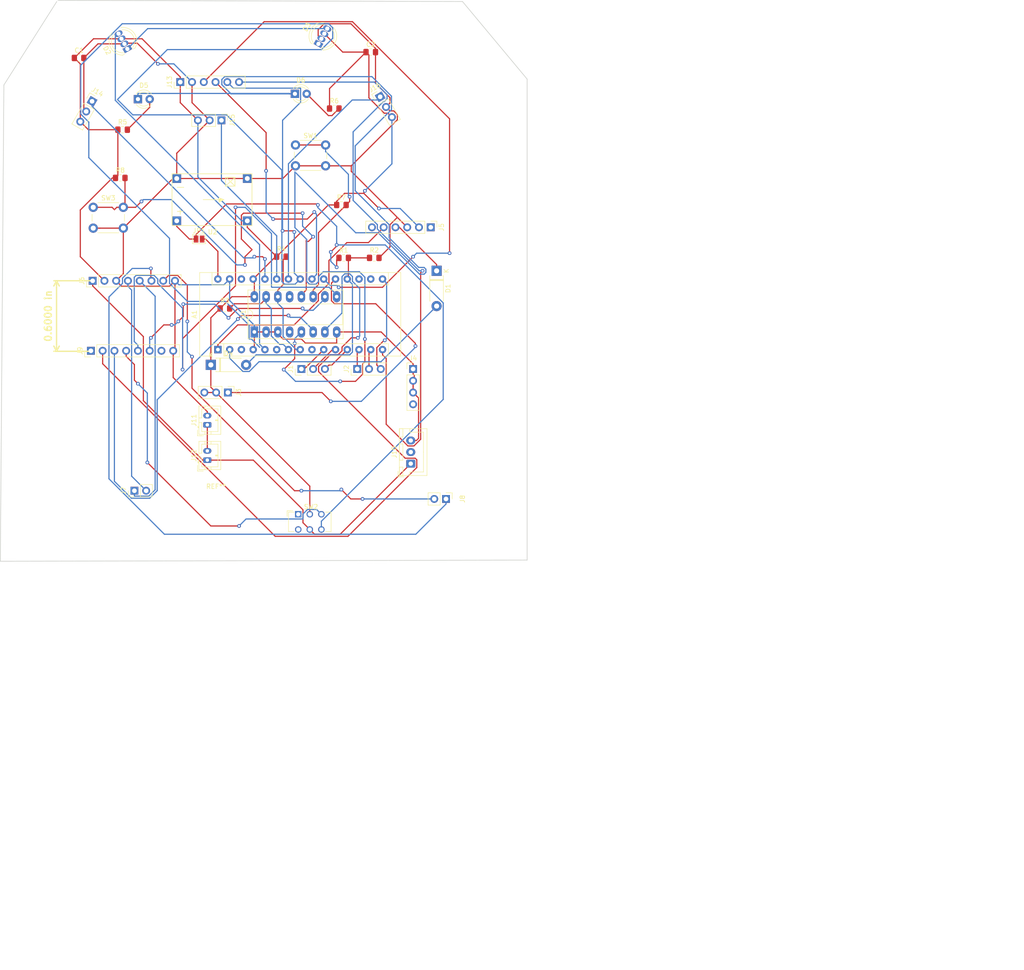
<source format=kicad_pcb>
(kicad_pcb (version 20171130) (host pcbnew "(5.0.1)-4")

  (general
    (thickness 1.6)
    (drawings 7)
    (tracks 637)
    (zones 0)
    (modules 41)
    (nets 59)
  )

  (page A4)
  (layers
    (0 F.Cu signal)
    (31 B.Cu signal)
    (32 B.Adhes user)
    (33 F.Adhes user)
    (34 B.Paste user)
    (35 F.Paste user)
    (36 B.SilkS user)
    (37 F.SilkS user)
    (38 B.Mask user)
    (39 F.Mask user)
    (40 Dwgs.User user)
    (41 Cmts.User user)
    (42 Eco1.User user)
    (43 Eco2.User user)
    (44 Edge.Cuts user)
    (45 Margin user)
    (46 B.CrtYd user)
    (47 F.CrtYd user)
    (48 B.Fab user)
    (49 F.Fab user)
  )

  (setup
    (last_trace_width 0.25)
    (trace_clearance 0.2)
    (zone_clearance 0.508)
    (zone_45_only no)
    (trace_min 0.2)
    (segment_width 0.2)
    (edge_width 0.15)
    (via_size 0.8)
    (via_drill 0.4)
    (via_min_size 0.4)
    (via_min_drill 0.3)
    (uvia_size 0.3)
    (uvia_drill 0.1)
    (uvias_allowed no)
    (uvia_min_size 0.2)
    (uvia_min_drill 0.1)
    (pcb_text_width 0.3)
    (pcb_text_size 1.5 1.5)
    (mod_edge_width 0.15)
    (mod_text_size 1 1)
    (mod_text_width 0.15)
    (pad_size 1.524 1.524)
    (pad_drill 0.762)
    (pad_to_mask_clearance 0.051)
    (solder_mask_min_width 0.25)
    (aux_axis_origin 0 0)
    (visible_elements 7FFFFFFF)
    (pcbplotparams
      (layerselection 0x010fc_ffffffff)
      (usegerberextensions false)
      (usegerberattributes false)
      (usegerberadvancedattributes false)
      (creategerberjobfile false)
      (excludeedgelayer true)
      (linewidth 0.100000)
      (plotframeref false)
      (viasonmask false)
      (mode 1)
      (useauxorigin false)
      (hpglpennumber 1)
      (hpglpenspeed 20)
      (hpglpendiameter 15.000000)
      (psnegative false)
      (psa4output false)
      (plotreference true)
      (plotvalue true)
      (plotinvisibletext false)
      (padsonsilk false)
      (subtractmaskfromsilk false)
      (outputformat 1)
      (mirror false)
      (drillshape 1)
      (scaleselection 1)
      (outputdirectory ""))
  )

  (net 0 "")
  (net 1 BT_RX)
  (net 2 "Net-(A1-Pad17)")
  (net 3 BT_TX)
  (net 4 "Net-(A1-Pad18)")
  (net 5 "Net-(A1-Pad3)")
  (net 6 BAT)
  (net 7 GND)
  (net 8 A1)
  (net 9 NEO)
  (net 10 LINEA_1)
  (net 11 PWM_DER)
  (net 12 LINEA_2)
  (net 13 I2C_SDA)
  (net 14 LINEA_3)
  (net 15 I2C_SCL)
  (net 16 DIST_DCHA)
  (net 17 PWM_IZQ)
  (net 18 DIST_FRONT)
  (net 19 D7)
  (net 20 DIST_IZQ)
  (net 21 D8)
  (net 22 +5V)
  (net 23 D9)
  (net 24 "Net-(A1-Pad28)")
  (net 25 D10)
  (net 26 D11)
  (net 27 VCC)
  (net 28 LINEA_SEL)
  (net 29 D13)
  (net 30 "Net-(D1-Pad1)")
  (net 31 "Net-(D2-Pad1)")
  (net 32 "Net-(D3-Pad1)")
  (net 33 LED_R)
  (net 34 "Net-(D5-Pad2)")
  (net 35 "Net-(D6-Pad2)")
  (net 36 "Net-(J5-Pad6)")
  (net 37 "Net-(J5-Pad1)")
  (net 38 VBAT)
  (net 39 M_IZQ_+)
  (net 40 M_IZQ_-)
  (net 41 M_DER_-)
  (net 42 M_DER_+)
  (net 43 PWR_DER)
  (net 44 DIR_DER_2)
  (net 45 DIR_DER_1)
  (net 46 STBY_MOT)
  (net 47 DIR_IZQ_1)
  (net 48 DIR_IZQ_2)
  (net 49 PWR_IZQ)
  (net 50 "Net-(J10-Pad2)")
  (net 51 "Net-(J11-Pad1)")
  (net 52 VDD)
  (net 53 B1)
  (net 54 B2)
  (net 55 "Net-(SW2-Pad1)")
  (net 56 "Net-(SW2-Pad4)")
  (net 57 LED_G)
  (net 58 "Net-(U1-Pad13)")

  (net_class Default "Esta es la clase de red por defecto."
    (clearance 0.2)
    (trace_width 0.25)
    (via_dia 0.8)
    (via_drill 0.4)
    (uvia_dia 0.3)
    (uvia_drill 0.1)
    (add_net +5V)
    (add_net A1)
    (add_net B1)
    (add_net B2)
    (add_net BAT)
    (add_net BT_RX)
    (add_net BT_TX)
    (add_net D10)
    (add_net D11)
    (add_net D13)
    (add_net D7)
    (add_net D8)
    (add_net D9)
    (add_net DIR_DER_1)
    (add_net DIR_DER_2)
    (add_net DIR_IZQ_1)
    (add_net DIR_IZQ_2)
    (add_net DIST_DCHA)
    (add_net DIST_FRONT)
    (add_net DIST_IZQ)
    (add_net GND)
    (add_net I2C_SCL)
    (add_net I2C_SDA)
    (add_net LED_G)
    (add_net LED_R)
    (add_net LINEA_1)
    (add_net LINEA_2)
    (add_net LINEA_3)
    (add_net LINEA_SEL)
    (add_net M_DER_+)
    (add_net M_DER_-)
    (add_net M_IZQ_+)
    (add_net M_IZQ_-)
    (add_net NEO)
    (add_net "Net-(A1-Pad17)")
    (add_net "Net-(A1-Pad18)")
    (add_net "Net-(A1-Pad28)")
    (add_net "Net-(A1-Pad3)")
    (add_net "Net-(D1-Pad1)")
    (add_net "Net-(D2-Pad1)")
    (add_net "Net-(D3-Pad1)")
    (add_net "Net-(D5-Pad2)")
    (add_net "Net-(D6-Pad2)")
    (add_net "Net-(J10-Pad2)")
    (add_net "Net-(J11-Pad1)")
    (add_net "Net-(J5-Pad1)")
    (add_net "Net-(J5-Pad6)")
    (add_net "Net-(SW2-Pad1)")
    (add_net "Net-(SW2-Pad4)")
    (add_net "Net-(U1-Pad13)")
    (add_net PWM_DER)
    (add_net PWM_IZQ)
    (add_net PWR_DER)
    (add_net PWR_IZQ)
    (add_net STBY_MOT)
    (add_net VBAT)
    (add_net VCC)
    (add_net VDD)
  )

  (module "" (layer F.Cu) (tedit 0) (tstamp 0)
    (at 158.242 134.366)
    (fp_text reference "" (at 147.955 99.695) (layer F.SilkS)
      (effects (font (size 1.27 1.27) (thickness 0.15)))
    )
    (fp_text value "" (at 147.955 99.695) (layer F.SilkS)
      (effects (font (size 1.27 1.27) (thickness 0.15)))
    )
    (fp_text user %R (at 174.925 99.695) (layer F.Fab)
      (effects (font (size 1 1) (thickness 0.15)))
    )
  )

  (module Module:Arduino_Nano (layer F.Cu) (tedit 58ACAF70) (tstamp 5C3A9F16)
    (at 159.258 100.33 90)
    (descr "Arduino Nano, http://www.mouser.com/pdfdocs/Gravitech_Arduino_Nano3_0.pdf")
    (tags "Arduino Nano")
    (path /5C025EA7)
    (fp_text reference A1 (at 7.62 -5.08 90) (layer F.SilkS)
      (effects (font (size 1 1) (thickness 0.15)))
    )
    (fp_text value Arduino_Nano_v3.x (at 8.89 19.05 180) (layer F.Fab)
      (effects (font (size 1 1) (thickness 0.15)))
    )
    (fp_text user %R (at 6.35 19.05 180) (layer F.Fab)
      (effects (font (size 1 1) (thickness 0.15)))
    )
    (fp_line (start 1.27 1.27) (end 1.27 -1.27) (layer F.SilkS) (width 0.12))
    (fp_line (start 1.27 -1.27) (end -1.4 -1.27) (layer F.SilkS) (width 0.12))
    (fp_line (start -1.4 1.27) (end -1.4 39.5) (layer F.SilkS) (width 0.12))
    (fp_line (start -1.4 -3.94) (end -1.4 -1.27) (layer F.SilkS) (width 0.12))
    (fp_line (start 13.97 -1.27) (end 16.64 -1.27) (layer F.SilkS) (width 0.12))
    (fp_line (start 13.97 -1.27) (end 13.97 36.83) (layer F.SilkS) (width 0.12))
    (fp_line (start 13.97 36.83) (end 16.64 36.83) (layer F.SilkS) (width 0.12))
    (fp_line (start 1.27 1.27) (end -1.4 1.27) (layer F.SilkS) (width 0.12))
    (fp_line (start 1.27 1.27) (end 1.27 36.83) (layer F.SilkS) (width 0.12))
    (fp_line (start 1.27 36.83) (end -1.4 36.83) (layer F.SilkS) (width 0.12))
    (fp_line (start 3.81 31.75) (end 11.43 31.75) (layer F.Fab) (width 0.1))
    (fp_line (start 11.43 31.75) (end 11.43 41.91) (layer F.Fab) (width 0.1))
    (fp_line (start 11.43 41.91) (end 3.81 41.91) (layer F.Fab) (width 0.1))
    (fp_line (start 3.81 41.91) (end 3.81 31.75) (layer F.Fab) (width 0.1))
    (fp_line (start -1.4 39.5) (end 16.64 39.5) (layer F.SilkS) (width 0.12))
    (fp_line (start 16.64 39.5) (end 16.64 -3.94) (layer F.SilkS) (width 0.12))
    (fp_line (start 16.64 -3.94) (end -1.4 -3.94) (layer F.SilkS) (width 0.12))
    (fp_line (start 16.51 39.37) (end -1.27 39.37) (layer F.Fab) (width 0.1))
    (fp_line (start -1.27 39.37) (end -1.27 -2.54) (layer F.Fab) (width 0.1))
    (fp_line (start -1.27 -2.54) (end 0 -3.81) (layer F.Fab) (width 0.1))
    (fp_line (start 0 -3.81) (end 16.51 -3.81) (layer F.Fab) (width 0.1))
    (fp_line (start 16.51 -3.81) (end 16.51 39.37) (layer F.Fab) (width 0.1))
    (fp_line (start -1.53 -4.06) (end 16.75 -4.06) (layer F.CrtYd) (width 0.05))
    (fp_line (start -1.53 -4.06) (end -1.53 42.16) (layer F.CrtYd) (width 0.05))
    (fp_line (start 16.75 42.16) (end 16.75 -4.06) (layer F.CrtYd) (width 0.05))
    (fp_line (start 16.75 42.16) (end -1.53 42.16) (layer F.CrtYd) (width 0.05))
    (pad 1 thru_hole rect (at 0 0 90) (size 1.6 1.6) (drill 0.8) (layers *.Cu *.Mask)
      (net 1 BT_RX))
    (pad 17 thru_hole oval (at 15.24 33.02 90) (size 1.6 1.6) (drill 0.8) (layers *.Cu *.Mask)
      (net 2 "Net-(A1-Pad17)"))
    (pad 2 thru_hole oval (at 0 2.54 90) (size 1.6 1.6) (drill 0.8) (layers *.Cu *.Mask)
      (net 3 BT_TX))
    (pad 18 thru_hole oval (at 15.24 30.48 90) (size 1.6 1.6) (drill 0.8) (layers *.Cu *.Mask)
      (net 4 "Net-(A1-Pad18)"))
    (pad 3 thru_hole oval (at 0 5.08 90) (size 1.6 1.6) (drill 0.8) (layers *.Cu *.Mask)
      (net 5 "Net-(A1-Pad3)"))
    (pad 19 thru_hole oval (at 15.24 27.94 90) (size 1.6 1.6) (drill 0.8) (layers *.Cu *.Mask)
      (net 6 BAT))
    (pad 4 thru_hole oval (at 0 7.62 90) (size 1.6 1.6) (drill 0.8) (layers *.Cu *.Mask)
      (net 7 GND))
    (pad 20 thru_hole oval (at 15.24 25.4 90) (size 1.6 1.6) (drill 0.8) (layers *.Cu *.Mask)
      (net 8 A1))
    (pad 5 thru_hole oval (at 0 10.16 90) (size 1.6 1.6) (drill 0.8) (layers *.Cu *.Mask)
      (net 9 NEO))
    (pad 21 thru_hole oval (at 15.24 22.86 90) (size 1.6 1.6) (drill 0.8) (layers *.Cu *.Mask)
      (net 10 LINEA_1))
    (pad 6 thru_hole oval (at 0 12.7 90) (size 1.6 1.6) (drill 0.8) (layers *.Cu *.Mask)
      (net 11 PWM_DER))
    (pad 22 thru_hole oval (at 15.24 20.32 90) (size 1.6 1.6) (drill 0.8) (layers *.Cu *.Mask)
      (net 12 LINEA_2))
    (pad 7 thru_hole oval (at 0 15.24 90) (size 1.6 1.6) (drill 0.8) (layers *.Cu *.Mask)
      (net 13 I2C_SDA))
    (pad 23 thru_hole oval (at 15.24 17.78 90) (size 1.6 1.6) (drill 0.8) (layers *.Cu *.Mask)
      (net 14 LINEA_3))
    (pad 8 thru_hole oval (at 0 17.78 90) (size 1.6 1.6) (drill 0.8) (layers *.Cu *.Mask)
      (net 15 I2C_SCL))
    (pad 24 thru_hole oval (at 15.24 15.24 90) (size 1.6 1.6) (drill 0.8) (layers *.Cu *.Mask)
      (net 16 DIST_DCHA))
    (pad 9 thru_hole oval (at 0 20.32 90) (size 1.6 1.6) (drill 0.8) (layers *.Cu *.Mask)
      (net 17 PWM_IZQ))
    (pad 25 thru_hole oval (at 15.24 12.7 90) (size 1.6 1.6) (drill 0.8) (layers *.Cu *.Mask)
      (net 18 DIST_FRONT))
    (pad 10 thru_hole oval (at 0 22.86 90) (size 1.6 1.6) (drill 0.8) (layers *.Cu *.Mask)
      (net 19 D7))
    (pad 26 thru_hole oval (at 15.24 10.16 90) (size 1.6 1.6) (drill 0.8) (layers *.Cu *.Mask)
      (net 20 DIST_IZQ))
    (pad 11 thru_hole oval (at 0 25.4 90) (size 1.6 1.6) (drill 0.8) (layers *.Cu *.Mask)
      (net 21 D8))
    (pad 27 thru_hole oval (at 15.24 7.62 90) (size 1.6 1.6) (drill 0.8) (layers *.Cu *.Mask)
      (net 22 +5V))
    (pad 12 thru_hole oval (at 0 27.94 90) (size 1.6 1.6) (drill 0.8) (layers *.Cu *.Mask)
      (net 23 D9))
    (pad 28 thru_hole oval (at 15.24 5.08 90) (size 1.6 1.6) (drill 0.8) (layers *.Cu *.Mask)
      (net 24 "Net-(A1-Pad28)"))
    (pad 13 thru_hole oval (at 0 30.48 90) (size 1.6 1.6) (drill 0.8) (layers *.Cu *.Mask)
      (net 25 D10))
    (pad 29 thru_hole oval (at 15.24 2.54 90) (size 1.6 1.6) (drill 0.8) (layers *.Cu *.Mask)
      (net 7 GND))
    (pad 14 thru_hole oval (at 0 33.02 90) (size 1.6 1.6) (drill 0.8) (layers *.Cu *.Mask)
      (net 26 D11))
    (pad 30 thru_hole oval (at 15.24 0 90) (size 1.6 1.6) (drill 0.8) (layers *.Cu *.Mask)
      (net 27 VCC))
    (pad 15 thru_hole oval (at 0 35.56 90) (size 1.6 1.6) (drill 0.8) (layers *.Cu *.Mask)
      (net 28 LINEA_SEL))
    (pad 16 thru_hole oval (at 15.24 35.56 90) (size 1.6 1.6) (drill 0.8) (layers *.Cu *.Mask)
      (net 29 D13))
    (model ${KISYS3DMOD}/Module.3dshapes/Arduino_Nano_WithMountingHoles.wrl
      (at (xyz 0 0 0))
      (scale (xyz 1 1 1))
      (rotate (xyz 0 0 0))
    )
  )

  (module Capacitor_SMD:C_0805_2012Metric_Pad1.15x1.40mm_HandSolder (layer F.Cu) (tedit 5B36C52B) (tstamp 5C3A9F27)
    (at 129.277 37.338)
    (descr "Capacitor SMD 0805 (2012 Metric), square (rectangular) end terminal, IPC_7351 nominal with elongated pad for handsoldering. (Body size source: https://docs.google.com/spreadsheets/d/1BsfQQcO9C6DZCsRaXUlFlo91Tg2WpOkGARC1WS5S8t0/edit?usp=sharing), generated with kicad-footprint-generator")
    (tags "capacitor handsolder")
    (path /5C35AA06)
    (attr smd)
    (fp_text reference C1 (at 0 -1.65) (layer F.SilkS)
      (effects (font (size 1 1) (thickness 0.15)))
    )
    (fp_text value 100nF (at 0 1.65) (layer F.Fab)
      (effects (font (size 1 1) (thickness 0.15)))
    )
    (fp_line (start -1 0.6) (end -1 -0.6) (layer F.Fab) (width 0.1))
    (fp_line (start -1 -0.6) (end 1 -0.6) (layer F.Fab) (width 0.1))
    (fp_line (start 1 -0.6) (end 1 0.6) (layer F.Fab) (width 0.1))
    (fp_line (start 1 0.6) (end -1 0.6) (layer F.Fab) (width 0.1))
    (fp_line (start -0.261252 -0.71) (end 0.261252 -0.71) (layer F.SilkS) (width 0.12))
    (fp_line (start -0.261252 0.71) (end 0.261252 0.71) (layer F.SilkS) (width 0.12))
    (fp_line (start -1.85 0.95) (end -1.85 -0.95) (layer F.CrtYd) (width 0.05))
    (fp_line (start -1.85 -0.95) (end 1.85 -0.95) (layer F.CrtYd) (width 0.05))
    (fp_line (start 1.85 -0.95) (end 1.85 0.95) (layer F.CrtYd) (width 0.05))
    (fp_line (start 1.85 0.95) (end -1.85 0.95) (layer F.CrtYd) (width 0.05))
    (fp_text user %R (at 0 0) (layer F.Fab)
      (effects (font (size 0.5 0.5) (thickness 0.08)))
    )
    (pad 1 smd roundrect (at -1.025 0) (size 1.15 1.4) (layers F.Cu F.Paste F.Mask) (roundrect_rratio 0.217391)
      (net 22 +5V))
    (pad 2 smd roundrect (at 1.025 0) (size 1.15 1.4) (layers F.Cu F.Paste F.Mask) (roundrect_rratio 0.217391)
      (net 7 GND))
    (model ${KISYS3DMOD}/Capacitor_SMD.3dshapes/C_0805_2012Metric.wrl
      (at (xyz 0 0 0))
      (scale (xyz 1 1 1))
      (rotate (xyz 0 0 0))
    )
  )

  (module Capacitor_SMD:C_0805_2012Metric_Pad1.15x1.40mm_HandSolder (layer F.Cu) (tedit 5B36C52B) (tstamp 5C3A9F38)
    (at 192.278 36.068)
    (descr "Capacitor SMD 0805 (2012 Metric), square (rectangular) end terminal, IPC_7351 nominal with elongated pad for handsoldering. (Body size source: https://docs.google.com/spreadsheets/d/1BsfQQcO9C6DZCsRaXUlFlo91Tg2WpOkGARC1WS5S8t0/edit?usp=sharing), generated with kicad-footprint-generator")
    (tags "capacitor handsolder")
    (path /5C35ACB3)
    (attr smd)
    (fp_text reference C2 (at 0 -1.65) (layer F.SilkS)
      (effects (font (size 1 1) (thickness 0.15)))
    )
    (fp_text value 100nF (at 0 1.65) (layer F.Fab)
      (effects (font (size 1 1) (thickness 0.15)))
    )
    (fp_text user %R (at 0 0) (layer F.Fab)
      (effects (font (size 0.5 0.5) (thickness 0.08)))
    )
    (fp_line (start 1.85 0.95) (end -1.85 0.95) (layer F.CrtYd) (width 0.05))
    (fp_line (start 1.85 -0.95) (end 1.85 0.95) (layer F.CrtYd) (width 0.05))
    (fp_line (start -1.85 -0.95) (end 1.85 -0.95) (layer F.CrtYd) (width 0.05))
    (fp_line (start -1.85 0.95) (end -1.85 -0.95) (layer F.CrtYd) (width 0.05))
    (fp_line (start -0.261252 0.71) (end 0.261252 0.71) (layer F.SilkS) (width 0.12))
    (fp_line (start -0.261252 -0.71) (end 0.261252 -0.71) (layer F.SilkS) (width 0.12))
    (fp_line (start 1 0.6) (end -1 0.6) (layer F.Fab) (width 0.1))
    (fp_line (start 1 -0.6) (end 1 0.6) (layer F.Fab) (width 0.1))
    (fp_line (start -1 -0.6) (end 1 -0.6) (layer F.Fab) (width 0.1))
    (fp_line (start -1 0.6) (end -1 -0.6) (layer F.Fab) (width 0.1))
    (pad 2 smd roundrect (at 1.025 0) (size 1.15 1.4) (layers F.Cu F.Paste F.Mask) (roundrect_rratio 0.217391)
      (net 7 GND))
    (pad 1 smd roundrect (at -1.025 0) (size 1.15 1.4) (layers F.Cu F.Paste F.Mask) (roundrect_rratio 0.217391)
      (net 22 +5V))
    (model ${KISYS3DMOD}/Capacitor_SMD.3dshapes/C_0805_2012Metric.wrl
      (at (xyz 0 0 0))
      (scale (xyz 1 1 1))
      (rotate (xyz 0 0 0))
    )
  )

  (module Diode_THT:D_DO-41_SOD81_P7.62mm_Horizontal (layer F.Cu) (tedit 5AE50CD5) (tstamp 5C3A9F57)
    (at 206.502 83.312 270)
    (descr "Diode, DO-41_SOD81 series, Axial, Horizontal, pin pitch=7.62mm, , length*diameter=5.2*2.7mm^2, , http://www.diodes.com/_files/packages/DO-41%20(Plastic).pdf")
    (tags "Diode DO-41_SOD81 series Axial Horizontal pin pitch 7.62mm  length 5.2mm diameter 2.7mm")
    (path /5C04122D)
    (fp_text reference D1 (at 3.81 -2.47 270) (layer F.SilkS)
      (effects (font (size 1 1) (thickness 0.15)))
    )
    (fp_text value D (at 3.81 2.47 270) (layer F.Fab)
      (effects (font (size 1 1) (thickness 0.15)))
    )
    (fp_line (start 1.21 -1.35) (end 1.21 1.35) (layer F.Fab) (width 0.1))
    (fp_line (start 1.21 1.35) (end 6.41 1.35) (layer F.Fab) (width 0.1))
    (fp_line (start 6.41 1.35) (end 6.41 -1.35) (layer F.Fab) (width 0.1))
    (fp_line (start 6.41 -1.35) (end 1.21 -1.35) (layer F.Fab) (width 0.1))
    (fp_line (start 0 0) (end 1.21 0) (layer F.Fab) (width 0.1))
    (fp_line (start 7.62 0) (end 6.41 0) (layer F.Fab) (width 0.1))
    (fp_line (start 1.99 -1.35) (end 1.99 1.35) (layer F.Fab) (width 0.1))
    (fp_line (start 2.09 -1.35) (end 2.09 1.35) (layer F.Fab) (width 0.1))
    (fp_line (start 1.89 -1.35) (end 1.89 1.35) (layer F.Fab) (width 0.1))
    (fp_line (start 1.09 -1.34) (end 1.09 -1.47) (layer F.SilkS) (width 0.12))
    (fp_line (start 1.09 -1.47) (end 6.53 -1.47) (layer F.SilkS) (width 0.12))
    (fp_line (start 6.53 -1.47) (end 6.53 -1.34) (layer F.SilkS) (width 0.12))
    (fp_line (start 1.09 1.34) (end 1.09 1.47) (layer F.SilkS) (width 0.12))
    (fp_line (start 1.09 1.47) (end 6.53 1.47) (layer F.SilkS) (width 0.12))
    (fp_line (start 6.53 1.47) (end 6.53 1.34) (layer F.SilkS) (width 0.12))
    (fp_line (start 1.99 -1.47) (end 1.99 1.47) (layer F.SilkS) (width 0.12))
    (fp_line (start 2.11 -1.47) (end 2.11 1.47) (layer F.SilkS) (width 0.12))
    (fp_line (start 1.87 -1.47) (end 1.87 1.47) (layer F.SilkS) (width 0.12))
    (fp_line (start -1.35 -1.6) (end -1.35 1.6) (layer F.CrtYd) (width 0.05))
    (fp_line (start -1.35 1.6) (end 8.97 1.6) (layer F.CrtYd) (width 0.05))
    (fp_line (start 8.97 1.6) (end 8.97 -1.6) (layer F.CrtYd) (width 0.05))
    (fp_line (start 8.97 -1.6) (end -1.35 -1.6) (layer F.CrtYd) (width 0.05))
    (fp_text user %R (at 4.2 0 270) (layer F.Fab)
      (effects (font (size 1 1) (thickness 0.15)))
    )
    (fp_text user K (at 0 -2.1 270) (layer F.Fab)
      (effects (font (size 1 1) (thickness 0.15)))
    )
    (fp_text user K (at 0 -2.1 270) (layer F.SilkS)
      (effects (font (size 1 1) (thickness 0.15)))
    )
    (pad 1 thru_hole rect (at 0 0 270) (size 2.2 2.2) (drill 1.1) (layers *.Cu *.Mask)
      (net 30 "Net-(D1-Pad1)"))
    (pad 2 thru_hole oval (at 7.62 0 270) (size 2.2 2.2) (drill 1.1) (layers *.Cu *.Mask)
      (net 3 BT_TX))
    (model ${KISYS3DMOD}/Diode_THT.3dshapes/D_DO-41_SOD81_P7.62mm_Horizontal.wrl
      (at (xyz 0 0 0))
      (scale (xyz 1 1 1))
      (rotate (xyz 0 0 0))
    )
  )

  (module LED_THT:LED_D5.0mm-4_RGB (layer F.Cu) (tedit 5B74EEBE) (tstamp 5C3A9F6D)
    (at 139.7 35.389852 120)
    (descr "LED, diameter 5.0mm, 2 pins, diameter 5.0mm, 3 pins, diameter 5.0mm, 4 pins, http://www.kingbright.com/attachments/file/psearch/000/00/00/L-154A4SUREQBFZGEW(Ver.9A).pdf")
    (tags "LED diameter 5.0mm 2 pins diameter 5.0mm 3 pins diameter 5.0mm 4 pins RGB RGBLED")
    (path /5C31AC75)
    (fp_text reference D2 (at 1.905 -3.96 120) (layer F.SilkS)
      (effects (font (size 1 1) (thickness 0.15)))
    )
    (fp_text value NeoPixel_THT (at 1.905 3.96 120) (layer F.Fab)
      (effects (font (size 1 1) (thickness 0.15)))
    )
    (fp_arc (start 1.905 0) (end -0.595 -1.469694) (angle 299.1) (layer F.Fab) (width 0.1))
    (fp_arc (start 1.905 0) (end -0.655 -1.54483) (angle 127.7) (layer F.SilkS) (width 0.12))
    (fp_arc (start 1.905 0) (end -0.655 1.54483) (angle -127.7) (layer F.SilkS) (width 0.12))
    (fp_arc (start 1.905 0) (end -0.349684 -1.08) (angle 128.8) (layer F.SilkS) (width 0.12))
    (fp_arc (start 1.905 0) (end -0.349684 1.08) (angle -128.8) (layer F.SilkS) (width 0.12))
    (fp_circle (center 1.905 0) (end 4.405 0) (layer F.Fab) (width 0.1))
    (fp_line (start -0.595 -1.469694) (end -0.595 1.469694) (layer F.Fab) (width 0.1))
    (fp_line (start -0.655 -1.545) (end -0.655 -1.08) (layer F.SilkS) (width 0.12))
    (fp_line (start -0.655 1.08) (end -0.655 1.545) (layer F.SilkS) (width 0.12))
    (fp_line (start -1.35 -3.25) (end -1.35 3.25) (layer F.CrtYd) (width 0.05))
    (fp_line (start -1.35 3.25) (end 5.15 3.25) (layer F.CrtYd) (width 0.05))
    (fp_line (start 5.15 3.25) (end 5.15 -3.25) (layer F.CrtYd) (width 0.05))
    (fp_line (start 5.15 -3.25) (end -1.35 -3.25) (layer F.CrtYd) (width 0.05))
    (fp_text user %R (at 1.905 -3.96 120) (layer F.Fab)
      (effects (font (size 1 1) (thickness 0.15)))
    )
    (pad 1 thru_hole rect (at 0 0 120) (size 1.07 1.8) (drill 0.9) (layers *.Cu *.Mask)
      (net 31 "Net-(D2-Pad1)"))
    (pad 2 thru_hole oval (at 1.27 0 120) (size 1.07 1.8) (drill 0.9) (layers *.Cu *.Mask)
      (net 7 GND))
    (pad 3 thru_hole oval (at 2.54 0 120) (size 1.07 1.8) (drill 0.9) (layers *.Cu *.Mask)
      (net 22 +5V))
    (pad 4 thru_hole oval (at 3.81 0 120) (size 1.07 1.8) (drill 0.9) (layers *.Cu *.Mask)
      (net 9 NEO))
    (model ${KISYS3DMOD}/LED_THT.3dshapes/LED_D5.0mm-4_RGB.wrl
      (at (xyz 0 0 0))
      (scale (xyz 1 1 1))
      (rotate (xyz 0 0 0))
    )
  )

  (module LED_THT:LED_D5.0mm-4_RGB (layer F.Cu) (tedit 5B74EEBE) (tstamp 5C3A9F83)
    (at 180.975 34.29 60)
    (descr "LED, diameter 5.0mm, 2 pins, diameter 5.0mm, 3 pins, diameter 5.0mm, 4 pins, http://www.kingbright.com/attachments/file/psearch/000/00/00/L-154A4SUREQBFZGEW(Ver.9A).pdf")
    (tags "LED diameter 5.0mm 2 pins diameter 5.0mm 3 pins diameter 5.0mm 4 pins RGB RGBLED")
    (path /5C335A52)
    (fp_text reference D3 (at 1.905 -3.96 60) (layer F.SilkS)
      (effects (font (size 1 1) (thickness 0.15)))
    )
    (fp_text value NeoPixel_THT (at 1.905 3.960001 90) (layer F.Fab)
      (effects (font (size 1 1) (thickness 0.15)))
    )
    (fp_text user %R (at 1.905 -3.96 60) (layer F.Fab)
      (effects (font (size 1 1) (thickness 0.15)))
    )
    (fp_line (start 5.15 -3.25) (end -1.35 -3.25) (layer F.CrtYd) (width 0.05))
    (fp_line (start 5.15 3.25) (end 5.15 -3.25) (layer F.CrtYd) (width 0.05))
    (fp_line (start -1.35 3.25) (end 5.15 3.25) (layer F.CrtYd) (width 0.05))
    (fp_line (start -1.35 -3.25) (end -1.35 3.25) (layer F.CrtYd) (width 0.05))
    (fp_line (start -0.655 1.08) (end -0.655 1.545) (layer F.SilkS) (width 0.12))
    (fp_line (start -0.655 -1.545) (end -0.655 -1.08) (layer F.SilkS) (width 0.12))
    (fp_line (start -0.595 -1.469694) (end -0.595 1.469694) (layer F.Fab) (width 0.1))
    (fp_circle (center 1.905 0) (end 4.405 0) (layer F.Fab) (width 0.1))
    (fp_arc (start 1.905 0) (end -0.349684 1.08) (angle -128.8) (layer F.SilkS) (width 0.12))
    (fp_arc (start 1.905 0) (end -0.349684 -1.08) (angle 128.8) (layer F.SilkS) (width 0.12))
    (fp_arc (start 1.905 0) (end -0.655 1.54483) (angle -127.7) (layer F.SilkS) (width 0.12))
    (fp_arc (start 1.905 0) (end -0.655 -1.54483) (angle 127.7) (layer F.SilkS) (width 0.12))
    (fp_arc (start 1.905 0) (end -0.595 -1.469694) (angle 299.1) (layer F.Fab) (width 0.1))
    (pad 4 thru_hole oval (at 3.81 0 60) (size 1.07 1.8) (drill 0.9) (layers *.Cu *.Mask)
      (net 31 "Net-(D2-Pad1)"))
    (pad 3 thru_hole oval (at 2.54 0 60) (size 1.07 1.8) (drill 0.9) (layers *.Cu *.Mask)
      (net 22 +5V))
    (pad 2 thru_hole oval (at 1.27 0 60) (size 1.07 1.8) (drill 0.9) (layers *.Cu *.Mask)
      (net 7 GND))
    (pad 1 thru_hole rect (at 0 0 60) (size 1.07 1.8) (drill 0.9) (layers *.Cu *.Mask)
      (net 32 "Net-(D3-Pad1)"))
    (model ${KISYS3DMOD}/LED_THT.3dshapes/LED_D5.0mm-4_RGB.wrl
      (at (xyz 0 0 0))
      (scale (xyz 1 1 1))
      (rotate (xyz 0 0 0))
    )
  )

  (module Diode_THT:D_DO-41_SOD81_P7.62mm_Horizontal (layer F.Cu) (tedit 5AE50CD5) (tstamp 5C3A9FA2)
    (at 157.734 103.632)
    (descr "Diode, DO-41_SOD81 series, Axial, Horizontal, pin pitch=7.62mm, , length*diameter=5.2*2.7mm^2, , http://www.diodes.com/_files/packages/DO-41%20(Plastic).pdf")
    (tags "Diode DO-41_SOD81 series Axial Horizontal pin pitch 7.62mm  length 5.2mm diameter 2.7mm")
    (path /5C104788)
    (fp_text reference D4 (at 3.81 -2.47) (layer F.SilkS)
      (effects (font (size 1 1) (thickness 0.15)))
    )
    (fp_text value D (at 3.81 2.47) (layer F.Fab)
      (effects (font (size 1 1) (thickness 0.15)))
    )
    (fp_text user K (at 0 -2.1) (layer F.SilkS)
      (effects (font (size 1 1) (thickness 0.15)))
    )
    (fp_text user K (at 0 -2.1) (layer F.Fab)
      (effects (font (size 1 1) (thickness 0.15)))
    )
    (fp_text user %R (at 4.339999 -0.270001) (layer F.Fab)
      (effects (font (size 1 1) (thickness 0.15)))
    )
    (fp_line (start 8.97 -1.6) (end -1.35 -1.6) (layer F.CrtYd) (width 0.05))
    (fp_line (start 8.97 1.6) (end 8.97 -1.6) (layer F.CrtYd) (width 0.05))
    (fp_line (start -1.35 1.6) (end 8.97 1.6) (layer F.CrtYd) (width 0.05))
    (fp_line (start -1.35 -1.6) (end -1.35 1.6) (layer F.CrtYd) (width 0.05))
    (fp_line (start 1.87 -1.47) (end 1.87 1.47) (layer F.SilkS) (width 0.12))
    (fp_line (start 2.11 -1.47) (end 2.11 1.47) (layer F.SilkS) (width 0.12))
    (fp_line (start 1.99 -1.47) (end 1.99 1.47) (layer F.SilkS) (width 0.12))
    (fp_line (start 6.53 1.47) (end 6.53 1.34) (layer F.SilkS) (width 0.12))
    (fp_line (start 1.09 1.47) (end 6.53 1.47) (layer F.SilkS) (width 0.12))
    (fp_line (start 1.09 1.34) (end 1.09 1.47) (layer F.SilkS) (width 0.12))
    (fp_line (start 6.53 -1.47) (end 6.53 -1.34) (layer F.SilkS) (width 0.12))
    (fp_line (start 1.09 -1.47) (end 6.53 -1.47) (layer F.SilkS) (width 0.12))
    (fp_line (start 1.09 -1.34) (end 1.09 -1.47) (layer F.SilkS) (width 0.12))
    (fp_line (start 1.89 -1.35) (end 1.89 1.35) (layer F.Fab) (width 0.1))
    (fp_line (start 2.09 -1.35) (end 2.09 1.35) (layer F.Fab) (width 0.1))
    (fp_line (start 1.99 -1.35) (end 1.99 1.35) (layer F.Fab) (width 0.1))
    (fp_line (start 7.62 0) (end 6.41 0) (layer F.Fab) (width 0.1))
    (fp_line (start 0 0) (end 1.21 0) (layer F.Fab) (width 0.1))
    (fp_line (start 6.41 -1.35) (end 1.21 -1.35) (layer F.Fab) (width 0.1))
    (fp_line (start 6.41 1.35) (end 6.41 -1.35) (layer F.Fab) (width 0.1))
    (fp_line (start 1.21 1.35) (end 6.41 1.35) (layer F.Fab) (width 0.1))
    (fp_line (start 1.21 -1.35) (end 1.21 1.35) (layer F.Fab) (width 0.1))
    (pad 2 thru_hole oval (at 7.62 0) (size 2.2 2.2) (drill 1.1) (layers *.Cu *.Mask)
      (net 6 BAT))
    (pad 1 thru_hole rect (at 0 0) (size 2.2 2.2) (drill 1.1) (layers *.Cu *.Mask)
      (net 22 +5V))
    (model ${KISYS3DMOD}/Diode_THT.3dshapes/D_DO-41_SOD81_P7.62mm_Horizontal.wrl
      (at (xyz 0 0 0))
      (scale (xyz 1 1 1))
      (rotate (xyz 0 0 0))
    )
  )

  (module LED_THT:LED_D3.0mm (layer F.Cu) (tedit 587A3A7B) (tstamp 5C3A9FB5)
    (at 141.986 46.228)
    (descr "LED, diameter 3.0mm, 2 pins")
    (tags "LED diameter 3.0mm 2 pins")
    (path /5C0B3FF7)
    (fp_text reference D5 (at 1.27 -2.96) (layer F.SilkS)
      (effects (font (size 1 1) (thickness 0.15)))
    )
    (fp_text value LED_rojo (at 1.27 2.96) (layer F.Fab)
      (effects (font (size 1 1) (thickness 0.15)))
    )
    (fp_arc (start 1.27 0) (end -0.23 -1.16619) (angle 284.3) (layer F.Fab) (width 0.1))
    (fp_arc (start 1.27 0) (end -0.29 -1.235516) (angle 108.8) (layer F.SilkS) (width 0.12))
    (fp_arc (start 1.27 0) (end -0.29 1.235516) (angle -108.8) (layer F.SilkS) (width 0.12))
    (fp_arc (start 1.27 0) (end 0.229039 -1.08) (angle 87.9) (layer F.SilkS) (width 0.12))
    (fp_arc (start 1.27 0) (end 0.229039 1.08) (angle -87.9) (layer F.SilkS) (width 0.12))
    (fp_circle (center 1.27 0) (end 2.77 0) (layer F.Fab) (width 0.1))
    (fp_line (start -0.23 -1.16619) (end -0.23 1.16619) (layer F.Fab) (width 0.1))
    (fp_line (start -0.29 -1.236) (end -0.29 -1.08) (layer F.SilkS) (width 0.12))
    (fp_line (start -0.29 1.08) (end -0.29 1.236) (layer F.SilkS) (width 0.12))
    (fp_line (start -1.15 -2.25) (end -1.15 2.25) (layer F.CrtYd) (width 0.05))
    (fp_line (start -1.15 2.25) (end 3.7 2.25) (layer F.CrtYd) (width 0.05))
    (fp_line (start 3.7 2.25) (end 3.7 -2.25) (layer F.CrtYd) (width 0.05))
    (fp_line (start 3.7 -2.25) (end -1.15 -2.25) (layer F.CrtYd) (width 0.05))
    (pad 1 thru_hole rect (at 0 0) (size 1.8 1.8) (drill 0.9) (layers *.Cu *.Mask)
      (net 33 LED_R))
    (pad 2 thru_hole circle (at 2.54 0) (size 1.8 1.8) (drill 0.9) (layers *.Cu *.Mask)
      (net 34 "Net-(D5-Pad2)"))
    (model ${KISYS3DMOD}/LED_THT.3dshapes/LED_D3.0mm.wrl
      (at (xyz 0 0 0))
      (scale (xyz 1 1 1))
      (rotate (xyz 0 0 0))
    )
  )

  (module LED_THT:LED_D3.0mm (layer F.Cu) (tedit 587A3A7B) (tstamp 5C3A9FC8)
    (at 175.895 45.085)
    (descr "LED, diameter 3.0mm, 2 pins")
    (tags "LED diameter 3.0mm 2 pins")
    (path /5C0D06A1)
    (fp_text reference D6 (at 1.27 -2.96) (layer F.SilkS)
      (effects (font (size 1 1) (thickness 0.15)))
    )
    (fp_text value LED_verde (at 1.27 2.96) (layer F.Fab)
      (effects (font (size 1 1) (thickness 0.15)))
    )
    (fp_line (start 3.7 -2.25) (end -1.15 -2.25) (layer F.CrtYd) (width 0.05))
    (fp_line (start 3.7 2.25) (end 3.7 -2.25) (layer F.CrtYd) (width 0.05))
    (fp_line (start -1.15 2.25) (end 3.7 2.25) (layer F.CrtYd) (width 0.05))
    (fp_line (start -1.15 -2.25) (end -1.15 2.25) (layer F.CrtYd) (width 0.05))
    (fp_line (start -0.29 1.08) (end -0.29 1.236) (layer F.SilkS) (width 0.12))
    (fp_line (start -0.29 -1.236) (end -0.29 -1.08) (layer F.SilkS) (width 0.12))
    (fp_line (start -0.23 -1.16619) (end -0.23 1.16619) (layer F.Fab) (width 0.1))
    (fp_circle (center 1.27 0) (end 2.77 0) (layer F.Fab) (width 0.1))
    (fp_arc (start 1.27 0) (end 0.229039 1.08) (angle -87.9) (layer F.SilkS) (width 0.12))
    (fp_arc (start 1.27 0) (end 0.229039 -1.08) (angle 87.9) (layer F.SilkS) (width 0.12))
    (fp_arc (start 1.27 0) (end -0.29 1.235516) (angle -108.8) (layer F.SilkS) (width 0.12))
    (fp_arc (start 1.27 0) (end -0.29 -1.235516) (angle 108.8) (layer F.SilkS) (width 0.12))
    (fp_arc (start 1.27 0) (end -0.23 -1.16619) (angle 284.3) (layer F.Fab) (width 0.1))
    (pad 2 thru_hole circle (at 2.54 0) (size 1.8 1.8) (drill 0.9) (layers *.Cu *.Mask)
      (net 35 "Net-(D6-Pad2)"))
    (pad 1 thru_hole rect (at 0 0) (size 1.8 1.8) (drill 0.9) (layers *.Cu *.Mask)
      (net 33 LED_R))
    (model ${KISYS3DMOD}/LED_THT.3dshapes/LED_D3.0mm.wrl
      (at (xyz 0 0 0))
      (scale (xyz 1 1 1))
      (rotate (xyz 0 0 0))
    )
  )

  (module Connector_PinHeader_2.54mm:PinHeader_1x03_P2.54mm_Vertical (layer F.Cu) (tedit 59FED5CC) (tstamp 5C3A9FDF)
    (at 177.292 104.521 90)
    (descr "Through hole straight pin header, 1x03, 2.54mm pitch, single row")
    (tags "Through hole pin header THT 1x03 2.54mm single row")
    (path /5C029B3E)
    (fp_text reference J1 (at 0 -2.33 90) (layer F.SilkS)
      (effects (font (size 1 1) (thickness 0.15)))
    )
    (fp_text value AUX1 (at 0 7.41 90) (layer F.Fab)
      (effects (font (size 1 1) (thickness 0.15)))
    )
    (fp_line (start -0.635 -1.27) (end 1.27 -1.27) (layer F.Fab) (width 0.1))
    (fp_line (start 1.27 -1.27) (end 1.27 6.35) (layer F.Fab) (width 0.1))
    (fp_line (start 1.27 6.35) (end -1.27 6.35) (layer F.Fab) (width 0.1))
    (fp_line (start -1.27 6.35) (end -1.27 -0.635) (layer F.Fab) (width 0.1))
    (fp_line (start -1.27 -0.635) (end -0.635 -1.27) (layer F.Fab) (width 0.1))
    (fp_line (start -1.33 6.41) (end 1.33 6.41) (layer F.SilkS) (width 0.12))
    (fp_line (start -1.33 1.27) (end -1.33 6.41) (layer F.SilkS) (width 0.12))
    (fp_line (start 1.33 1.27) (end 1.33 6.41) (layer F.SilkS) (width 0.12))
    (fp_line (start -1.33 1.27) (end 1.33 1.27) (layer F.SilkS) (width 0.12))
    (fp_line (start -1.33 0) (end -1.33 -1.33) (layer F.SilkS) (width 0.12))
    (fp_line (start -1.33 -1.33) (end 0 -1.33) (layer F.SilkS) (width 0.12))
    (fp_line (start -1.8 -1.8) (end -1.8 6.85) (layer F.CrtYd) (width 0.05))
    (fp_line (start -1.8 6.85) (end 1.8 6.85) (layer F.CrtYd) (width 0.05))
    (fp_line (start 1.8 6.85) (end 1.8 -1.8) (layer F.CrtYd) (width 0.05))
    (fp_line (start 1.8 -1.8) (end -1.8 -1.8) (layer F.CrtYd) (width 0.05))
    (fp_text user %R (at 0 2.54 180) (layer F.Fab)
      (effects (font (size 1 1) (thickness 0.15)))
    )
    (pad 1 thru_hole rect (at 0 0 90) (size 1.7 1.7) (drill 1) (layers *.Cu *.Mask)
      (net 19 D7))
    (pad 2 thru_hole oval (at 0 2.54 90) (size 1.7 1.7) (drill 1) (layers *.Cu *.Mask)
      (net 21 D8))
    (pad 3 thru_hole oval (at 0 5.08 90) (size 1.7 1.7) (drill 1) (layers *.Cu *.Mask)
      (net 23 D9))
    (model ${KISYS3DMOD}/Connector_PinHeader_2.54mm.3dshapes/PinHeader_1x03_P2.54mm_Vertical.wrl
      (at (xyz 0 0 0))
      (scale (xyz 1 1 1))
      (rotate (xyz 0 0 0))
    )
  )

  (module Connector_PinHeader_2.54mm:PinHeader_1x03_P2.54mm_Vertical (layer F.Cu) (tedit 59FED5CC) (tstamp 5C3A9FF6)
    (at 189.357 104.521 90)
    (descr "Through hole straight pin header, 1x03, 2.54mm pitch, single row")
    (tags "Through hole pin header THT 1x03 2.54mm single row")
    (path /5C02F853)
    (fp_text reference J2 (at 0 -2.33 90) (layer F.SilkS)
      (effects (font (size 1 1) (thickness 0.15)))
    )
    (fp_text value AUX2 (at 0 7.41 90) (layer F.Fab)
      (effects (font (size 1 1) (thickness 0.15)))
    )
    (fp_text user %R (at 0 2.54 180) (layer F.Fab)
      (effects (font (size 1 1) (thickness 0.15)))
    )
    (fp_line (start 1.8 -1.8) (end -1.8 -1.8) (layer F.CrtYd) (width 0.05))
    (fp_line (start 1.8 6.85) (end 1.8 -1.8) (layer F.CrtYd) (width 0.05))
    (fp_line (start -1.8 6.85) (end 1.8 6.85) (layer F.CrtYd) (width 0.05))
    (fp_line (start -1.8 -1.8) (end -1.8 6.85) (layer F.CrtYd) (width 0.05))
    (fp_line (start -1.33 -1.33) (end 0 -1.33) (layer F.SilkS) (width 0.12))
    (fp_line (start -1.33 0) (end -1.33 -1.33) (layer F.SilkS) (width 0.12))
    (fp_line (start -1.33 1.27) (end 1.33 1.27) (layer F.SilkS) (width 0.12))
    (fp_line (start 1.33 1.27) (end 1.33 6.41) (layer F.SilkS) (width 0.12))
    (fp_line (start -1.33 1.27) (end -1.33 6.41) (layer F.SilkS) (width 0.12))
    (fp_line (start -1.33 6.41) (end 1.33 6.41) (layer F.SilkS) (width 0.12))
    (fp_line (start -1.27 -0.635) (end -0.635 -1.27) (layer F.Fab) (width 0.1))
    (fp_line (start -1.27 6.35) (end -1.27 -0.635) (layer F.Fab) (width 0.1))
    (fp_line (start 1.27 6.35) (end -1.27 6.35) (layer F.Fab) (width 0.1))
    (fp_line (start 1.27 -1.27) (end 1.27 6.35) (layer F.Fab) (width 0.1))
    (fp_line (start -0.635 -1.27) (end 1.27 -1.27) (layer F.Fab) (width 0.1))
    (pad 3 thru_hole oval (at 0 5.08 90) (size 1.7 1.7) (drill 1) (layers *.Cu *.Mask)
      (net 29 D13))
    (pad 2 thru_hole oval (at 0 2.54 90) (size 1.7 1.7) (drill 1) (layers *.Cu *.Mask)
      (net 26 D11))
    (pad 1 thru_hole rect (at 0 0 90) (size 1.7 1.7) (drill 1) (layers *.Cu *.Mask)
      (net 25 D10))
    (model ${KISYS3DMOD}/Connector_PinHeader_2.54mm.3dshapes/PinHeader_1x03_P2.54mm_Vertical.wrl
      (at (xyz 0 0 0))
      (scale (xyz 1 1 1))
      (rotate (xyz 0 0 0))
    )
  )

  (module Connector_PinHeader_2.54mm:PinHeader_1x03_P2.54mm_Vertical (layer F.Cu) (tedit 59FED5CC) (tstamp 5C3AA00D)
    (at 161.417 109.601 270)
    (descr "Through hole straight pin header, 1x03, 2.54mm pitch, single row")
    (tags "Through hole pin header THT 1x03 2.54mm single row")
    (path /5C030170)
    (fp_text reference J3 (at 0 -2.33 270) (layer F.SilkS)
      (effects (font (size 1 1) (thickness 0.15)))
    )
    (fp_text value AUX3 (at 0 7.41 270) (layer F.Fab)
      (effects (font (size 1 1) (thickness 0.15)))
    )
    (fp_line (start -0.635 -1.27) (end 1.27 -1.27) (layer F.Fab) (width 0.1))
    (fp_line (start 1.27 -1.27) (end 1.27 6.35) (layer F.Fab) (width 0.1))
    (fp_line (start 1.27 6.35) (end -1.27 6.35) (layer F.Fab) (width 0.1))
    (fp_line (start -1.27 6.35) (end -1.27 -0.635) (layer F.Fab) (width 0.1))
    (fp_line (start -1.27 -0.635) (end -0.635 -1.27) (layer F.Fab) (width 0.1))
    (fp_line (start -1.33 6.41) (end 1.33 6.41) (layer F.SilkS) (width 0.12))
    (fp_line (start -1.33 1.27) (end -1.33 6.41) (layer F.SilkS) (width 0.12))
    (fp_line (start 1.33 1.27) (end 1.33 6.41) (layer F.SilkS) (width 0.12))
    (fp_line (start -1.33 1.27) (end 1.33 1.27) (layer F.SilkS) (width 0.12))
    (fp_line (start -1.33 0) (end -1.33 -1.33) (layer F.SilkS) (width 0.12))
    (fp_line (start -1.33 -1.33) (end 0 -1.33) (layer F.SilkS) (width 0.12))
    (fp_line (start -1.8 -1.8) (end -1.8 6.85) (layer F.CrtYd) (width 0.05))
    (fp_line (start -1.8 6.85) (end 1.8 6.85) (layer F.CrtYd) (width 0.05))
    (fp_line (start 1.8 6.85) (end 1.8 -1.8) (layer F.CrtYd) (width 0.05))
    (fp_line (start 1.8 -1.8) (end -1.8 -1.8) (layer F.CrtYd) (width 0.05))
    (fp_text user %R (at 0 2.54) (layer F.Fab)
      (effects (font (size 1 1) (thickness 0.15)))
    )
    (pad 1 thru_hole rect (at 0 0 270) (size 1.7 1.7) (drill 1) (layers *.Cu *.Mask)
      (net 8 A1))
    (pad 2 thru_hole oval (at 0 2.54 270) (size 1.7 1.7) (drill 1) (layers *.Cu *.Mask)
      (net 22 +5V))
    (pad 3 thru_hole oval (at 0 5.08 270) (size 1.7 1.7) (drill 1) (layers *.Cu *.Mask)
      (net 22 +5V))
    (model ${KISYS3DMOD}/Connector_PinHeader_2.54mm.3dshapes/PinHeader_1x03_P2.54mm_Vertical.wrl
      (at (xyz 0 0 0))
      (scale (xyz 1 1 1))
      (rotate (xyz 0 0 0))
    )
  )

  (module Connector_PinHeader_2.54mm:PinHeader_1x04_P2.54mm_Vertical (layer F.Cu) (tedit 59FED5CC) (tstamp 5C3AA025)
    (at 201.422 104.521)
    (descr "Through hole straight pin header, 1x04, 2.54mm pitch, single row")
    (tags "Through hole pin header THT 1x04 2.54mm single row")
    (path /5C03392B)
    (fp_text reference J4 (at 0 -2.33) (layer F.SilkS)
      (effects (font (size 1 1) (thickness 0.15)))
    )
    (fp_text value AUX4 (at 0 9.95) (layer F.Fab)
      (effects (font (size 1 1) (thickness 0.15)))
    )
    (fp_line (start -0.635 -1.27) (end 1.27 -1.27) (layer F.Fab) (width 0.1))
    (fp_line (start 1.27 -1.27) (end 1.27 8.89) (layer F.Fab) (width 0.1))
    (fp_line (start 1.27 8.89) (end -1.27 8.89) (layer F.Fab) (width 0.1))
    (fp_line (start -1.27 8.89) (end -1.27 -0.635) (layer F.Fab) (width 0.1))
    (fp_line (start -1.27 -0.635) (end -0.635 -1.27) (layer F.Fab) (width 0.1))
    (fp_line (start -1.33 8.95) (end 1.33 8.95) (layer F.SilkS) (width 0.12))
    (fp_line (start -1.33 1.27) (end -1.33 8.95) (layer F.SilkS) (width 0.12))
    (fp_line (start 1.33 1.27) (end 1.33 8.95) (layer F.SilkS) (width 0.12))
    (fp_line (start -1.33 1.27) (end 1.33 1.27) (layer F.SilkS) (width 0.12))
    (fp_line (start -1.33 0) (end -1.33 -1.33) (layer F.SilkS) (width 0.12))
    (fp_line (start -1.33 -1.33) (end 0 -1.33) (layer F.SilkS) (width 0.12))
    (fp_line (start -1.8 -1.8) (end -1.8 9.4) (layer F.CrtYd) (width 0.05))
    (fp_line (start -1.8 9.4) (end 1.8 9.4) (layer F.CrtYd) (width 0.05))
    (fp_line (start 1.8 9.4) (end 1.8 -1.8) (layer F.CrtYd) (width 0.05))
    (fp_line (start 1.8 -1.8) (end -1.8 -1.8) (layer F.CrtYd) (width 0.05))
    (fp_text user %R (at 0 3.81 90) (layer F.Fab)
      (effects (font (size 1 1) (thickness 0.15)))
    )
    (pad 1 thru_hole rect (at 0 0) (size 1.7 1.7) (drill 1) (layers *.Cu *.Mask)
      (net 7 GND))
    (pad 2 thru_hole oval (at 0 2.54) (size 1.7 1.7) (drill 1) (layers *.Cu *.Mask)
      (net 7 GND))
    (pad 3 thru_hole oval (at 0 5.08) (size 1.7 1.7) (drill 1) (layers *.Cu *.Mask)
      (net 7 GND))
    (pad 4 thru_hole oval (at 0 7.62) (size 1.7 1.7) (drill 1) (layers *.Cu *.Mask))
    (model ${KISYS3DMOD}/Connector_PinHeader_2.54mm.3dshapes/PinHeader_1x04_P2.54mm_Vertical.wrl
      (at (xyz 0 0 0))
      (scale (xyz 1 1 1))
      (rotate (xyz 0 0 0))
    )
  )

  (module Connector_PinHeader_2.54mm:PinHeader_1x06_P2.54mm_Vertical (layer F.Cu) (tedit 59FED5CC) (tstamp 5C3AA03F)
    (at 205.232 73.914 270)
    (descr "Through hole straight pin header, 1x06, 2.54mm pitch, single row")
    (tags "Through hole pin header THT 1x06 2.54mm single row")
    (path /5C03A0B5)
    (fp_text reference J5 (at 0 -2.33 270) (layer F.SilkS)
      (effects (font (size 1 1) (thickness 0.15)))
    )
    (fp_text value Conn_01x06 (at 0 15.03 270) (layer F.Fab)
      (effects (font (size 1 1) (thickness 0.15)))
    )
    (fp_text user %R (at 0 6.35) (layer F.Fab)
      (effects (font (size 1 1) (thickness 0.15)))
    )
    (fp_line (start 1.8 -1.8) (end -1.8 -1.8) (layer F.CrtYd) (width 0.05))
    (fp_line (start 1.8 14.5) (end 1.8 -1.8) (layer F.CrtYd) (width 0.05))
    (fp_line (start -1.8 14.5) (end 1.8 14.5) (layer F.CrtYd) (width 0.05))
    (fp_line (start -1.8 -1.8) (end -1.8 14.5) (layer F.CrtYd) (width 0.05))
    (fp_line (start -1.33 -1.33) (end 0 -1.33) (layer F.SilkS) (width 0.12))
    (fp_line (start -1.33 0) (end -1.33 -1.33) (layer F.SilkS) (width 0.12))
    (fp_line (start -1.33 1.27) (end 1.33 1.27) (layer F.SilkS) (width 0.12))
    (fp_line (start 1.33 1.27) (end 1.33 14.03) (layer F.SilkS) (width 0.12))
    (fp_line (start -1.33 1.27) (end -1.33 14.03) (layer F.SilkS) (width 0.12))
    (fp_line (start -1.33 14.03) (end 1.33 14.03) (layer F.SilkS) (width 0.12))
    (fp_line (start -1.27 -0.635) (end -0.635 -1.27) (layer F.Fab) (width 0.1))
    (fp_line (start -1.27 13.97) (end -1.27 -0.635) (layer F.Fab) (width 0.1))
    (fp_line (start 1.27 13.97) (end -1.27 13.97) (layer F.Fab) (width 0.1))
    (fp_line (start 1.27 -1.27) (end 1.27 13.97) (layer F.Fab) (width 0.1))
    (fp_line (start -0.635 -1.27) (end 1.27 -1.27) (layer F.Fab) (width 0.1))
    (pad 6 thru_hole oval (at 0 12.7 270) (size 1.7 1.7) (drill 1) (layers *.Cu *.Mask)
      (net 36 "Net-(J5-Pad6)"))
    (pad 5 thru_hole oval (at 0 10.16 270) (size 1.7 1.7) (drill 1) (layers *.Cu *.Mask)
      (net 1 BT_RX))
    (pad 4 thru_hole oval (at 0 7.62 270) (size 1.7 1.7) (drill 1) (layers *.Cu *.Mask)
      (net 30 "Net-(D1-Pad1)"))
    (pad 3 thru_hole oval (at 0 5.08 270) (size 1.7 1.7) (drill 1) (layers *.Cu *.Mask)
      (net 7 GND))
    (pad 2 thru_hole oval (at 0 2.54 270) (size 1.7 1.7) (drill 1) (layers *.Cu *.Mask)
      (net 22 +5V))
    (pad 1 thru_hole rect (at 0 0 270) (size 1.7 1.7) (drill 1) (layers *.Cu *.Mask)
      (net 37 "Net-(J5-Pad1)"))
    (model ${KISYS3DMOD}/Connector_PinHeader_2.54mm.3dshapes/PinHeader_1x06_P2.54mm_Vertical.wrl
      (at (xyz 0 0 0))
      (scale (xyz 1 1 1))
      (rotate (xyz 0 0 0))
    )
  )

  (module Connector_PinHeader_2.54mm:PinHeader_1x08_P2.54mm_Vertical (layer F.Cu) (tedit 59FED5CC) (tstamp 5C3AA05B)
    (at 132.207 85.471 90)
    (descr "Through hole straight pin header, 1x08, 2.54mm pitch, single row")
    (tags "Through hole pin header THT 1x08 2.54mm single row")
    (path /5C10ACE3)
    (fp_text reference J6 (at 0 -2.33 90) (layer F.SilkS)
      (effects (font (size 1 1) (thickness 0.15)))
    )
    (fp_text value Conn_01x08 (at 0 20.11 90) (layer F.Fab)
      (effects (font (size 1 1) (thickness 0.15)))
    )
    (fp_line (start -0.635 -1.27) (end 1.27 -1.27) (layer F.Fab) (width 0.1))
    (fp_line (start 1.27 -1.27) (end 1.27 19.05) (layer F.Fab) (width 0.1))
    (fp_line (start 1.27 19.05) (end -1.27 19.05) (layer F.Fab) (width 0.1))
    (fp_line (start -1.27 19.05) (end -1.27 -0.635) (layer F.Fab) (width 0.1))
    (fp_line (start -1.27 -0.635) (end -0.635 -1.27) (layer F.Fab) (width 0.1))
    (fp_line (start -1.33 19.11) (end 1.33 19.11) (layer F.SilkS) (width 0.12))
    (fp_line (start -1.33 1.27) (end -1.33 19.11) (layer F.SilkS) (width 0.12))
    (fp_line (start 1.33 1.27) (end 1.33 19.11) (layer F.SilkS) (width 0.12))
    (fp_line (start -1.33 1.27) (end 1.33 1.27) (layer F.SilkS) (width 0.12))
    (fp_line (start -1.33 0) (end -1.33 -1.33) (layer F.SilkS) (width 0.12))
    (fp_line (start -1.33 -1.33) (end 0 -1.33) (layer F.SilkS) (width 0.12))
    (fp_line (start -1.8 -1.8) (end -1.8 19.55) (layer F.CrtYd) (width 0.05))
    (fp_line (start -1.8 19.55) (end 1.8 19.55) (layer F.CrtYd) (width 0.05))
    (fp_line (start 1.8 19.55) (end 1.8 -1.8) (layer F.CrtYd) (width 0.05))
    (fp_line (start 1.8 -1.8) (end -1.8 -1.8) (layer F.CrtYd) (width 0.05))
    (fp_text user %R (at 0 8.89 180) (layer F.Fab)
      (effects (font (size 1 1) (thickness 0.15)))
    )
    (pad 1 thru_hole rect (at 0 0 90) (size 1.7 1.7) (drill 1) (layers *.Cu *.Mask)
      (net 38 VBAT))
    (pad 2 thru_hole oval (at 0 2.54 90) (size 1.7 1.7) (drill 1) (layers *.Cu *.Mask)
      (net 22 +5V))
    (pad 3 thru_hole oval (at 0 5.08 90) (size 1.7 1.7) (drill 1) (layers *.Cu *.Mask)
      (net 7 GND))
    (pad 4 thru_hole oval (at 0 7.62 90) (size 1.7 1.7) (drill 1) (layers *.Cu *.Mask)
      (net 39 M_IZQ_+))
    (pad 5 thru_hole oval (at 0 10.16 90) (size 1.7 1.7) (drill 1) (layers *.Cu *.Mask)
      (net 40 M_IZQ_-))
    (pad 6 thru_hole oval (at 0 12.7 90) (size 1.7 1.7) (drill 1) (layers *.Cu *.Mask)
      (net 41 M_DER_-))
    (pad 7 thru_hole oval (at 0 15.24 90) (size 1.7 1.7) (drill 1) (layers *.Cu *.Mask)
      (net 42 M_DER_+))
    (pad 8 thru_hole oval (at 0 17.78 90) (size 1.7 1.7) (drill 1) (layers *.Cu *.Mask)
      (net 7 GND))
    (model ${KISYS3DMOD}/Connector_PinHeader_2.54mm.3dshapes/PinHeader_1x08_P2.54mm_Vertical.wrl
      (at (xyz 0 0 0))
      (scale (xyz 1 1 1))
      (rotate (xyz 0 0 0))
    )
  )

  (module Connector_PinHeader_2.54mm:PinHeader_1x08_P2.54mm_Vertical (layer F.Cu) (tedit 59FED5CC) (tstamp 5C3AA0A7)
    (at 131.826 100.584 90)
    (descr "Through hole straight pin header, 1x08, 2.54mm pitch, single row")
    (tags "Through hole pin header THT 1x08 2.54mm single row")
    (path /5C11D8A5)
    (fp_text reference J9 (at 0 -2.33 90) (layer F.SilkS)
      (effects (font (size 1 1) (thickness 0.15)))
    )
    (fp_text value Conn_01x08 (at 0 20.11 90) (layer F.Fab)
      (effects (font (size 1 1) (thickness 0.15)))
    )
    (fp_text user %R (at 0 8.89 180) (layer F.Fab)
      (effects (font (size 1 1) (thickness 0.15)))
    )
    (fp_line (start 1.8 -1.8) (end -1.8 -1.8) (layer F.CrtYd) (width 0.05))
    (fp_line (start 1.8 19.55) (end 1.8 -1.8) (layer F.CrtYd) (width 0.05))
    (fp_line (start -1.8 19.55) (end 1.8 19.55) (layer F.CrtYd) (width 0.05))
    (fp_line (start -1.8 -1.8) (end -1.8 19.55) (layer F.CrtYd) (width 0.05))
    (fp_line (start -1.33 -1.33) (end 0 -1.33) (layer F.SilkS) (width 0.12))
    (fp_line (start -1.33 0) (end -1.33 -1.33) (layer F.SilkS) (width 0.12))
    (fp_line (start -1.33 1.27) (end 1.33 1.27) (layer F.SilkS) (width 0.12))
    (fp_line (start 1.33 1.27) (end 1.33 19.11) (layer F.SilkS) (width 0.12))
    (fp_line (start -1.33 1.27) (end -1.33 19.11) (layer F.SilkS) (width 0.12))
    (fp_line (start -1.33 19.11) (end 1.33 19.11) (layer F.SilkS) (width 0.12))
    (fp_line (start -1.27 -0.635) (end -0.635 -1.27) (layer F.Fab) (width 0.1))
    (fp_line (start -1.27 19.05) (end -1.27 -0.635) (layer F.Fab) (width 0.1))
    (fp_line (start 1.27 19.05) (end -1.27 19.05) (layer F.Fab) (width 0.1))
    (fp_line (start 1.27 -1.27) (end 1.27 19.05) (layer F.Fab) (width 0.1))
    (fp_line (start -0.635 -1.27) (end 1.27 -1.27) (layer F.Fab) (width 0.1))
    (pad 8 thru_hole oval (at 0 17.78 90) (size 1.7 1.7) (drill 1) (layers *.Cu *.Mask)
      (net 7 GND))
    (pad 7 thru_hole oval (at 0 15.24 90) (size 1.7 1.7) (drill 1) (layers *.Cu *.Mask)
      (net 43 PWR_DER))
    (pad 6 thru_hole oval (at 0 12.7 90) (size 1.7 1.7) (drill 1) (layers *.Cu *.Mask)
      (net 44 DIR_DER_2))
    (pad 5 thru_hole oval (at 0 10.16 90) (size 1.7 1.7) (drill 1) (layers *.Cu *.Mask)
      (net 45 DIR_DER_1))
    (pad 4 thru_hole oval (at 0 7.62 90) (size 1.7 1.7) (drill 1) (layers *.Cu *.Mask)
      (net 46 STBY_MOT))
    (pad 3 thru_hole oval (at 0 5.08 90) (size 1.7 1.7) (drill 1) (layers *.Cu *.Mask)
      (net 47 DIR_IZQ_1))
    (pad 2 thru_hole oval (at 0 2.54 90) (size 1.7 1.7) (drill 1) (layers *.Cu *.Mask)
      (net 48 DIR_IZQ_2))
    (pad 1 thru_hole rect (at 0 0 90) (size 1.7 1.7) (drill 1) (layers *.Cu *.Mask)
      (net 49 PWR_IZQ))
    (model ${KISYS3DMOD}/Connector_PinHeader_2.54mm.3dshapes/PinHeader_1x08_P2.54mm_Vertical.wrl
      (at (xyz 0 0 0))
      (scale (xyz 1 1 1))
      (rotate (xyz 0 0 0))
    )
  )

  (module Connector_JST:JST_XH_B03B-XH-A_1x03_P2.50mm_Vertical (layer F.Cu) (tedit 5B7754C5) (tstamp 5C3AA0D1)
    (at 200.914 124.968 90)
    (descr "JST XH series connector, B03B-XH-A (http://www.jst-mfg.com/product/pdf/eng/eXH.pdf), generated with kicad-footprint-generator")
    (tags "connector JST XH side entry")
    (path /5C19A1A4)
    (fp_text reference J10 (at 2.5 -3.55 90) (layer F.SilkS)
      (effects (font (size 1 1) (thickness 0.15)))
    )
    (fp_text value Conn_01x03 (at 2.5 4.6 90) (layer F.Fab)
      (effects (font (size 1 1) (thickness 0.15)))
    )
    (fp_line (start -2.45 -2.35) (end -2.45 3.4) (layer F.Fab) (width 0.1))
    (fp_line (start -2.45 3.4) (end 7.45 3.4) (layer F.Fab) (width 0.1))
    (fp_line (start 7.45 3.4) (end 7.45 -2.35) (layer F.Fab) (width 0.1))
    (fp_line (start 7.45 -2.35) (end -2.45 -2.35) (layer F.Fab) (width 0.1))
    (fp_line (start -2.56 -2.46) (end -2.56 3.51) (layer F.SilkS) (width 0.12))
    (fp_line (start -2.56 3.51) (end 7.56 3.51) (layer F.SilkS) (width 0.12))
    (fp_line (start 7.56 3.51) (end 7.56 -2.46) (layer F.SilkS) (width 0.12))
    (fp_line (start 7.56 -2.46) (end -2.56 -2.46) (layer F.SilkS) (width 0.12))
    (fp_line (start -2.95 -2.85) (end -2.95 3.9) (layer F.CrtYd) (width 0.05))
    (fp_line (start -2.95 3.9) (end 7.95 3.9) (layer F.CrtYd) (width 0.05))
    (fp_line (start 7.95 3.9) (end 7.95 -2.85) (layer F.CrtYd) (width 0.05))
    (fp_line (start 7.95 -2.85) (end -2.95 -2.85) (layer F.CrtYd) (width 0.05))
    (fp_line (start -0.625 -2.35) (end 0 -1.35) (layer F.Fab) (width 0.1))
    (fp_line (start 0 -1.35) (end 0.625 -2.35) (layer F.Fab) (width 0.1))
    (fp_line (start 0.75 -2.45) (end 0.75 -1.7) (layer F.SilkS) (width 0.12))
    (fp_line (start 0.75 -1.7) (end 4.25 -1.7) (layer F.SilkS) (width 0.12))
    (fp_line (start 4.25 -1.7) (end 4.25 -2.45) (layer F.SilkS) (width 0.12))
    (fp_line (start 4.25 -2.45) (end 0.75 -2.45) (layer F.SilkS) (width 0.12))
    (fp_line (start -2.55 -2.45) (end -2.55 -1.7) (layer F.SilkS) (width 0.12))
    (fp_line (start -2.55 -1.7) (end -0.75 -1.7) (layer F.SilkS) (width 0.12))
    (fp_line (start -0.75 -1.7) (end -0.75 -2.45) (layer F.SilkS) (width 0.12))
    (fp_line (start -0.75 -2.45) (end -2.55 -2.45) (layer F.SilkS) (width 0.12))
    (fp_line (start 5.75 -2.45) (end 5.75 -1.7) (layer F.SilkS) (width 0.12))
    (fp_line (start 5.75 -1.7) (end 7.55 -1.7) (layer F.SilkS) (width 0.12))
    (fp_line (start 7.55 -1.7) (end 7.55 -2.45) (layer F.SilkS) (width 0.12))
    (fp_line (start 7.55 -2.45) (end 5.75 -2.45) (layer F.SilkS) (width 0.12))
    (fp_line (start -2.55 -0.2) (end -1.8 -0.2) (layer F.SilkS) (width 0.12))
    (fp_line (start -1.8 -0.2) (end -1.8 2.75) (layer F.SilkS) (width 0.12))
    (fp_line (start -1.8 2.75) (end 2.5 2.75) (layer F.SilkS) (width 0.12))
    (fp_line (start 7.55 -0.2) (end 6.8 -0.2) (layer F.SilkS) (width 0.12))
    (fp_line (start 6.8 -0.2) (end 6.8 2.75) (layer F.SilkS) (width 0.12))
    (fp_line (start 6.8 2.75) (end 2.5 2.75) (layer F.SilkS) (width 0.12))
    (fp_line (start -1.6 -2.75) (end -2.85 -2.75) (layer F.SilkS) (width 0.12))
    (fp_line (start -2.85 -2.75) (end -2.85 -1.5) (layer F.SilkS) (width 0.12))
    (fp_text user %R (at 2.5 2.7 90) (layer F.Fab)
      (effects (font (size 1 1) (thickness 0.15)))
    )
    (pad 1 thru_hole roundrect (at 0 0 90) (size 1.7 1.95) (drill 0.95) (layers *.Cu *.Mask) (roundrect_rratio 0.147059)
      (net 38 VBAT))
    (pad 2 thru_hole oval (at 2.5 0 90) (size 1.7 1.95) (drill 0.95) (layers *.Cu *.Mask)
      (net 50 "Net-(J10-Pad2)"))
    (pad 3 thru_hole oval (at 5 0 90) (size 1.7 1.95) (drill 0.95) (layers *.Cu *.Mask)
      (net 7 GND))
    (model ${KISYS3DMOD}/Connector_JST.3dshapes/JST_XH_B03B-XH-A_1x03_P2.50mm_Vertical.wrl
      (at (xyz 0 0 0))
      (scale (xyz 1 1 1))
      (rotate (xyz 0 0 0))
    )
  )

  (module Connector_JST:JST_PH_B2B-PH-K_1x02_P2.00mm_Vertical (layer F.Cu) (tedit 5B7745C2) (tstamp 5C3AA0FB)
    (at 156.972 116.586 90)
    (descr "JST PH series connector, B2B-PH-K (http://www.jst-mfg.com/product/pdf/eng/ePH.pdf), generated with kicad-footprint-generator")
    (tags "connector JST PH side entry")
    (path /5C1A9B6A)
    (fp_text reference J11 (at 1 -2.9 90) (layer F.SilkS)
      (effects (font (size 1 1) (thickness 0.15)))
    )
    (fp_text value Conn_01x02 (at 1 4 90) (layer F.Fab)
      (effects (font (size 1 1) (thickness 0.15)))
    )
    (fp_text user %R (at 1.417352 0.085074 90) (layer F.Fab)
      (effects (font (size 1 1) (thickness 0.15)))
    )
    (fp_line (start 4.45 -2.2) (end -2.45 -2.2) (layer F.CrtYd) (width 0.05))
    (fp_line (start 4.45 3.3) (end 4.45 -2.2) (layer F.CrtYd) (width 0.05))
    (fp_line (start -2.45 3.3) (end 4.45 3.3) (layer F.CrtYd) (width 0.05))
    (fp_line (start -2.45 -2.2) (end -2.45 3.3) (layer F.CrtYd) (width 0.05))
    (fp_line (start 3.95 -1.7) (end -1.95 -1.7) (layer F.Fab) (width 0.1))
    (fp_line (start 3.95 2.8) (end 3.95 -1.7) (layer F.Fab) (width 0.1))
    (fp_line (start -1.95 2.8) (end 3.95 2.8) (layer F.Fab) (width 0.1))
    (fp_line (start -1.95 -1.7) (end -1.95 2.8) (layer F.Fab) (width 0.1))
    (fp_line (start -2.36 -2.11) (end -2.36 -0.86) (layer F.Fab) (width 0.1))
    (fp_line (start -1.11 -2.11) (end -2.36 -2.11) (layer F.Fab) (width 0.1))
    (fp_line (start -2.36 -2.11) (end -2.36 -0.86) (layer F.SilkS) (width 0.12))
    (fp_line (start -1.11 -2.11) (end -2.36 -2.11) (layer F.SilkS) (width 0.12))
    (fp_line (start 1 2.3) (end 1 1.8) (layer F.SilkS) (width 0.12))
    (fp_line (start 1.1 1.8) (end 1.1 2.3) (layer F.SilkS) (width 0.12))
    (fp_line (start 0.9 1.8) (end 1.1 1.8) (layer F.SilkS) (width 0.12))
    (fp_line (start 0.9 2.3) (end 0.9 1.8) (layer F.SilkS) (width 0.12))
    (fp_line (start 4.06 0.8) (end 3.45 0.8) (layer F.SilkS) (width 0.12))
    (fp_line (start 4.06 -0.5) (end 3.45 -0.5) (layer F.SilkS) (width 0.12))
    (fp_line (start -2.06 0.8) (end -1.45 0.8) (layer F.SilkS) (width 0.12))
    (fp_line (start -2.06 -0.5) (end -1.45 -0.5) (layer F.SilkS) (width 0.12))
    (fp_line (start 1.5 -1.2) (end 1.5 -1.81) (layer F.SilkS) (width 0.12))
    (fp_line (start 3.45 -1.2) (end 1.5 -1.2) (layer F.SilkS) (width 0.12))
    (fp_line (start 3.45 2.3) (end 3.45 -1.2) (layer F.SilkS) (width 0.12))
    (fp_line (start -1.45 2.3) (end 3.45 2.3) (layer F.SilkS) (width 0.12))
    (fp_line (start -1.45 -1.2) (end -1.45 2.3) (layer F.SilkS) (width 0.12))
    (fp_line (start 0.5 -1.2) (end -1.45 -1.2) (layer F.SilkS) (width 0.12))
    (fp_line (start 0.5 -1.81) (end 0.5 -1.2) (layer F.SilkS) (width 0.12))
    (fp_line (start -0.3 -1.91) (end -0.6 -1.91) (layer F.SilkS) (width 0.12))
    (fp_line (start -0.6 -2.01) (end -0.6 -1.81) (layer F.SilkS) (width 0.12))
    (fp_line (start -0.3 -2.01) (end -0.6 -2.01) (layer F.SilkS) (width 0.12))
    (fp_line (start -0.3 -1.81) (end -0.3 -2.01) (layer F.SilkS) (width 0.12))
    (fp_line (start 4.06 -1.81) (end -2.06 -1.81) (layer F.SilkS) (width 0.12))
    (fp_line (start 4.06 2.91) (end 4.06 -1.81) (layer F.SilkS) (width 0.12))
    (fp_line (start -2.06 2.91) (end 4.06 2.91) (layer F.SilkS) (width 0.12))
    (fp_line (start -2.06 -1.81) (end -2.06 2.91) (layer F.SilkS) (width 0.12))
    (pad 2 thru_hole oval (at 2 0 90) (size 1.2 1.75) (drill 0.75) (layers *.Cu *.Mask)
      (net 7 GND))
    (pad 1 thru_hole roundrect (at 0 0 90) (size 1.2 1.75) (drill 0.75) (layers *.Cu *.Mask) (roundrect_rratio 0.208333)
      (net 51 "Net-(J11-Pad1)"))
    (model ${KISYS3DMOD}/Connector_JST.3dshapes/JST_PH_B2B-PH-K_1x02_P2.00mm_Vertical.wrl
      (at (xyz 0 0 0))
      (scale (xyz 1 1 1))
      (rotate (xyz 0 0 0))
    )
  )

  (module Connector_JST:JST_PH_B2B-PH-K_1x02_P2.00mm_Vertical (layer F.Cu) (tedit 5B7745C2) (tstamp 5C3AA125)
    (at 156.972 124.206 90)
    (descr "JST PH series connector, B2B-PH-K (http://www.jst-mfg.com/product/pdf/eng/ePH.pdf), generated with kicad-footprint-generator")
    (tags "connector JST PH side entry")
    (path /5C1A9A8F)
    (fp_text reference J12 (at 1 -2.9 90) (layer F.SilkS)
      (effects (font (size 1 1) (thickness 0.15)))
    )
    (fp_text value Conn_01x02 (at 1 4 90) (layer F.Fab)
      (effects (font (size 1 1) (thickness 0.15)))
    )
    (fp_line (start -2.06 -1.81) (end -2.06 2.91) (layer F.SilkS) (width 0.12))
    (fp_line (start -2.06 2.91) (end 4.06 2.91) (layer F.SilkS) (width 0.12))
    (fp_line (start 4.06 2.91) (end 4.06 -1.81) (layer F.SilkS) (width 0.12))
    (fp_line (start 4.06 -1.81) (end -2.06 -1.81) (layer F.SilkS) (width 0.12))
    (fp_line (start -0.3 -1.81) (end -0.3 -2.01) (layer F.SilkS) (width 0.12))
    (fp_line (start -0.3 -2.01) (end -0.6 -2.01) (layer F.SilkS) (width 0.12))
    (fp_line (start -0.6 -2.01) (end -0.6 -1.81) (layer F.SilkS) (width 0.12))
    (fp_line (start -0.3 -1.91) (end -0.6 -1.91) (layer F.SilkS) (width 0.12))
    (fp_line (start 0.5 -1.81) (end 0.5 -1.2) (layer F.SilkS) (width 0.12))
    (fp_line (start 0.5 -1.2) (end -1.45 -1.2) (layer F.SilkS) (width 0.12))
    (fp_line (start -1.45 -1.2) (end -1.45 2.3) (layer F.SilkS) (width 0.12))
    (fp_line (start -1.45 2.3) (end 3.45 2.3) (layer F.SilkS) (width 0.12))
    (fp_line (start 3.45 2.3) (end 3.45 -1.2) (layer F.SilkS) (width 0.12))
    (fp_line (start 3.45 -1.2) (end 1.5 -1.2) (layer F.SilkS) (width 0.12))
    (fp_line (start 1.5 -1.2) (end 1.5 -1.81) (layer F.SilkS) (width 0.12))
    (fp_line (start -2.06 -0.5) (end -1.45 -0.5) (layer F.SilkS) (width 0.12))
    (fp_line (start -2.06 0.8) (end -1.45 0.8) (layer F.SilkS) (width 0.12))
    (fp_line (start 4.06 -0.5) (end 3.45 -0.5) (layer F.SilkS) (width 0.12))
    (fp_line (start 4.06 0.8) (end 3.45 0.8) (layer F.SilkS) (width 0.12))
    (fp_line (start 0.9 2.3) (end 0.9 1.8) (layer F.SilkS) (width 0.12))
    (fp_line (start 0.9 1.8) (end 1.1 1.8) (layer F.SilkS) (width 0.12))
    (fp_line (start 1.1 1.8) (end 1.1 2.3) (layer F.SilkS) (width 0.12))
    (fp_line (start 1 2.3) (end 1 1.8) (layer F.SilkS) (width 0.12))
    (fp_line (start -1.11 -2.11) (end -2.36 -2.11) (layer F.SilkS) (width 0.12))
    (fp_line (start -2.36 -2.11) (end -2.36 -0.86) (layer F.SilkS) (width 0.12))
    (fp_line (start -1.11 -2.11) (end -2.36 -2.11) (layer F.Fab) (width 0.1))
    (fp_line (start -2.36 -2.11) (end -2.36 -0.86) (layer F.Fab) (width 0.1))
    (fp_line (start -1.95 -1.7) (end -1.95 2.8) (layer F.Fab) (width 0.1))
    (fp_line (start -1.95 2.8) (end 3.95 2.8) (layer F.Fab) (width 0.1))
    (fp_line (start 3.95 2.8) (end 3.95 -1.7) (layer F.Fab) (width 0.1))
    (fp_line (start 3.95 -1.7) (end -1.95 -1.7) (layer F.Fab) (width 0.1))
    (fp_line (start -2.45 -2.2) (end -2.45 3.3) (layer F.CrtYd) (width 0.05))
    (fp_line (start -2.45 3.3) (end 4.45 3.3) (layer F.CrtYd) (width 0.05))
    (fp_line (start 4.45 3.3) (end 4.45 -2.2) (layer F.CrtYd) (width 0.05))
    (fp_line (start 4.45 -2.2) (end -2.45 -2.2) (layer F.CrtYd) (width 0.05))
    (fp_text user %R (at 1 1.5 90) (layer F.Fab)
      (effects (font (size 1 1) (thickness 0.15)))
    )
    (pad 1 thru_hole roundrect (at 0 0 90) (size 1.2 1.75) (drill 0.75) (layers *.Cu *.Mask) (roundrect_rratio 0.208333)
      (net 38 VBAT))
    (pad 2 thru_hole oval (at 2 0 90) (size 1.2 1.75) (drill 0.75) (layers *.Cu *.Mask)
      (net 51 "Net-(J11-Pad1)"))
    (model ${KISYS3DMOD}/Connector_JST.3dshapes/JST_PH_B2B-PH-K_1x02_P2.00mm_Vertical.wrl
      (at (xyz 0 0 0))
      (scale (xyz 1 1 1))
      (rotate (xyz 0 0 0))
    )
  )

  (module Connector_PinHeader_2.54mm:PinHeader_1x06_P2.54mm_Vertical (layer F.Cu) (tedit 59FED5CC) (tstamp 5C3AA13F)
    (at 151.13 42.545 90)
    (descr "Through hole straight pin header, 1x06, 2.54mm pitch, single row")
    (tags "Through hole pin header THT 1x06 2.54mm single row")
    (path /5C0462A9)
    (fp_text reference J13 (at 0 -2.33 90) (layer F.SilkS)
      (effects (font (size 1 1) (thickness 0.15)))
    )
    (fp_text value Sensores_linea (at 0 15.03 90) (layer F.Fab)
      (effects (font (size 1 1) (thickness 0.15)))
    )
    (fp_line (start -0.635 -1.27) (end 1.27 -1.27) (layer F.Fab) (width 0.1))
    (fp_line (start 1.27 -1.27) (end 1.27 13.97) (layer F.Fab) (width 0.1))
    (fp_line (start 1.27 13.97) (end -1.27 13.97) (layer F.Fab) (width 0.1))
    (fp_line (start -1.27 13.97) (end -1.27 -0.635) (layer F.Fab) (width 0.1))
    (fp_line (start -1.27 -0.635) (end -0.635 -1.27) (layer F.Fab) (width 0.1))
    (fp_line (start -1.33 14.03) (end 1.33 14.03) (layer F.SilkS) (width 0.12))
    (fp_line (start -1.33 1.27) (end -1.33 14.03) (layer F.SilkS) (width 0.12))
    (fp_line (start 1.33 1.27) (end 1.33 14.03) (layer F.SilkS) (width 0.12))
    (fp_line (start -1.33 1.27) (end 1.33 1.27) (layer F.SilkS) (width 0.12))
    (fp_line (start -1.33 0) (end -1.33 -1.33) (layer F.SilkS) (width 0.12))
    (fp_line (start -1.33 -1.33) (end 0 -1.33) (layer F.SilkS) (width 0.12))
    (fp_line (start -1.8 -1.8) (end -1.8 14.5) (layer F.CrtYd) (width 0.05))
    (fp_line (start -1.8 14.5) (end 1.8 14.5) (layer F.CrtYd) (width 0.05))
    (fp_line (start 1.8 14.5) (end 1.8 -1.8) (layer F.CrtYd) (width 0.05))
    (fp_line (start 1.8 -1.8) (end -1.8 -1.8) (layer F.CrtYd) (width 0.05))
    (fp_text user %R (at 0 6.35 180) (layer F.Fab)
      (effects (font (size 1 1) (thickness 0.15)))
    )
    (pad 1 thru_hole rect (at 0 0 90) (size 1.7 1.7) (drill 1) (layers *.Cu *.Mask)
      (net 22 +5V))
    (pad 2 thru_hole oval (at 0 2.54 90) (size 1.7 1.7) (drill 1) (layers *.Cu *.Mask)
      (net 7 GND))
    (pad 3 thru_hole oval (at 0 5.08 90) (size 1.7 1.7) (drill 1) (layers *.Cu *.Mask)
      (net 10 LINEA_1))
    (pad 4 thru_hole oval (at 0 7.62 90) (size 1.7 1.7) (drill 1) (layers *.Cu *.Mask)
      (net 12 LINEA_2))
    (pad 5 thru_hole oval (at 0 10.16 90) (size 1.7 1.7) (drill 1) (layers *.Cu *.Mask)
      (net 14 LINEA_3))
    (pad 6 thru_hole oval (at 0 12.7 90) (size 1.7 1.7) (drill 1) (layers *.Cu *.Mask)
      (net 28 LINEA_SEL))
    (model ${KISYS3DMOD}/Connector_PinHeader_2.54mm.3dshapes/PinHeader_1x06_P2.54mm_Vertical.wrl
      (at (xyz 0 0 0))
      (scale (xyz 1 1 1))
      (rotate (xyz 0 0 0))
    )
  )

  (module Connector_PinHeader_2.54mm:PinHeader_1x03_P2.54mm_Vertical (layer F.Cu) (tedit 59FED5CC) (tstamp 5C3AA156)
    (at 132.08 46.695295 330)
    (descr "Through hole straight pin header, 1x03, 2.54mm pitch, single row")
    (tags "Through hole pin header THT 1x03 2.54mm single row")
    (path /5C0583FF)
    (fp_text reference J14 (at 0 -2.33 330) (layer F.SilkS)
      (effects (font (size 1 1) (thickness 0.15)))
    )
    (fp_text value DIST_IZQ (at 0 7.41 330) (layer F.Fab)
      (effects (font (size 1 1) (thickness 0.15)))
    )
    (fp_text user %R (at 0 1.419999 120) (layer F.Fab)
      (effects (font (size 1 1) (thickness 0.15)))
    )
    (fp_line (start 1.8 -1.8) (end -1.8 -1.8) (layer F.CrtYd) (width 0.05))
    (fp_line (start 1.8 6.85) (end 1.8 -1.8) (layer F.CrtYd) (width 0.05))
    (fp_line (start -1.8 6.85) (end 1.8 6.85) (layer F.CrtYd) (width 0.05))
    (fp_line (start -1.8 -1.8) (end -1.8 6.85) (layer F.CrtYd) (width 0.05))
    (fp_line (start -1.33 -1.33) (end 0 -1.33) (layer F.SilkS) (width 0.12))
    (fp_line (start -1.33 0) (end -1.33 -1.33) (layer F.SilkS) (width 0.12))
    (fp_line (start -1.33 1.27) (end 1.33 1.27) (layer F.SilkS) (width 0.12))
    (fp_line (start 1.33 1.27) (end 1.33 6.41) (layer F.SilkS) (width 0.12))
    (fp_line (start -1.33 1.27) (end -1.33 6.41) (layer F.SilkS) (width 0.12))
    (fp_line (start -1.33 6.41) (end 1.33 6.41) (layer F.SilkS) (width 0.12))
    (fp_line (start -1.27 -0.635) (end -0.635 -1.27) (layer F.Fab) (width 0.1))
    (fp_line (start -1.27 6.35) (end -1.27 -0.635) (layer F.Fab) (width 0.1))
    (fp_line (start 1.27 6.35) (end -1.27 6.35) (layer F.Fab) (width 0.1))
    (fp_line (start 1.27 -1.27) (end 1.27 6.35) (layer F.Fab) (width 0.1))
    (fp_line (start -0.635 -1.27) (end 1.27 -1.27) (layer F.Fab) (width 0.1))
    (pad 3 thru_hole oval (at 0 5.08 330) (size 1.7 1.7) (drill 1) (layers *.Cu *.Mask)
      (net 22 +5V))
    (pad 2 thru_hole oval (at 0 2.54 330) (size 1.7 1.7) (drill 1) (layers *.Cu *.Mask)
      (net 7 GND))
    (pad 1 thru_hole rect (at 0 0 330) (size 1.7 1.7) (drill 1) (layers *.Cu *.Mask)
      (net 20 DIST_IZQ))
    (model ${KISYS3DMOD}/Connector_PinHeader_2.54mm.3dshapes/PinHeader_1x03_P2.54mm_Vertical.wrl
      (at (xyz 0 0 0))
      (scale (xyz 1 1 1))
      (rotate (xyz 0 0 0))
    )
  )

  (module Connector_PinHeader_2.54mm:PinHeader_1x03_P2.54mm_Vertical (layer F.Cu) (tedit 59FED5CC) (tstamp 5C3AA16D)
    (at 160.02 50.8 270)
    (descr "Through hole straight pin header, 1x03, 2.54mm pitch, single row")
    (tags "Through hole pin header THT 1x03 2.54mm single row")
    (path /5C065550)
    (fp_text reference J15 (at 0 -2.33 270) (layer F.SilkS)
      (effects (font (size 1 1) (thickness 0.15)))
    )
    (fp_text value DIST_FRONT (at 0 7.41 270) (layer F.Fab)
      (effects (font (size 1 1) (thickness 0.15)))
    )
    (fp_line (start -0.635 -1.27) (end 1.27 -1.27) (layer F.Fab) (width 0.1))
    (fp_line (start 1.27 -1.27) (end 1.27 6.35) (layer F.Fab) (width 0.1))
    (fp_line (start 1.27 6.35) (end -1.27 6.35) (layer F.Fab) (width 0.1))
    (fp_line (start -1.27 6.35) (end -1.27 -0.635) (layer F.Fab) (width 0.1))
    (fp_line (start -1.27 -0.635) (end -0.635 -1.27) (layer F.Fab) (width 0.1))
    (fp_line (start -1.33 6.41) (end 1.33 6.41) (layer F.SilkS) (width 0.12))
    (fp_line (start -1.33 1.27) (end -1.33 6.41) (layer F.SilkS) (width 0.12))
    (fp_line (start 1.33 1.27) (end 1.33 6.41) (layer F.SilkS) (width 0.12))
    (fp_line (start -1.33 1.27) (end 1.33 1.27) (layer F.SilkS) (width 0.12))
    (fp_line (start -1.33 0) (end -1.33 -1.33) (layer F.SilkS) (width 0.12))
    (fp_line (start -1.33 -1.33) (end 0 -1.33) (layer F.SilkS) (width 0.12))
    (fp_line (start -1.8 -1.8) (end -1.8 6.85) (layer F.CrtYd) (width 0.05))
    (fp_line (start -1.8 6.85) (end 1.8 6.85) (layer F.CrtYd) (width 0.05))
    (fp_line (start 1.8 6.85) (end 1.8 -1.8) (layer F.CrtYd) (width 0.05))
    (fp_line (start 1.8 -1.8) (end -1.8 -1.8) (layer F.CrtYd) (width 0.05))
    (fp_text user %R (at 0 2.54) (layer F.Fab)
      (effects (font (size 1 1) (thickness 0.15)))
    )
    (pad 1 thru_hole rect (at 0 0 270) (size 1.7 1.7) (drill 1) (layers *.Cu *.Mask)
      (net 18 DIST_FRONT))
    (pad 2 thru_hole oval (at 0 2.54 270) (size 1.7 1.7) (drill 1) (layers *.Cu *.Mask)
      (net 7 GND))
    (pad 3 thru_hole oval (at 0 5.08 270) (size 1.7 1.7) (drill 1) (layers *.Cu *.Mask)
      (net 22 +5V))
    (model ${KISYS3DMOD}/Connector_PinHeader_2.54mm.3dshapes/PinHeader_1x03_P2.54mm_Vertical.wrl
      (at (xyz 0 0 0))
      (scale (xyz 1 1 1))
      (rotate (xyz 0 0 0))
    )
  )

  (module Connector_PinHeader_2.54mm:PinHeader_1x03_P2.54mm_Vertical (layer F.Cu) (tedit 59FED5CC) (tstamp 5C3AA184)
    (at 194.31 45.72 30)
    (descr "Through hole straight pin header, 1x03, 2.54mm pitch, single row")
    (tags "Through hole pin header THT 1x03 2.54mm single row")
    (path /5C066F82)
    (fp_text reference J16 (at 0 -2.33 30) (layer F.SilkS)
      (effects (font (size 1 1) (thickness 0.15)))
    )
    (fp_text value DIST_DCHA (at 0 7.41 30) (layer F.Fab)
      (effects (font (size 1 1) (thickness 0.15)))
    )
    (fp_text user %R (at 0 2.54 120) (layer F.Fab)
      (effects (font (size 1 1) (thickness 0.15)))
    )
    (fp_line (start 1.8 -1.8) (end -1.8 -1.8) (layer F.CrtYd) (width 0.05))
    (fp_line (start 1.8 6.85) (end 1.8 -1.8) (layer F.CrtYd) (width 0.05))
    (fp_line (start -1.8 6.85) (end 1.8 6.85) (layer F.CrtYd) (width 0.05))
    (fp_line (start -1.8 -1.8) (end -1.8 6.85) (layer F.CrtYd) (width 0.05))
    (fp_line (start -1.33 -1.33) (end 0 -1.33) (layer F.SilkS) (width 0.12))
    (fp_line (start -1.33 0) (end -1.33 -1.33) (layer F.SilkS) (width 0.12))
    (fp_line (start -1.33 1.27) (end 1.33 1.27) (layer F.SilkS) (width 0.12))
    (fp_line (start 1.33 1.27) (end 1.33 6.41) (layer F.SilkS) (width 0.12))
    (fp_line (start -1.33 1.27) (end -1.33 6.41) (layer F.SilkS) (width 0.12))
    (fp_line (start -1.33 6.41) (end 1.33 6.41) (layer F.SilkS) (width 0.12))
    (fp_line (start -1.27 -0.635) (end -0.635 -1.27) (layer F.Fab) (width 0.1))
    (fp_line (start -1.27 6.35) (end -1.27 -0.635) (layer F.Fab) (width 0.1))
    (fp_line (start 1.27 6.35) (end -1.27 6.35) (layer F.Fab) (width 0.1))
    (fp_line (start 1.27 -1.27) (end 1.27 6.35) (layer F.Fab) (width 0.1))
    (fp_line (start -0.635 -1.27) (end 1.27 -1.27) (layer F.Fab) (width 0.1))
    (pad 3 thru_hole oval (at 0 5.08 30) (size 1.7 1.7) (drill 1) (layers *.Cu *.Mask)
      (net 22 +5V))
    (pad 2 thru_hole oval (at 0 2.54 30) (size 1.7 1.7) (drill 1) (layers *.Cu *.Mask)
      (net 7 GND))
    (pad 1 thru_hole rect (at 0 0 30) (size 1.7 1.7) (drill 1) (layers *.Cu *.Mask)
      (net 16 DIST_DCHA))
    (model ${KISYS3DMOD}/Connector_PinHeader_2.54mm.3dshapes/PinHeader_1x03_P2.54mm_Vertical.wrl
      (at (xyz 0 0 0))
      (scale (xyz 1 1 1))
      (rotate (xyz 0 0 0))
    )
  )

  (module Jumper:SolderJumper-2_P1.3mm_Open_Pad1.0x1.5mm (layer F.Cu) (tedit 5A3EABFC) (tstamp 5C3AA192)
    (at 155.194 76.454)
    (descr "SMD Solder Jumper, 1x1.5mm Pads, 0.3mm gap, open")
    (tags "solder jumper open")
    (path /5C1F68E6)
    (attr virtual)
    (fp_text reference JP1 (at 0 -1.8) (layer F.SilkS)
      (effects (font (size 1 1) (thickness 0.15)))
    )
    (fp_text value Jumper_NO_Small (at 0 1.9) (layer F.Fab)
      (effects (font (size 1 1) (thickness 0.15)))
    )
    (fp_line (start -1.4 1) (end -1.4 -1) (layer F.SilkS) (width 0.12))
    (fp_line (start 1.4 1) (end -1.4 1) (layer F.SilkS) (width 0.12))
    (fp_line (start 1.4 -1) (end 1.4 1) (layer F.SilkS) (width 0.12))
    (fp_line (start -1.4 -1) (end 1.4 -1) (layer F.SilkS) (width 0.12))
    (fp_line (start -1.65 -1.25) (end 1.65 -1.25) (layer F.CrtYd) (width 0.05))
    (fp_line (start -1.65 -1.25) (end -1.65 1.25) (layer F.CrtYd) (width 0.05))
    (fp_line (start 1.65 1.25) (end 1.65 -1.25) (layer F.CrtYd) (width 0.05))
    (fp_line (start 1.65 1.25) (end -1.65 1.25) (layer F.CrtYd) (width 0.05))
    (pad 2 smd rect (at 0.65 0) (size 1 1.5) (layers F.Cu F.Mask)
      (net 27 VCC))
    (pad 1 smd rect (at -0.65 0) (size 1 1.5) (layers F.Cu F.Mask)
      (net 52 VDD))
  )

  (module Resistor_SMD:R_0805_2012Metric_Pad1.15x1.40mm_HandSolder (layer F.Cu) (tedit 5B36C52B) (tstamp 5C3AA1A3)
    (at 186.427 80.518)
    (descr "Resistor SMD 0805 (2012 Metric), square (rectangular) end terminal, IPC_7351 nominal with elongated pad for handsoldering. (Body size source: https://docs.google.com/spreadsheets/d/1BsfQQcO9C6DZCsRaXUlFlo91Tg2WpOkGARC1WS5S8t0/edit?usp=sharing), generated with kicad-footprint-generator")
    (tags "resistor handsolder")
    (path /5C0F070D)
    (attr smd)
    (fp_text reference R1 (at 0 -1.65) (layer F.SilkS)
      (effects (font (size 1 1) (thickness 0.15)))
    )
    (fp_text value 82k (at 0 1.65) (layer F.Fab)
      (effects (font (size 1 1) (thickness 0.15)))
    )
    (fp_text user %R (at 0.009 0) (layer F.Fab)
      (effects (font (size 0.5 0.5) (thickness 0.08)))
    )
    (fp_line (start 1.85 0.95) (end -1.85 0.95) (layer F.CrtYd) (width 0.05))
    (fp_line (start 1.85 -0.95) (end 1.85 0.95) (layer F.CrtYd) (width 0.05))
    (fp_line (start -1.85 -0.95) (end 1.85 -0.95) (layer F.CrtYd) (width 0.05))
    (fp_line (start -1.85 0.95) (end -1.85 -0.95) (layer F.CrtYd) (width 0.05))
    (fp_line (start -0.261252 0.71) (end 0.261252 0.71) (layer F.SilkS) (width 0.12))
    (fp_line (start -0.261252 -0.71) (end 0.261252 -0.71) (layer F.SilkS) (width 0.12))
    (fp_line (start 1 0.6) (end -1 0.6) (layer F.Fab) (width 0.1))
    (fp_line (start 1 -0.6) (end 1 0.6) (layer F.Fab) (width 0.1))
    (fp_line (start -1 -0.6) (end 1 -0.6) (layer F.Fab) (width 0.1))
    (fp_line (start -1 0.6) (end -1 -0.6) (layer F.Fab) (width 0.1))
    (pad 2 smd roundrect (at 1.025 0) (size 1.15 1.4) (layers F.Cu F.Paste F.Mask) (roundrect_rratio 0.217391)
      (net 6 BAT))
    (pad 1 smd roundrect (at -1.025 0) (size 1.15 1.4) (layers F.Cu F.Paste F.Mask) (roundrect_rratio 0.217391)
      (net 52 VDD))
    (model ${KISYS3DMOD}/Resistor_SMD.3dshapes/R_0805_2012Metric.wrl
      (at (xyz 0 0 0))
      (scale (xyz 1 1 1))
      (rotate (xyz 0 0 0))
    )
  )

  (module Resistor_SMD:R_0805_2012Metric_Pad1.15x1.40mm_HandSolder (layer F.Cu) (tedit 5B36C52B) (tstamp 5C3AA1B4)
    (at 193.031 80.518)
    (descr "Resistor SMD 0805 (2012 Metric), square (rectangular) end terminal, IPC_7351 nominal with elongated pad for handsoldering. (Body size source: https://docs.google.com/spreadsheets/d/1BsfQQcO9C6DZCsRaXUlFlo91Tg2WpOkGARC1WS5S8t0/edit?usp=sharing), generated with kicad-footprint-generator")
    (tags "resistor handsolder")
    (path /5C0F8AD1)
    (attr smd)
    (fp_text reference R2 (at 0 -1.65) (layer F.SilkS)
      (effects (font (size 1 1) (thickness 0.15)))
    )
    (fp_text value 120k (at 0 1.65) (layer F.Fab)
      (effects (font (size 1 1) (thickness 0.15)))
    )
    (fp_line (start -1 0.6) (end -1 -0.6) (layer F.Fab) (width 0.1))
    (fp_line (start -1 -0.6) (end 1 -0.6) (layer F.Fab) (width 0.1))
    (fp_line (start 1 -0.6) (end 1 0.6) (layer F.Fab) (width 0.1))
    (fp_line (start 1 0.6) (end -1 0.6) (layer F.Fab) (width 0.1))
    (fp_line (start -0.261252 -0.71) (end 0.261252 -0.71) (layer F.SilkS) (width 0.12))
    (fp_line (start -0.261252 0.71) (end 0.261252 0.71) (layer F.SilkS) (width 0.12))
    (fp_line (start -1.85 0.95) (end -1.85 -0.95) (layer F.CrtYd) (width 0.05))
    (fp_line (start -1.85 -0.95) (end 1.85 -0.95) (layer F.CrtYd) (width 0.05))
    (fp_line (start 1.85 -0.95) (end 1.85 0.95) (layer F.CrtYd) (width 0.05))
    (fp_line (start 1.85 0.95) (end -1.85 0.95) (layer F.CrtYd) (width 0.05))
    (fp_text user %R (at 0 0) (layer F.Fab)
      (effects (font (size 0.5 0.5) (thickness 0.08)))
    )
    (pad 1 smd roundrect (at -1.025 0) (size 1.15 1.4) (layers F.Cu F.Paste F.Mask) (roundrect_rratio 0.217391)
      (net 6 BAT))
    (pad 2 smd roundrect (at 1.025 0) (size 1.15 1.4) (layers F.Cu F.Paste F.Mask) (roundrect_rratio 0.217391)
      (net 7 GND))
    (model ${KISYS3DMOD}/Resistor_SMD.3dshapes/R_0805_2012Metric.wrl
      (at (xyz 0 0 0))
      (scale (xyz 1 1 1))
      (rotate (xyz 0 0 0))
    )
  )

  (module Resistor_SMD:R_0805_2012Metric_Pad1.15x1.40mm_HandSolder (layer F.Cu) (tedit 5B36C52B) (tstamp 5C3AA1C5)
    (at 160.773 91.44)
    (descr "Resistor SMD 0805 (2012 Metric), square (rectangular) end terminal, IPC_7351 nominal with elongated pad for handsoldering. (Body size source: https://docs.google.com/spreadsheets/d/1BsfQQcO9C6DZCsRaXUlFlo91Tg2WpOkGARC1WS5S8t0/edit?usp=sharing), generated with kicad-footprint-generator")
    (tags "resistor handsolder")
    (path /5C29DB0B)
    (attr smd)
    (fp_text reference R3 (at 0 -1.65) (layer F.SilkS)
      (effects (font (size 1 1) (thickness 0.15)))
    )
    (fp_text value R (at 0 1.65) (layer F.Fab)
      (effects (font (size 1 1) (thickness 0.15)))
    )
    (fp_line (start -1 0.6) (end -1 -0.6) (layer F.Fab) (width 0.1))
    (fp_line (start -1 -0.6) (end 1 -0.6) (layer F.Fab) (width 0.1))
    (fp_line (start 1 -0.6) (end 1 0.6) (layer F.Fab) (width 0.1))
    (fp_line (start 1 0.6) (end -1 0.6) (layer F.Fab) (width 0.1))
    (fp_line (start -0.261252 -0.71) (end 0.261252 -0.71) (layer F.SilkS) (width 0.12))
    (fp_line (start -0.261252 0.71) (end 0.261252 0.71) (layer F.SilkS) (width 0.12))
    (fp_line (start -1.85 0.95) (end -1.85 -0.95) (layer F.CrtYd) (width 0.05))
    (fp_line (start -1.85 -0.95) (end 1.85 -0.95) (layer F.CrtYd) (width 0.05))
    (fp_line (start 1.85 -0.95) (end 1.85 0.95) (layer F.CrtYd) (width 0.05))
    (fp_line (start 1.85 0.95) (end -1.85 0.95) (layer F.CrtYd) (width 0.05))
    (fp_text user %R (at 0 0) (layer F.Fab)
      (effects (font (size 0.5 0.5) (thickness 0.08)))
    )
    (pad 1 smd roundrect (at -1.025 0) (size 1.15 1.4) (layers F.Cu F.Paste F.Mask) (roundrect_rratio 0.217391)
      (net 22 +5V))
    (pad 2 smd roundrect (at 1.025 0) (size 1.15 1.4) (layers F.Cu F.Paste F.Mask) (roundrect_rratio 0.217391)
      (net 13 I2C_SDA))
    (model ${KISYS3DMOD}/Resistor_SMD.3dshapes/R_0805_2012Metric.wrl
      (at (xyz 0 0 0))
      (scale (xyz 1 1 1))
      (rotate (xyz 0 0 0))
    )
  )

  (module Resistor_SMD:R_0805_2012Metric_Pad1.15x1.40mm_HandSolder (layer F.Cu) (tedit 5B36C52B) (tstamp 5C3AA1D6)
    (at 172.965 80.264)
    (descr "Resistor SMD 0805 (2012 Metric), square (rectangular) end terminal, IPC_7351 nominal with elongated pad for handsoldering. (Body size source: https://docs.google.com/spreadsheets/d/1BsfQQcO9C6DZCsRaXUlFlo91Tg2WpOkGARC1WS5S8t0/edit?usp=sharing), generated with kicad-footprint-generator")
    (tags "resistor handsolder")
    (path /5C28E8F3)
    (attr smd)
    (fp_text reference R4 (at 0 -1.65) (layer F.SilkS)
      (effects (font (size 1 1) (thickness 0.15)))
    )
    (fp_text value R (at 0 1.65) (layer F.Fab)
      (effects (font (size 1 1) (thickness 0.15)))
    )
    (fp_text user %R (at 0 0) (layer F.Fab)
      (effects (font (size 0.5 0.5) (thickness 0.08)))
    )
    (fp_line (start 1.85 0.95) (end -1.85 0.95) (layer F.CrtYd) (width 0.05))
    (fp_line (start 1.85 -0.95) (end 1.85 0.95) (layer F.CrtYd) (width 0.05))
    (fp_line (start -1.85 -0.95) (end 1.85 -0.95) (layer F.CrtYd) (width 0.05))
    (fp_line (start -1.85 0.95) (end -1.85 -0.95) (layer F.CrtYd) (width 0.05))
    (fp_line (start -0.261252 0.71) (end 0.261252 0.71) (layer F.SilkS) (width 0.12))
    (fp_line (start -0.261252 -0.71) (end 0.261252 -0.71) (layer F.SilkS) (width 0.12))
    (fp_line (start 1 0.6) (end -1 0.6) (layer F.Fab) (width 0.1))
    (fp_line (start 1 -0.6) (end 1 0.6) (layer F.Fab) (width 0.1))
    (fp_line (start -1 -0.6) (end 1 -0.6) (layer F.Fab) (width 0.1))
    (fp_line (start -1 0.6) (end -1 -0.6) (layer F.Fab) (width 0.1))
    (pad 2 smd roundrect (at 1.025 0) (size 1.15 1.4) (layers F.Cu F.Paste F.Mask) (roundrect_rratio 0.217391)
      (net 15 I2C_SCL))
    (pad 1 smd roundrect (at -1.025 0) (size 1.15 1.4) (layers F.Cu F.Paste F.Mask) (roundrect_rratio 0.217391)
      (net 22 +5V))
    (model ${KISYS3DMOD}/Resistor_SMD.3dshapes/R_0805_2012Metric.wrl
      (at (xyz 0 0 0))
      (scale (xyz 1 1 1))
      (rotate (xyz 0 0 0))
    )
  )

  (module Resistor_SMD:R_0805_2012Metric_Pad1.15x1.40mm_HandSolder (layer F.Cu) (tedit 5B36C52B) (tstamp 5C3AA1E7)
    (at 138.675 52.832)
    (descr "Resistor SMD 0805 (2012 Metric), square (rectangular) end terminal, IPC_7351 nominal with elongated pad for handsoldering. (Body size source: https://docs.google.com/spreadsheets/d/1BsfQQcO9C6DZCsRaXUlFlo91Tg2WpOkGARC1WS5S8t0/edit?usp=sharing), generated with kicad-footprint-generator")
    (tags "resistor handsolder")
    (path /5C09E8C9)
    (attr smd)
    (fp_text reference R5 (at 0 -1.65) (layer F.SilkS)
      (effects (font (size 1 1) (thickness 0.15)))
    )
    (fp_text value R (at 0 1.65) (layer F.Fab)
      (effects (font (size 1 1) (thickness 0.15)))
    )
    (fp_text user %R (at 0 0) (layer F.Fab)
      (effects (font (size 0.5 0.5) (thickness 0.08)))
    )
    (fp_line (start 1.85 0.95) (end -1.85 0.95) (layer F.CrtYd) (width 0.05))
    (fp_line (start 1.85 -0.95) (end 1.85 0.95) (layer F.CrtYd) (width 0.05))
    (fp_line (start -1.85 -0.95) (end 1.85 -0.95) (layer F.CrtYd) (width 0.05))
    (fp_line (start -1.85 0.95) (end -1.85 -0.95) (layer F.CrtYd) (width 0.05))
    (fp_line (start -0.261252 0.71) (end 0.261252 0.71) (layer F.SilkS) (width 0.12))
    (fp_line (start -0.261252 -0.71) (end 0.261252 -0.71) (layer F.SilkS) (width 0.12))
    (fp_line (start 1 0.6) (end -1 0.6) (layer F.Fab) (width 0.1))
    (fp_line (start 1 -0.6) (end 1 0.6) (layer F.Fab) (width 0.1))
    (fp_line (start -1 -0.6) (end 1 -0.6) (layer F.Fab) (width 0.1))
    (fp_line (start -1 0.6) (end -1 -0.6) (layer F.Fab) (width 0.1))
    (pad 2 smd roundrect (at 1.025 0) (size 1.15 1.4) (layers F.Cu F.Paste F.Mask) (roundrect_rratio 0.217391)
      (net 34 "Net-(D5-Pad2)"))
    (pad 1 smd roundrect (at -1.025 0) (size 1.15 1.4) (layers F.Cu F.Paste F.Mask) (roundrect_rratio 0.217391)
      (net 22 +5V))
    (model ${KISYS3DMOD}/Resistor_SMD.3dshapes/R_0805_2012Metric.wrl
      (at (xyz 0 0 0))
      (scale (xyz 1 1 1))
      (rotate (xyz 0 0 0))
    )
  )

  (module Resistor_SMD:R_0805_2012Metric_Pad1.15x1.40mm_HandSolder (layer F.Cu) (tedit 5B36C52B) (tstamp 5C3AA1F8)
    (at 184.395 48.26)
    (descr "Resistor SMD 0805 (2012 Metric), square (rectangular) end terminal, IPC_7351 nominal with elongated pad for handsoldering. (Body size source: https://docs.google.com/spreadsheets/d/1BsfQQcO9C6DZCsRaXUlFlo91Tg2WpOkGARC1WS5S8t0/edit?usp=sharing), generated with kicad-footprint-generator")
    (tags "resistor handsolder")
    (path /5C0D0699)
    (attr smd)
    (fp_text reference R6 (at 0 -1.65) (layer F.SilkS)
      (effects (font (size 1 1) (thickness 0.15)))
    )
    (fp_text value R (at 0 1.65) (layer F.Fab)
      (effects (font (size 1 1) (thickness 0.15)))
    )
    (fp_line (start -1 0.6) (end -1 -0.6) (layer F.Fab) (width 0.1))
    (fp_line (start -1 -0.6) (end 1 -0.6) (layer F.Fab) (width 0.1))
    (fp_line (start 1 -0.6) (end 1 0.6) (layer F.Fab) (width 0.1))
    (fp_line (start 1 0.6) (end -1 0.6) (layer F.Fab) (width 0.1))
    (fp_line (start -0.261252 -0.71) (end 0.261252 -0.71) (layer F.SilkS) (width 0.12))
    (fp_line (start -0.261252 0.71) (end 0.261252 0.71) (layer F.SilkS) (width 0.12))
    (fp_line (start -1.85 0.95) (end -1.85 -0.95) (layer F.CrtYd) (width 0.05))
    (fp_line (start -1.85 -0.95) (end 1.85 -0.95) (layer F.CrtYd) (width 0.05))
    (fp_line (start 1.85 -0.95) (end 1.85 0.95) (layer F.CrtYd) (width 0.05))
    (fp_line (start 1.85 0.95) (end -1.85 0.95) (layer F.CrtYd) (width 0.05))
    (fp_text user %R (at 0 0.106999) (layer F.Fab)
      (effects (font (size 0.5 0.5) (thickness 0.08)))
    )
    (pad 1 smd roundrect (at -1.025 0) (size 1.15 1.4) (layers F.Cu F.Paste F.Mask) (roundrect_rratio 0.217391)
      (net 22 +5V))
    (pad 2 smd roundrect (at 1.025 0) (size 1.15 1.4) (layers F.Cu F.Paste F.Mask) (roundrect_rratio 0.217391)
      (net 35 "Net-(D6-Pad2)"))
    (model ${KISYS3DMOD}/Resistor_SMD.3dshapes/R_0805_2012Metric.wrl
      (at (xyz 0 0 0))
      (scale (xyz 1 1 1))
      (rotate (xyz 0 0 0))
    )
  )

  (module Resistor_SMD:R_0805_2012Metric_Pad1.15x1.40mm_HandSolder (layer F.Cu) (tedit 5B36C52B) (tstamp 5C3AA209)
    (at 185.937 69.088)
    (descr "Resistor SMD 0805 (2012 Metric), square (rectangular) end terminal, IPC_7351 nominal with elongated pad for handsoldering. (Body size source: https://docs.google.com/spreadsheets/d/1BsfQQcO9C6DZCsRaXUlFlo91Tg2WpOkGARC1WS5S8t0/edit?usp=sharing), generated with kicad-footprint-generator")
    (tags "resistor handsolder")
    (path /5C0844DC)
    (attr smd)
    (fp_text reference R7 (at 0 -1.65) (layer F.SilkS)
      (effects (font (size 1 1) (thickness 0.15)))
    )
    (fp_text value 10k (at 0 1.65) (layer F.Fab)
      (effects (font (size 1 1) (thickness 0.15)))
    )
    (fp_text user %R (at 0 0) (layer F.Fab)
      (effects (font (size 0.5 0.5) (thickness 0.08)))
    )
    (fp_line (start 1.85 0.95) (end -1.85 0.95) (layer F.CrtYd) (width 0.05))
    (fp_line (start 1.85 -0.95) (end 1.85 0.95) (layer F.CrtYd) (width 0.05))
    (fp_line (start -1.85 -0.95) (end 1.85 -0.95) (layer F.CrtYd) (width 0.05))
    (fp_line (start -1.85 0.95) (end -1.85 -0.95) (layer F.CrtYd) (width 0.05))
    (fp_line (start -0.261252 0.71) (end 0.261252 0.71) (layer F.SilkS) (width 0.12))
    (fp_line (start -0.261252 -0.71) (end 0.261252 -0.71) (layer F.SilkS) (width 0.12))
    (fp_line (start 1 0.6) (end -1 0.6) (layer F.Fab) (width 0.1))
    (fp_line (start 1 -0.6) (end 1 0.6) (layer F.Fab) (width 0.1))
    (fp_line (start -1 -0.6) (end 1 -0.6) (layer F.Fab) (width 0.1))
    (fp_line (start -1 0.6) (end -1 -0.6) (layer F.Fab) (width 0.1))
    (pad 2 smd roundrect (at 1.025 0) (size 1.15 1.4) (layers F.Cu F.Paste F.Mask) (roundrect_rratio 0.217391)
      (net 53 B1))
    (pad 1 smd roundrect (at -1.025 0) (size 1.15 1.4) (layers F.Cu F.Paste F.Mask) (roundrect_rratio 0.217391)
      (net 22 +5V))
    (model ${KISYS3DMOD}/Resistor_SMD.3dshapes/R_0805_2012Metric.wrl
      (at (xyz 0 0 0))
      (scale (xyz 1 1 1))
      (rotate (xyz 0 0 0))
    )
  )

  (module Resistor_SMD:R_0805_2012Metric_Pad1.15x1.40mm_HandSolder (layer F.Cu) (tedit 5B36C52B) (tstamp 5C3AA21A)
    (at 138.167 63.246)
    (descr "Resistor SMD 0805 (2012 Metric), square (rectangular) end terminal, IPC_7351 nominal with elongated pad for handsoldering. (Body size source: https://docs.google.com/spreadsheets/d/1BsfQQcO9C6DZCsRaXUlFlo91Tg2WpOkGARC1WS5S8t0/edit?usp=sharing), generated with kicad-footprint-generator")
    (tags "resistor handsolder")
    (path /5C08C798)
    (attr smd)
    (fp_text reference R8 (at 0 -1.65) (layer F.SilkS)
      (effects (font (size 1 1) (thickness 0.15)))
    )
    (fp_text value 10k (at 0 1.65) (layer F.Fab)
      (effects (font (size 1 1) (thickness 0.15)))
    )
    (fp_line (start -1 0.6) (end -1 -0.6) (layer F.Fab) (width 0.1))
    (fp_line (start -1 -0.6) (end 1 -0.6) (layer F.Fab) (width 0.1))
    (fp_line (start 1 -0.6) (end 1 0.6) (layer F.Fab) (width 0.1))
    (fp_line (start 1 0.6) (end -1 0.6) (layer F.Fab) (width 0.1))
    (fp_line (start -0.261252 -0.71) (end 0.261252 -0.71) (layer F.SilkS) (width 0.12))
    (fp_line (start -0.261252 0.71) (end 0.261252 0.71) (layer F.SilkS) (width 0.12))
    (fp_line (start -1.85 0.95) (end -1.85 -0.95) (layer F.CrtYd) (width 0.05))
    (fp_line (start -1.85 -0.95) (end 1.85 -0.95) (layer F.CrtYd) (width 0.05))
    (fp_line (start 1.85 -0.95) (end 1.85 0.95) (layer F.CrtYd) (width 0.05))
    (fp_line (start 1.85 0.95) (end -1.85 0.95) (layer F.CrtYd) (width 0.05))
    (fp_text user %R (at 0 0.046999) (layer F.Fab)
      (effects (font (size 0.5 0.5) (thickness 0.08)))
    )
    (pad 1 smd roundrect (at -1.025 0) (size 1.15 1.4) (layers F.Cu F.Paste F.Mask) (roundrect_rratio 0.217391)
      (net 22 +5V))
    (pad 2 smd roundrect (at 1.025 0) (size 1.15 1.4) (layers F.Cu F.Paste F.Mask) (roundrect_rratio 0.217391)
      (net 54 B2))
    (model ${KISYS3DMOD}/Resistor_SMD.3dshapes/R_0805_2012Metric.wrl
      (at (xyz 0 0 0))
      (scale (xyz 1 1 1))
      (rotate (xyz 0 0 0))
    )
  )

  (module Button_Switch_THT:SW_PUSH_6mm (layer F.Cu) (tedit 5A02FE31) (tstamp 5C3AA239)
    (at 176.022 56.134)
    (descr https://www.omron.com/ecb/products/pdf/en-b3f.pdf)
    (tags "tact sw push 6mm")
    (path /5C08A5AC)
    (fp_text reference SW1 (at 3.25 -2) (layer F.SilkS)
      (effects (font (size 1 1) (thickness 0.15)))
    )
    (fp_text value SW_Push (at 3.75 6.7) (layer F.Fab)
      (effects (font (size 1 1) (thickness 0.15)))
    )
    (fp_circle (center 3.25 2.25) (end 1.25 2.5) (layer F.Fab) (width 0.1))
    (fp_line (start 6.75 3) (end 6.75 1.5) (layer F.SilkS) (width 0.12))
    (fp_line (start 5.5 -1) (end 1 -1) (layer F.SilkS) (width 0.12))
    (fp_line (start -0.25 1.5) (end -0.25 3) (layer F.SilkS) (width 0.12))
    (fp_line (start 1 5.5) (end 5.5 5.5) (layer F.SilkS) (width 0.12))
    (fp_line (start 8 -1.25) (end 8 5.75) (layer F.CrtYd) (width 0.05))
    (fp_line (start 7.75 6) (end -1.25 6) (layer F.CrtYd) (width 0.05))
    (fp_line (start -1.5 5.75) (end -1.5 -1.25) (layer F.CrtYd) (width 0.05))
    (fp_line (start -1.25 -1.5) (end 7.75 -1.5) (layer F.CrtYd) (width 0.05))
    (fp_line (start -1.5 6) (end -1.25 6) (layer F.CrtYd) (width 0.05))
    (fp_line (start -1.5 5.75) (end -1.5 6) (layer F.CrtYd) (width 0.05))
    (fp_line (start -1.5 -1.5) (end -1.25 -1.5) (layer F.CrtYd) (width 0.05))
    (fp_line (start -1.5 -1.25) (end -1.5 -1.5) (layer F.CrtYd) (width 0.05))
    (fp_line (start 8 -1.5) (end 8 -1.25) (layer F.CrtYd) (width 0.05))
    (fp_line (start 7.75 -1.5) (end 8 -1.5) (layer F.CrtYd) (width 0.05))
    (fp_line (start 8 6) (end 8 5.75) (layer F.CrtYd) (width 0.05))
    (fp_line (start 7.75 6) (end 8 6) (layer F.CrtYd) (width 0.05))
    (fp_line (start 0.25 -0.75) (end 3.25 -0.75) (layer F.Fab) (width 0.1))
    (fp_line (start 0.25 5.25) (end 0.25 -0.75) (layer F.Fab) (width 0.1))
    (fp_line (start 6.25 5.25) (end 0.25 5.25) (layer F.Fab) (width 0.1))
    (fp_line (start 6.25 -0.75) (end 6.25 5.25) (layer F.Fab) (width 0.1))
    (fp_line (start 3.25 -0.75) (end 6.25 -0.75) (layer F.Fab) (width 0.1))
    (fp_text user %R (at 3.25 2.25) (layer F.Fab)
      (effects (font (size 1 1) (thickness 0.15)))
    )
    (pad 1 thru_hole circle (at 6.5 0 90) (size 2 2) (drill 1.1) (layers *.Cu *.Mask)
      (net 53 B1))
    (pad 2 thru_hole circle (at 6.5 4.5 90) (size 2 2) (drill 1.1) (layers *.Cu *.Mask)
      (net 7 GND))
    (pad 1 thru_hole circle (at 0 0 90) (size 2 2) (drill 1.1) (layers *.Cu *.Mask)
      (net 53 B1))
    (pad 2 thru_hole circle (at 0 4.5 90) (size 2 2) (drill 1.1) (layers *.Cu *.Mask)
      (net 7 GND))
    (model ${KISYS3DMOD}/Button_Switch_THT.3dshapes/SW_PUSH_6mm.wrl
      (at (xyz 0 0 0))
      (scale (xyz 1 1 1))
      (rotate (xyz 0 0 0))
    )
  )

  (module Button_Switch_THT:SW_CuK_JS202011CQN_DPDT_Straight (layer F.Cu) (tedit 5A02FE31) (tstamp 5C3AA255)
    (at 176.61 135.89)
    (descr "CuK sub miniature slide switch, JS series, DPDT, right angle, http://www.ckswitches.com/media/1422/js.pdf")
    (tags "switch DPDT")
    (path /5C1CC32A)
    (fp_text reference SW2 (at 2.75 -1.6) (layer F.SilkS)
      (effects (font (size 1 1) (thickness 0.15)))
    )
    (fp_text value SW_DPDT_x2 (at 3 5) (layer F.Fab)
      (effects (font (size 1 1) (thickness 0.15)))
    )
    (fp_line (start -1 -0.35) (end -2 0.65) (layer F.Fab) (width 0.1))
    (fp_line (start -2.25 4.25) (end -2.25 -0.95) (layer F.CrtYd) (width 0.05))
    (fp_line (start 7.25 4.25) (end -2.25 4.25) (layer F.CrtYd) (width 0.05))
    (fp_line (start 7.25 -0.95) (end 7.25 4.25) (layer F.CrtYd) (width 0.05))
    (fp_line (start -2.25 -0.95) (end 7.25 -0.95) (layer F.CrtYd) (width 0.05))
    (fp_line (start -2.4 -0.75) (end -2.4 0.45) (layer F.SilkS) (width 0.12))
    (fp_line (start -1.2 -0.75) (end -2.4 -0.75) (layer F.SilkS) (width 0.12))
    (fp_line (start 7.1 3.75) (end 5.9 3.75) (layer F.SilkS) (width 0.12))
    (fp_line (start 7.1 -0.45) (end 7.1 3.75) (layer F.SilkS) (width 0.12))
    (fp_line (start 5.9 -0.45) (end 7.1 -0.45) (layer F.SilkS) (width 0.12))
    (fp_line (start -2.1 3.75) (end -0.9 3.75) (layer F.SilkS) (width 0.12))
    (fp_line (start -2.1 -0.45) (end -2.1 3.75) (layer F.SilkS) (width 0.12))
    (fp_line (start -0.9 -0.45) (end -2.1 -0.45) (layer F.SilkS) (width 0.12))
    (fp_text user %R (at 2 1.65) (layer F.Fab)
      (effects (font (size 1 1) (thickness 0.15)))
    )
    (fp_line (start -2 3.65) (end -2 0.65) (layer F.Fab) (width 0.1))
    (fp_line (start 7 3.65) (end -2 3.65) (layer F.Fab) (width 0.1))
    (fp_line (start 7 -0.35) (end 7 3.65) (layer F.Fab) (width 0.1))
    (fp_line (start -1 -0.35) (end 7 -0.35) (layer F.Fab) (width 0.1))
    (pad 1 thru_hole rect (at 0 0) (size 1.4 1.4) (drill 0.9) (layers *.Cu *.Mask)
      (net 55 "Net-(SW2-Pad1)"))
    (pad 2 thru_hole circle (at 2.5 0) (size 1.4 1.4) (drill 0.9) (layers *.Cu *.Mask)
      (net 22 +5V))
    (pad 3 thru_hole circle (at 5 0) (size 1.4 1.4) (drill 0.9) (layers *.Cu *.Mask)
      (net 46 STBY_MOT))
    (pad 4 thru_hole circle (at 0 3.3) (size 1.4 1.4) (drill 0.9) (layers *.Cu *.Mask)
      (net 56 "Net-(SW2-Pad4)"))
    (pad 5 thru_hole circle (at 2.5 3.3) (size 1.4 1.4) (drill 0.9) (layers *.Cu *.Mask)
      (net 38 VBAT))
    (pad 6 thru_hole circle (at 5 3.3) (size 1.4 1.4) (drill 0.9) (layers *.Cu *.Mask)
      (net 52 VDD))
    (model ${KISYS3DMOD}/Button_Switch_THT.3dshapes/SW_CuK_JS202011CQN_DPDT_Straight.wrl
      (at (xyz 0 0 0))
      (scale (xyz 1 1 1))
      (rotate (xyz 0 0 0))
    )
  )

  (module Button_Switch_THT:SW_PUSH_6mm (layer F.Cu) (tedit 5A02FE31) (tstamp 5C3AA274)
    (at 132.334 69.596)
    (descr https://www.omron.com/ecb/products/pdf/en-b3f.pdf)
    (tags "tact sw push 6mm")
    (path /5C08C7A4)
    (fp_text reference SW3 (at 3.25 -2) (layer F.SilkS)
      (effects (font (size 1 1) (thickness 0.15)))
    )
    (fp_text value SW_Push (at 3.75 6.7) (layer F.Fab)
      (effects (font (size 1 1) (thickness 0.15)))
    )
    (fp_text user %R (at 3.254999 2.25) (layer F.Fab)
      (effects (font (size 1 1) (thickness 0.15)))
    )
    (fp_line (start 3.25 -0.75) (end 6.25 -0.75) (layer F.Fab) (width 0.1))
    (fp_line (start 6.25 -0.75) (end 6.25 5.25) (layer F.Fab) (width 0.1))
    (fp_line (start 6.25 5.25) (end 0.25 5.25) (layer F.Fab) (width 0.1))
    (fp_line (start 0.25 5.25) (end 0.25 -0.75) (layer F.Fab) (width 0.1))
    (fp_line (start 0.25 -0.75) (end 3.25 -0.75) (layer F.Fab) (width 0.1))
    (fp_line (start 7.75 6) (end 8 6) (layer F.CrtYd) (width 0.05))
    (fp_line (start 8 6) (end 8 5.75) (layer F.CrtYd) (width 0.05))
    (fp_line (start 7.75 -1.5) (end 8 -1.5) (layer F.CrtYd) (width 0.05))
    (fp_line (start 8 -1.5) (end 8 -1.25) (layer F.CrtYd) (width 0.05))
    (fp_line (start -1.5 -1.25) (end -1.5 -1.5) (layer F.CrtYd) (width 0.05))
    (fp_line (start -1.5 -1.5) (end -1.25 -1.5) (layer F.CrtYd) (width 0.05))
    (fp_line (start -1.5 5.75) (end -1.5 6) (layer F.CrtYd) (width 0.05))
    (fp_line (start -1.5 6) (end -1.25 6) (layer F.CrtYd) (width 0.05))
    (fp_line (start -1.25 -1.5) (end 7.75 -1.5) (layer F.CrtYd) (width 0.05))
    (fp_line (start -1.5 5.75) (end -1.5 -1.25) (layer F.CrtYd) (width 0.05))
    (fp_line (start 7.75 6) (end -1.25 6) (layer F.CrtYd) (width 0.05))
    (fp_line (start 8 -1.25) (end 8 5.75) (layer F.CrtYd) (width 0.05))
    (fp_line (start 1 5.5) (end 5.5 5.5) (layer F.SilkS) (width 0.12))
    (fp_line (start -0.25 1.5) (end -0.25 3) (layer F.SilkS) (width 0.12))
    (fp_line (start 5.5 -1) (end 1 -1) (layer F.SilkS) (width 0.12))
    (fp_line (start 6.75 3) (end 6.75 1.5) (layer F.SilkS) (width 0.12))
    (fp_circle (center 3.25 2.25) (end 1.25 2.5) (layer F.Fab) (width 0.1))
    (pad 2 thru_hole circle (at 0 4.5 90) (size 2 2) (drill 1.1) (layers *.Cu *.Mask)
      (net 7 GND))
    (pad 1 thru_hole circle (at 0 0 90) (size 2 2) (drill 1.1) (layers *.Cu *.Mask)
      (net 54 B2))
    (pad 2 thru_hole circle (at 6.5 4.5 90) (size 2 2) (drill 1.1) (layers *.Cu *.Mask)
      (net 7 GND))
    (pad 1 thru_hole circle (at 6.5 0 90) (size 2 2) (drill 1.1) (layers *.Cu *.Mask)
      (net 54 B2))
    (model ${KISYS3DMOD}/Button_Switch_THT.3dshapes/SW_PUSH_6mm.wrl
      (at (xyz 0 0 0))
      (scale (xyz 1 1 1))
      (rotate (xyz 0 0 0))
    )
  )

  (module Package_DIP:DIP-16_W7.62mm_Socket_LongPads (layer F.Cu) (tedit 5A02E8C5) (tstamp 5C3AA2A0)
    (at 167.132 96.52 90)
    (descr "16-lead though-hole mounted DIP package, row spacing 7.62 mm (300 mils), Socket, LongPads")
    (tags "THT DIP DIL PDIP 2.54mm 7.62mm 300mil Socket LongPads")
    (path /5C2483F7)
    (fp_text reference U1 (at 3.81 -2.33 90) (layer F.SilkS)
      (effects (font (size 1 1) (thickness 0.15)))
    )
    (fp_text value PCF8574 (at 3.81 20.11 90) (layer F.Fab)
      (effects (font (size 1 1) (thickness 0.15)))
    )
    (fp_arc (start 3.81 -1.33) (end 2.81 -1.33) (angle -180) (layer F.SilkS) (width 0.12))
    (fp_line (start 1.635 -1.27) (end 6.985 -1.27) (layer F.Fab) (width 0.1))
    (fp_line (start 6.985 -1.27) (end 6.985 19.05) (layer F.Fab) (width 0.1))
    (fp_line (start 6.985 19.05) (end 0.635 19.05) (layer F.Fab) (width 0.1))
    (fp_line (start 0.635 19.05) (end 0.635 -0.27) (layer F.Fab) (width 0.1))
    (fp_line (start 0.635 -0.27) (end 1.635 -1.27) (layer F.Fab) (width 0.1))
    (fp_line (start -1.27 -1.33) (end -1.27 19.11) (layer F.Fab) (width 0.1))
    (fp_line (start -1.27 19.11) (end 8.89 19.11) (layer F.Fab) (width 0.1))
    (fp_line (start 8.89 19.11) (end 8.89 -1.33) (layer F.Fab) (width 0.1))
    (fp_line (start 8.89 -1.33) (end -1.27 -1.33) (layer F.Fab) (width 0.1))
    (fp_line (start 2.81 -1.33) (end 1.56 -1.33) (layer F.SilkS) (width 0.12))
    (fp_line (start 1.56 -1.33) (end 1.56 19.11) (layer F.SilkS) (width 0.12))
    (fp_line (start 1.56 19.11) (end 6.06 19.11) (layer F.SilkS) (width 0.12))
    (fp_line (start 6.06 19.11) (end 6.06 -1.33) (layer F.SilkS) (width 0.12))
    (fp_line (start 6.06 -1.33) (end 4.81 -1.33) (layer F.SilkS) (width 0.12))
    (fp_line (start -1.44 -1.39) (end -1.44 19.17) (layer F.SilkS) (width 0.12))
    (fp_line (start -1.44 19.17) (end 9.06 19.17) (layer F.SilkS) (width 0.12))
    (fp_line (start 9.06 19.17) (end 9.06 -1.39) (layer F.SilkS) (width 0.12))
    (fp_line (start 9.06 -1.39) (end -1.44 -1.39) (layer F.SilkS) (width 0.12))
    (fp_line (start -1.55 -1.6) (end -1.55 19.4) (layer F.CrtYd) (width 0.05))
    (fp_line (start -1.55 19.4) (end 9.15 19.4) (layer F.CrtYd) (width 0.05))
    (fp_line (start 9.15 19.4) (end 9.15 -1.6) (layer F.CrtYd) (width 0.05))
    (fp_line (start 9.15 -1.6) (end -1.55 -1.6) (layer F.CrtYd) (width 0.05))
    (fp_text user %R (at 3.81 8.89 90) (layer F.Fab)
      (effects (font (size 1 1) (thickness 0.15)))
    )
    (pad 1 thru_hole rect (at 0 0 90) (size 2.4 1.6) (drill 0.8) (layers *.Cu *.Mask)
      (net 7 GND))
    (pad 9 thru_hole oval (at 7.62 17.78 90) (size 2.4 1.6) (drill 0.8) (layers *.Cu *.Mask)
      (net 45 DIR_DER_1))
    (pad 2 thru_hole oval (at 0 2.54 90) (size 2.4 1.6) (drill 0.8) (layers *.Cu *.Mask)
      (net 7 GND))
    (pad 10 thru_hole oval (at 7.62 15.24 90) (size 2.4 1.6) (drill 0.8) (layers *.Cu *.Mask)
      (net 44 DIR_DER_2))
    (pad 3 thru_hole oval (at 0 5.08 90) (size 2.4 1.6) (drill 0.8) (layers *.Cu *.Mask)
      (net 7 GND))
    (pad 11 thru_hole oval (at 7.62 12.7 90) (size 2.4 1.6) (drill 0.8) (layers *.Cu *.Mask)
      (net 53 B1))
    (pad 4 thru_hole oval (at 0 7.62 90) (size 2.4 1.6) (drill 0.8) (layers *.Cu *.Mask)
      (net 57 LED_G))
    (pad 12 thru_hole oval (at 7.62 10.16 90) (size 2.4 1.6) (drill 0.8) (layers *.Cu *.Mask)
      (net 54 B2))
    (pad 5 thru_hole oval (at 0 10.16 90) (size 2.4 1.6) (drill 0.8) (layers *.Cu *.Mask)
      (net 33 LED_R))
    (pad 13 thru_hole oval (at 7.62 7.62 90) (size 2.4 1.6) (drill 0.8) (layers *.Cu *.Mask)
      (net 58 "Net-(U1-Pad13)"))
    (pad 6 thru_hole oval (at 0 12.7 90) (size 2.4 1.6) (drill 0.8) (layers *.Cu *.Mask)
      (net 47 DIR_IZQ_1))
    (pad 14 thru_hole oval (at 7.62 5.08 90) (size 2.4 1.6) (drill 0.8) (layers *.Cu *.Mask)
      (net 15 I2C_SCL))
    (pad 7 thru_hole oval (at 0 15.24 90) (size 2.4 1.6) (drill 0.8) (layers *.Cu *.Mask)
      (net 48 DIR_IZQ_2))
    (pad 15 thru_hole oval (at 7.62 2.54 90) (size 2.4 1.6) (drill 0.8) (layers *.Cu *.Mask)
      (net 13 I2C_SDA))
    (pad 8 thru_hole oval (at 0 17.78 90) (size 2.4 1.6) (drill 0.8) (layers *.Cu *.Mask)
      (net 7 GND))
    (pad 16 thru_hole oval (at 7.62 0 90) (size 2.4 1.6) (drill 0.8) (layers *.Cu *.Mask)
      (net 22 +5V))
    (model ${KISYS3DMOD}/Package_DIP.3dshapes/DIP-16_W7.62mm_Socket.wrl
      (at (xyz 0 0 0))
      (scale (xyz 1 1 1))
      (rotate (xyz 0 0 0))
    )
  )

  (module núcleo:DC-DC-MP2307 (layer F.Cu) (tedit 5BF688DD) (tstamp 5C3AA2B8)
    (at 158.115 67.945)
    (path /5C1CC0FF)
    (fp_text reference U2 (at 0 6.985) (layer F.SilkS)
      (effects (font (size 1 1) (thickness 0.15)))
    )
    (fp_text value DC-DC_BuckModule (at 0 -6.985) (layer F.Fab)
      (effects (font (size 1 1) (thickness 0.15)))
    )
    (fp_line (start 2.921 -4.826) (end 2.794 -4.826) (layer F.SilkS) (width 0.15))
    (fp_line (start 4.699 -4.699) (end 2.921 -3.048) (layer F.SilkS) (width 0.15))
    (fp_line (start 2.921 -4.826) (end 4.699 -3.048) (layer F.SilkS) (width 0.15))
    (fp_line (start 4.826 -4.826) (end 2.921 -4.826) (layer F.SilkS) (width 0.15))
    (fp_line (start 4.826 -2.921) (end 4.826 -4.826) (layer F.SilkS) (width 0.15))
    (fp_line (start 2.794 -2.921) (end 4.826 -2.921) (layer F.SilkS) (width 0.15))
    (fp_line (start 2.794 -4.826) (end 2.794 -2.921) (layer F.SilkS) (width 0.15))
    (fp_line (start -7.62 2.54) (end -6.35 2.54) (layer F.SilkS) (width 0.15))
    (fp_line (start -6.985 2.032) (end -6.985 3.175) (layer F.SilkS) (width 0.15))
    (fp_line (start -7.62 -2.667) (end -6.223 -2.667) (layer F.SilkS) (width 0.15))
    (fp_poly (pts (xy 1.397 -0.381) (xy 1.397 0.508) (xy 2.413 0)) (layer F.SilkS) (width 0.15))
    (fp_line (start -2.032 0) (end 1.905 0) (layer F.SilkS) (width 0.15))
    (fp_line (start -8.763 -5.588) (end -8.763 5.588) (layer F.SilkS) (width 0.15))
    (fp_line (start 8.509 5.588) (end -8.636 5.588) (layer F.SilkS) (width 0.15))
    (fp_line (start 8.509 -5.588) (end 8.509 5.588) (layer F.SilkS) (width 0.15))
    (fp_line (start -8.763 -5.588) (end 8.509 -5.588) (layer F.SilkS) (width 0.15))
    (pad 4 thru_hole rect (at 7.493 -4.572) (size 1.9 1.9) (drill 1.04) (layers *.Cu *.Mask)
      (net 7 GND))
    (pad 3 thru_hole rect (at 7.493 4.572) (size 1.9 1.9) (drill 1.04) (layers *.Cu *.Mask)
      (net 22 +5V))
    (pad 2 thru_hole rect (at -7.747 -4.572) (size 1.9 1.9) (drill 1.04) (layers *.Cu *.Mask)
      (net 7 GND))
    (pad 1 thru_hole rect (at -7.747 4.572) (size 1.9 1.9) (drill 1.02) (layers *.Cu *.Mask)
      (net 52 VDD))
  )

  (module Connector_PinHeader_2.54mm:PinHeader_1x02_P2.54mm_Vertical (layer F.Cu) (tedit 59FED5CC) (tstamp 5C47DDA8)
    (at 141.224 130.81 90)
    (descr "Through hole straight pin header, 1x02, 2.54mm pitch, single row")
    (tags "Through hole pin header THT 1x02 2.54mm single row")
    (path /5C181B35)
    (fp_text reference J7 (at 0 -2.33 90) (layer F.SilkS)
      (effects (font (size 1 1) (thickness 0.15)))
    )
    (fp_text value MOT_IZQ (at 0 4.87 90) (layer F.Fab)
      (effects (font (size 1 1) (thickness 0.15)))
    )
    (fp_line (start -0.635 -1.27) (end 1.27 -1.27) (layer F.Fab) (width 0.1))
    (fp_line (start 1.27 -1.27) (end 1.27 3.81) (layer F.Fab) (width 0.1))
    (fp_line (start 1.27 3.81) (end -1.27 3.81) (layer F.Fab) (width 0.1))
    (fp_line (start -1.27 3.81) (end -1.27 -0.635) (layer F.Fab) (width 0.1))
    (fp_line (start -1.27 -0.635) (end -0.635 -1.27) (layer F.Fab) (width 0.1))
    (fp_line (start -1.33 3.87) (end 1.33 3.87) (layer F.SilkS) (width 0.12))
    (fp_line (start -1.33 1.27) (end -1.33 3.87) (layer F.SilkS) (width 0.12))
    (fp_line (start 1.33 1.27) (end 1.33 3.87) (layer F.SilkS) (width 0.12))
    (fp_line (start -1.33 1.27) (end 1.33 1.27) (layer F.SilkS) (width 0.12))
    (fp_line (start -1.33 0) (end -1.33 -1.33) (layer F.SilkS) (width 0.12))
    (fp_line (start -1.33 -1.33) (end 0 -1.33) (layer F.SilkS) (width 0.12))
    (fp_line (start -1.8 -1.8) (end -1.8 4.35) (layer F.CrtYd) (width 0.05))
    (fp_line (start -1.8 4.35) (end 1.8 4.35) (layer F.CrtYd) (width 0.05))
    (fp_line (start 1.8 4.35) (end 1.8 -1.8) (layer F.CrtYd) (width 0.05))
    (fp_line (start 1.8 -1.8) (end -1.8 -1.8) (layer F.CrtYd) (width 0.05))
    (fp_text user %R (at 0 1.27 180) (layer F.Fab)
      (effects (font (size 1 1) (thickness 0.15)))
    )
    (pad 1 thru_hole rect (at 0 0 90) (size 1.7 1.7) (drill 1) (layers *.Cu *.Mask)
      (net 40 M_IZQ_-))
    (pad 2 thru_hole oval (at 0 2.54 90) (size 1.7 1.7) (drill 1) (layers *.Cu *.Mask)
      (net 39 M_IZQ_+))
    (model ${KISYS3DMOD}/Connector_PinHeader_2.54mm.3dshapes/PinHeader_1x02_P2.54mm_Vertical.wrl
      (at (xyz 0 0 0))
      (scale (xyz 1 1 1))
      (rotate (xyz 0 0 0))
    )
  )

  (module Connector_PinHeader_2.54mm:PinHeader_1x02_P2.54mm_Vertical (layer F.Cu) (tedit 59FED5CC) (tstamp 5C47DDBD)
    (at 208.534 132.588 270)
    (descr "Through hole straight pin header, 1x02, 2.54mm pitch, single row")
    (tags "Through hole pin header THT 1x02 2.54mm single row")
    (path /5C181BC3)
    (fp_text reference J8 (at 0 -3.556 270) (layer F.SilkS)
      (effects (font (size 1 1) (thickness 0.15)))
    )
    (fp_text value MOT_DER (at 0 4.87 270) (layer F.Fab)
      (effects (font (size 1 1) (thickness 0.15)))
    )
    (fp_text user %R (at -0.508 1.778) (layer F.Fab)
      (effects (font (size 1 1) (thickness 0.15)))
    )
    (fp_line (start 1.8 -1.8) (end -1.8 -1.8) (layer F.CrtYd) (width 0.05))
    (fp_line (start 1.8 4.35) (end 1.8 -1.8) (layer F.CrtYd) (width 0.05))
    (fp_line (start -1.8 4.35) (end 1.8 4.35) (layer F.CrtYd) (width 0.05))
    (fp_line (start -1.8 -1.8) (end -1.8 4.35) (layer F.CrtYd) (width 0.05))
    (fp_line (start -1.33 -1.33) (end 0 -1.33) (layer F.SilkS) (width 0.12))
    (fp_line (start -1.33 0) (end -1.33 -1.33) (layer F.SilkS) (width 0.12))
    (fp_line (start -1.33 1.27) (end 1.33 1.27) (layer F.SilkS) (width 0.12))
    (fp_line (start 1.33 1.27) (end 1.33 3.87) (layer F.SilkS) (width 0.12))
    (fp_line (start -1.33 1.27) (end -1.33 3.87) (layer F.SilkS) (width 0.12))
    (fp_line (start -1.33 3.87) (end 1.33 3.87) (layer F.SilkS) (width 0.12))
    (fp_line (start -1.27 -0.635) (end -0.635 -1.27) (layer F.Fab) (width 0.1))
    (fp_line (start -1.27 3.81) (end -1.27 -0.635) (layer F.Fab) (width 0.1))
    (fp_line (start 1.27 3.81) (end -1.27 3.81) (layer F.Fab) (width 0.1))
    (fp_line (start 1.27 -1.27) (end 1.27 3.81) (layer F.Fab) (width 0.1))
    (fp_line (start -0.635 -1.27) (end 1.27 -1.27) (layer F.Fab) (width 0.1))
    (pad 2 thru_hole oval (at 0 2.54 270) (size 1.7 1.7) (drill 1) (layers *.Cu *.Mask)
      (net 42 M_DER_+))
    (pad 1 thru_hole rect (at 0 0 270) (size 1.7 1.7) (drill 1) (layers *.Cu *.Mask)
      (net 41 M_DER_-))
    (model ${KISYS3DMOD}/Connector_PinHeader_2.54mm.3dshapes/PinHeader_1x02_P2.54mm_Vertical.wrl
      (at (xyz 0 0 0))
      (scale (xyz 1 1 1))
      (rotate (xyz 0 0 0))
    )
  )

  (module MountingHole:MountingHole_2.2mm_M2 (layer F.Cu) (tedit 56D1B4CB) (tstamp 5C47E32A)
    (at 158.877 133.096)
    (descr "Mounting Hole 2.2mm, no annular, M2")
    (tags "mounting hole 2.2mm no annular m2")
    (attr virtual)
    (fp_text reference REF** (at 0 -3.2) (layer F.SilkS)
      (effects (font (size 1 1) (thickness 0.15)))
    )
    (fp_text value MountingHole_2.2mm_M2 (at 0 3.2) (layer F.Fab)
      (effects (font (size 1 1) (thickness 0.15)))
    )
    (fp_circle (center 0 0) (end 2.45 0) (layer F.CrtYd) (width 0.05))
    (fp_circle (center 0 0) (end 2.2 0) (layer Cmts.User) (width 0.15))
    (fp_text user %R (at 0.3 0) (layer F.Fab)
      (effects (font (size 1 1) (thickness 0.15)))
    )
    (pad 1 np_thru_hole circle (at 0 0) (size 2.2 2.2) (drill 2.2) (layers *.Cu *.Mask))
  )

  (gr_line (start 113.03 43.18) (end 124.46 25.146) (layer Edge.Cuts) (width 0.15))
  (gr_line (start 112.268 146.05) (end 113.03 43.18) (layer Edge.Cuts) (width 0.15))
  (gr_line (start 226.06 145.796) (end 112.268 146.05) (layer Edge.Cuts) (width 0.15))
  (gr_line (start 226.06 41.91) (end 226.06 145.796) (layer Edge.Cuts) (width 0.15))
  (gr_line (start 212.09 25.146) (end 226.06 41.91) (layer Edge.Cuts) (width 0.15))
  (gr_line (start 124.714 24.892) (end 212.09 25.146) (layer Edge.Cuts) (width 0.15))
  (dimension 15.24 (width 0.3) (layer F.SilkS)
    (gr_text "15,240 mm" (at 122.306949 93.079354 270) (layer F.SilkS)
      (effects (font (size 1.5 1.5) (thickness 0.3)))
    )
    (feature1 (pts (xy 131.772949 100.699354) (xy 123.820528 100.699354)))
    (feature2 (pts (xy 131.772949 85.459354) (xy 123.820528 85.459354)))
    (crossbar (pts (xy 124.406949 85.459354) (xy 124.406949 100.699354)))
    (arrow1a (pts (xy 124.406949 100.699354) (xy 123.820528 99.57285)))
    (arrow1b (pts (xy 124.406949 100.699354) (xy 124.99337 99.57285)))
    (arrow2a (pts (xy 124.406949 85.459354) (xy 123.820528 86.585858)))
    (arrow2b (pts (xy 124.406949 85.459354) (xy 124.99337 86.585858)))
  )

  (segment (start 163.543001 94.994999) (end 159.258 99.28) (width 0.25) (layer F.Cu) (net 1))
  (segment (start 159.258 99.28) (end 159.258 100.33) (width 0.25) (layer F.Cu) (net 1))
  (segment (start 175.728005 94.994999) (end 163.543001 94.994999) (width 0.25) (layer F.Cu) (net 1))
  (segment (start 180.95701 89.765994) (end 175.728005 94.994999) (width 0.25) (layer F.Cu) (net 1))
  (segment (start 183.243001 86.037995) (end 180.95701 88.323986) (width 0.25) (layer F.Cu) (net 1))
  (segment (start 180.95701 88.323986) (end 180.95701 89.765994) (width 0.25) (layer F.Cu) (net 1))
  (segment (start 183.243001 81.088809) (end 183.243001 86.037995) (width 0.25) (layer F.Cu) (net 1))
  (segment (start 187.11581 77.216) (end 183.243001 81.088809) (width 0.25) (layer F.Cu) (net 1))
  (segment (start 191.77 77.216) (end 187.11581 77.216) (width 0.25) (layer F.Cu) (net 1))
  (segment (start 195.072 73.914) (end 191.77 77.216) (width 0.25) (layer F.Cu) (net 1))
  (segment (start 205.402001 92.031999) (end 206.502 90.932) (width 0.25) (layer B.Cu) (net 3))
  (segment (start 194.486001 102.947999) (end 205.402001 92.031999) (width 0.25) (layer B.Cu) (net 3))
  (segment (start 168.147003 102.947999) (end 194.486001 102.947999) (width 0.25) (layer B.Cu) (net 3))
  (segment (start 166.038001 105.057001) (end 168.147003 102.947999) (width 0.25) (layer B.Cu) (net 3))
  (segment (start 164.669999 105.057001) (end 166.038001 105.057001) (width 0.25) (layer B.Cu) (net 3))
  (segment (start 161.798 102.185002) (end 164.669999 105.057001) (width 0.25) (layer B.Cu) (net 3))
  (segment (start 161.798 100.33) (end 161.798 102.185002) (width 0.25) (layer B.Cu) (net 3))
  (segment (start 187.452 84.836) (end 187.198 85.09) (width 0.25) (layer F.Cu) (net 6))
  (segment (start 187.452 80.518) (end 187.452 84.836) (width 0.25) (layer F.Cu) (net 6))
  (segment (start 188.127 80.518) (end 192.006 80.518) (width 0.25) (layer F.Cu) (net 6))
  (segment (start 187.452 80.518) (end 188.127 80.518) (width 0.25) (layer F.Cu) (net 6))
  (segment (start 187.997999 85.889999) (end 187.198 85.09) (width 0.25) (layer B.Cu) (net 6))
  (segment (start 188.323001 86.215001) (end 187.997999 85.889999) (width 0.25) (layer B.Cu) (net 6))
  (segment (start 188.323001 100.870001) (end 188.323001 86.215001) (width 0.25) (layer B.Cu) (net 6))
  (segment (start 187.738001 101.455001) (end 188.323001 100.870001) (width 0.25) (layer B.Cu) (net 6))
  (segment (start 167.530999 101.455001) (end 187.738001 101.455001) (width 0.25) (layer B.Cu) (net 6))
  (segment (start 165.354 103.632) (end 167.530999 101.455001) (width 0.25) (layer B.Cu) (net 6))
  (segment (start 173.283 63.373) (end 176.022 60.634) (width 0.25) (layer F.Cu) (net 7))
  (segment (start 165.608 63.373) (end 173.283 63.373) (width 0.25) (layer F.Cu) (net 7))
  (segment (start 176.022 60.634) (end 182.522 60.634) (width 0.25) (layer F.Cu) (net 7))
  (segment (start 196.429999 48.769704) (end 195.58 47.919705) (width 0.25) (layer F.Cu) (net 7))
  (segment (start 197.239297 48.769704) (end 196.429999 48.769704) (width 0.25) (layer F.Cu) (net 7))
  (segment (start 198.025001 49.555408) (end 197.239297 48.769704) (width 0.25) (layer F.Cu) (net 7))
  (segment (start 198.025001 50.68341) (end 198.025001 49.555408) (width 0.25) (layer F.Cu) (net 7))
  (segment (start 188.074411 60.634) (end 198.025001 50.68341) (width 0.25) (layer F.Cu) (net 7))
  (segment (start 182.522 60.634) (end 188.074411 60.634) (width 0.25) (layer F.Cu) (net 7))
  (segment (start 196.429999 47.069706) (end 195.58 47.919705) (width 0.25) (layer F.Cu) (net 7))
  (segment (start 196.429999 45.908121) (end 196.429999 47.069706) (width 0.25) (layer F.Cu) (net 7))
  (segment (start 193.303 42.781122) (end 196.429999 45.908121) (width 0.25) (layer F.Cu) (net 7))
  (segment (start 193.303 36.068) (end 193.303 42.781122) (width 0.25) (layer F.Cu) (net 7))
  (segment (start 133.748213 74.096) (end 138.834 74.096) (width 0.25) (layer F.Cu) (net 7))
  (segment (start 132.334 74.096) (end 133.748213 74.096) (width 0.25) (layer F.Cu) (net 7))
  (segment (start 149.557 63.373) (end 150.368 63.373) (width 0.25) (layer F.Cu) (net 7))
  (segment (start 138.834 74.096) (end 149.557 63.373) (width 0.25) (layer F.Cu) (net 7))
  (segment (start 150.368 63.373) (end 165.608 63.373) (width 0.25) (layer F.Cu) (net 7))
  (segment (start 149.987 100.203) (end 149.606 100.584) (width 0.25) (layer F.Cu) (net 7))
  (segment (start 149.987 85.471) (end 149.987 100.203) (width 0.25) (layer F.Cu) (net 7))
  (segment (start 168.182 96.52) (end 169.672 96.52) (width 0.25) (layer F.Cu) (net 7))
  (segment (start 167.132 96.52) (end 168.182 96.52) (width 0.25) (layer F.Cu) (net 7))
  (segment (start 170.722 96.52) (end 172.212 96.52) (width 0.25) (layer F.Cu) (net 7))
  (segment (start 169.672 96.52) (end 170.722 96.52) (width 0.25) (layer F.Cu) (net 7))
  (segment (start 167.132 100.076) (end 166.878 100.33) (width 0.25) (layer F.Cu) (net 7))
  (segment (start 167.132 96.52) (end 167.132 100.076) (width 0.25) (layer F.Cu) (net 7))
  (segment (start 202.271999 110.450999) (end 201.422 109.601) (width 0.25) (layer F.Cu) (net 7))
  (segment (start 202.597001 110.776001) (end 202.271999 110.450999) (width 0.25) (layer F.Cu) (net 7))
  (segment (start 202.597001 119.509999) (end 202.597001 110.776001) (width 0.25) (layer F.Cu) (net 7))
  (segment (start 202.139 119.968) (end 202.597001 119.509999) (width 0.25) (layer F.Cu) (net 7))
  (segment (start 200.914 119.968) (end 202.139 119.968) (width 0.25) (layer F.Cu) (net 7))
  (segment (start 138.834 83.924) (end 137.287 85.471) (width 0.25) (layer F.Cu) (net 7))
  (segment (start 138.834 74.096) (end 138.834 83.924) (width 0.25) (layer F.Cu) (net 7))
  (segment (start 149.137001 86.320999) (end 149.987 85.471) (width 0.25) (layer F.Cu) (net 7))
  (segment (start 148.811999 86.646001) (end 149.137001 86.320999) (width 0.25) (layer F.Cu) (net 7))
  (segment (start 138.462001 86.646001) (end 148.811999 86.646001) (width 0.25) (layer F.Cu) (net 7))
  (segment (start 137.287 85.471) (end 138.462001 86.646001) (width 0.25) (layer F.Cu) (net 7))
  (segment (start 153.67 46.99) (end 157.48 50.8) (width 0.25) (layer F.Cu) (net 7))
  (segment (start 153.67 42.545) (end 153.67 46.99) (width 0.25) (layer F.Cu) (net 7))
  (segment (start 133.35 34.29) (end 139.065 34.29) (width 0.25) (layer F.Cu) (net 7))
  (segment (start 130.302 37.338) (end 133.35 34.29) (width 0.25) (layer F.Cu) (net 7))
  (segment (start 130.302 48.387) (end 130.81 48.895) (width 0.25) (layer F.Cu) (net 7))
  (segment (start 130.302 37.338) (end 130.302 48.387) (width 0.25) (layer F.Cu) (net 7))
  (segment (start 150.368 57.912) (end 150.368 63.373) (width 0.25) (layer F.Cu) (net 7))
  (segment (start 157.48 50.8) (end 150.368 57.912) (width 0.25) (layer F.Cu) (net 7))
  (segment (start 173.33701 98.04501) (end 172.212 96.92) (width 0.25) (layer F.Cu) (net 7))
  (segment (start 172.212 96.92) (end 172.212 96.52) (width 0.25) (layer F.Cu) (net 7))
  (segment (start 184.912 96.52) (end 184.912 98.918998) (width 0.25) (layer F.Cu) (net 7))
  (segment (start 201.422 103.421) (end 201.422 104.521) (width 0.25) (layer F.Cu) (net 7))
  (segment (start 194.521 96.52) (end 201.422 103.421) (width 0.25) (layer F.Cu) (net 7))
  (segment (start 184.912 96.52) (end 194.521 96.52) (width 0.25) (layer F.Cu) (net 7))
  (segment (start 201.422 105.621) (end 201.676 105.875) (width 0.25) (layer F.Cu) (net 7))
  (segment (start 201.422 104.521) (end 201.422 105.621) (width 0.25) (layer F.Cu) (net 7))
  (segment (start 201.676 106.807) (end 201.422 107.061) (width 0.25) (layer F.Cu) (net 7))
  (segment (start 201.676 105.875) (end 201.676 106.807) (width 0.25) (layer F.Cu) (net 7))
  (segment (start 201.422 108.263081) (end 201.422 109.601) (width 0.25) (layer F.Cu) (net 7))
  (segment (start 201.422 107.061) (end 201.422 108.263081) (width 0.25) (layer F.Cu) (net 7))
  (segment (start 177.29301 98.04501) (end 176.022 98.04501) (width 0.25) (layer F.Cu) (net 7))
  (segment (start 178.166998 98.918998) (end 177.29301 98.04501) (width 0.25) (layer F.Cu) (net 7))
  (segment (start 184.912 98.918998) (end 178.166998 98.918998) (width 0.25) (layer F.Cu) (net 7))
  (segment (start 176.418012 98.04501) (end 176.022 98.04501) (width 0.25) (layer F.Cu) (net 7))
  (segment (start 176.022 98.04501) (end 173.33701 98.04501) (width 0.25) (layer F.Cu) (net 7))
  (segment (start 196.436999 73.349999) (end 197.904998 71.882) (width 0.25) (layer F.Cu) (net 7))
  (segment (start 194.056 80.518) (end 196.436999 78.137001) (width 0.25) (layer F.Cu) (net 7))
  (segment (start 196.436999 78.137001) (end 196.436999 73.349999) (width 0.25) (layer F.Cu) (net 7))
  (segment (start 198.12 71.882) (end 200.152 73.914) (width 0.25) (layer F.Cu) (net 7))
  (segment (start 197.904998 71.882) (end 198.12 71.882) (width 0.25) (layer F.Cu) (net 7))
  (segment (start 188.074411 61.836411) (end 198.12 71.882) (width 0.25) (layer F.Cu) (net 7))
  (segment (start 188.074411 60.634) (end 188.074411 61.836411) (width 0.25) (layer F.Cu) (net 7))
  (segment (start 180.919093 32.499241) (end 181.61 33.190148) (width 0.25) (layer F.Cu) (net 7))
  (segment (start 180.919093 31.239391) (end 180.919093 32.499241) (width 0.25) (layer F.Cu) (net 7))
  (segment (start 182.210551 29.947933) (end 180.919093 31.239391) (width 0.25) (layer F.Cu) (net 7))
  (segment (start 187.982933 29.947933) (end 182.210551 29.947933) (width 0.25) (layer F.Cu) (net 7))
  (segment (start 193.303 35.268) (end 187.982933 29.947933) (width 0.25) (layer F.Cu) (net 7))
  (segment (start 193.303 36.068) (end 193.303 35.268) (width 0.25) (layer F.Cu) (net 7))
  (segment (start 161.798 86.22137) (end 161.798 85.09) (width 0.25) (layer B.Cu) (net 7))
  (segment (start 161.798 89.736) (end 161.798 86.22137) (width 0.25) (layer B.Cu) (net 7))
  (segment (start 167.132 95.07) (end 161.798 89.736) (width 0.25) (layer B.Cu) (net 7))
  (segment (start 167.132 96.52) (end 167.132 95.07) (width 0.25) (layer B.Cu) (net 7))
  (segment (start 150.836999 86.320999) (end 149.987 85.471) (width 0.25) (layer B.Cu) (net 7))
  (segment (start 160.567001 86.320999) (end 150.836999 86.320999) (width 0.25) (layer B.Cu) (net 7))
  (segment (start 161.798 85.09) (end 160.567001 86.320999) (width 0.25) (layer B.Cu) (net 7))
  (segment (start 149.606 101.786081) (end 149.606 100.584) (width 0.25) (layer F.Cu) (net 7))
  (segment (start 149.606 106.37) (end 149.606 101.786081) (width 0.25) (layer F.Cu) (net 7))
  (segment (start 156.972 113.736) (end 149.606 106.37) (width 0.25) (layer F.Cu) (net 7))
  (segment (start 156.972 114.586) (end 156.972 113.736) (width 0.25) (layer F.Cu) (net 7))
  (via (at 146.304 38.608) (size 0.8) (drill 0.4) (layers F.Cu B.Cu) (net 7))
  (segment (start 141.847518 34.151518) (end 146.304 38.608) (width 0.25) (layer F.Cu) (net 7))
  (segment (start 139.065 34.29) (end 139.203482 34.151518) (width 0.25) (layer F.Cu) (net 7))
  (segment (start 139.203482 34.151518) (end 141.847518 34.151518) (width 0.25) (layer F.Cu) (net 7))
  (segment (start 149.733 38.608) (end 153.67 42.545) (width 0.25) (layer B.Cu) (net 7))
  (segment (start 146.304 38.608) (end 149.733 38.608) (width 0.25) (layer B.Cu) (net 7))
  (via (at 183.642 111.506) (size 0.8) (drill 0.4) (layers F.Cu B.Cu) (net 8))
  (segment (start 161.417 109.601) (end 181.737 109.601) (width 0.25) (layer F.Cu) (net 8))
  (segment (start 181.737 109.601) (end 183.642 111.506) (width 0.25) (layer F.Cu) (net 8))
  (via (at 201.93 99.568) (size 0.8) (drill 0.4) (layers F.Cu B.Cu) (net 8))
  (segment (start 201.93 99.822) (end 201.93 99.568) (width 0.25) (layer B.Cu) (net 8))
  (segment (start 183.642 111.506) (end 190.246 111.506) (width 0.25) (layer B.Cu) (net 8))
  (segment (start 190.246 111.506) (end 201.93 99.822) (width 0.25) (layer B.Cu) (net 8))
  (segment (start 183.858001 85.889999) (end 184.658 85.09) (width 0.25) (layer F.Cu) (net 8))
  (segment (start 183.78699 85.96101) (end 183.858001 85.889999) (width 0.25) (layer F.Cu) (net 8))
  (segment (start 184.446006 90.42501) (end 183.78699 89.765994) (width 0.25) (layer F.Cu) (net 8))
  (segment (start 193.352695 90.42501) (end 184.446006 90.42501) (width 0.25) (layer F.Cu) (net 8))
  (segment (start 183.78699 89.765994) (end 183.78699 85.96101) (width 0.25) (layer F.Cu) (net 8))
  (segment (start 201.93 99.002315) (end 193.352695 90.42501) (width 0.25) (layer F.Cu) (net 8))
  (segment (start 201.93 99.568) (end 201.93 99.002315) (width 0.25) (layer F.Cu) (net 8))
  (segment (start 137.104093 32.781202) (end 137.795 32.090295) (width 0.25) (layer B.Cu) (net 9))
  (segment (start 137.104093 46.498095) (end 137.104093 32.781202) (width 0.25) (layer B.Cu) (net 9))
  (segment (start 168.257001 77.651003) (end 137.104093 46.498095) (width 0.25) (layer B.Cu) (net 9))
  (segment (start 168.257001 99.169001) (end 168.257001 77.651003) (width 0.25) (layer B.Cu) (net 9))
  (segment (start 169.418 100.33) (end 168.257001 99.169001) (width 0.25) (layer B.Cu) (net 9))
  (via (at 209.296 79.502) (size 0.8) (drill 0.4) (layers F.Cu B.Cu) (net 10))
  (segment (start 209.296 50.47281) (end 209.296 79.502) (width 0.25) (layer F.Cu) (net 10))
  (segment (start 188.321114 29.497924) (end 209.296 50.47281) (width 0.25) (layer F.Cu) (net 10))
  (segment (start 156.21 42.545) (end 169.257076 29.497924) (width 0.25) (layer F.Cu) (net 10))
  (segment (start 169.257076 29.497924) (end 188.321114 29.497924) (width 0.25) (layer F.Cu) (net 10))
  (via (at 201.422 80.264) (size 0.8) (drill 0.4) (layers F.Cu B.Cu) (net 10))
  (segment (start 209.296 79.502) (end 202.184 79.502) (width 0.25) (layer B.Cu) (net 10))
  (segment (start 202.184 79.502) (end 201.422 80.264) (width 0.25) (layer B.Cu) (net 10))
  (via (at 185.347999 86.868) (size 0.8) (drill 0.4) (layers F.Cu B.Cu) (net 10))
  (segment (start 201.422 80.264) (end 194.818 86.868) (width 0.25) (layer F.Cu) (net 10))
  (segment (start 194.818 86.868) (end 185.347999 86.868) (width 0.25) (layer F.Cu) (net 10))
  (segment (start 182.917999 85.889999) (end 182.118 85.09) (width 0.25) (layer B.Cu) (net 10))
  (segment (start 183.496001 86.468001) (end 182.917999 85.889999) (width 0.25) (layer B.Cu) (net 10))
  (segment (start 184.948 86.468001) (end 183.496001 86.468001) (width 0.25) (layer B.Cu) (net 10))
  (segment (start 185.347999 86.868) (end 184.948 86.468001) (width 0.25) (layer B.Cu) (net 10))
  (via (at 169.672 61.722) (size 0.8) (drill 0.4) (layers F.Cu B.Cu) (net 12))
  (segment (start 158.75 42.545) (end 169.672 53.467) (width 0.25) (layer F.Cu) (net 12))
  (segment (start 169.672 53.467) (end 169.672 61.722) (width 0.25) (layer F.Cu) (net 12))
  (via (at 171.196 72.136) (size 0.8) (drill 0.4) (layers F.Cu B.Cu) (net 12))
  (segment (start 169.672 61.722) (end 169.672 70.612) (width 0.25) (layer B.Cu) (net 12))
  (segment (start 169.672 70.612) (end 171.196 72.136) (width 0.25) (layer B.Cu) (net 12))
  (via (at 180.086 70.612) (size 0.8) (drill 0.4) (layers F.Cu B.Cu) (net 12))
  (segment (start 171.196 72.136) (end 178.562 72.136) (width 0.25) (layer F.Cu) (net 12))
  (segment (start 178.562 72.136) (end 180.086 70.612) (width 0.25) (layer F.Cu) (net 12))
  (segment (start 180.377999 84.290001) (end 179.578 85.09) (width 0.25) (layer B.Cu) (net 12))
  (segment (start 180.557001 84.110999) (end 180.377999 84.290001) (width 0.25) (layer B.Cu) (net 12))
  (segment (start 180.557001 71.083001) (end 180.557001 84.110999) (width 0.25) (layer B.Cu) (net 12))
  (segment (start 180.086 70.612) (end 180.557001 71.083001) (width 0.25) (layer B.Cu) (net 12))
  (segment (start 169.672 89.3) (end 169.672 88.9) (width 0.25) (layer F.Cu) (net 13))
  (segment (start 168.54699 90.42501) (end 169.672 89.3) (width 0.25) (layer F.Cu) (net 13))
  (segment (start 162.81299 90.42501) (end 168.54699 90.42501) (width 0.25) (layer F.Cu) (net 13))
  (segment (start 161.798 91.44) (end 162.81299 90.42501) (width 0.25) (layer F.Cu) (net 13))
  (segment (start 169.672 90.35) (end 169.672 88.9) (width 0.25) (layer B.Cu) (net 13))
  (segment (start 170.79701 91.47501) (end 169.672 90.35) (width 0.25) (layer B.Cu) (net 13))
  (segment (start 170.79701 97.385994) (end 170.79701 91.47501) (width 0.25) (layer B.Cu) (net 13))
  (segment (start 172.616015 99.204999) (end 170.79701 97.385994) (width 0.25) (layer B.Cu) (net 13))
  (segment (start 173.372999 99.204999) (end 172.616015 99.204999) (width 0.25) (layer B.Cu) (net 13))
  (segment (start 174.498 100.33) (end 173.372999 99.204999) (width 0.25) (layer B.Cu) (net 13))
  (via (at 173.228 74.676) (size 0.8) (drill 0.4) (layers F.Cu B.Cu) (net 14))
  (segment (start 162.604999 43.859999) (end 177.055001 43.859999) (width 0.25) (layer B.Cu) (net 14))
  (segment (start 161.29 42.545) (end 162.604999 43.859999) (width 0.25) (layer B.Cu) (net 14))
  (segment (start 177.120001 43.924999) (end 177.120001 46.907999) (width 0.25) (layer B.Cu) (net 14))
  (segment (start 177.055001 43.859999) (end 177.120001 43.924999) (width 0.25) (layer B.Cu) (net 14))
  (segment (start 177.120001 46.907999) (end 173.228 50.8) (width 0.25) (layer B.Cu) (net 14))
  (segment (start 173.228 50.8) (end 173.228 74.676) (width 0.25) (layer B.Cu) (net 14))
  (via (at 175.768 74.93) (size 0.8) (drill 0.4) (layers F.Cu B.Cu) (net 14))
  (segment (start 173.228 74.676) (end 175.514 74.676) (width 0.25) (layer F.Cu) (net 14))
  (segment (start 175.514 74.676) (end 175.768 74.93) (width 0.25) (layer F.Cu) (net 14))
  (segment (start 166.071999 98.045001) (end 166.496591 98.045001) (width 0.25) (layer B.Cu) (net 14))
  (segment (start 166.006999 97.980001) (end 166.071999 98.045001) (width 0.25) (layer B.Cu) (net 14))
  (segment (start 166.006999 95.059999) (end 166.006999 97.980001) (width 0.25) (layer B.Cu) (net 14))
  (segment (start 160.8694 89.9224) (end 166.006999 95.059999) (width 0.25) (layer B.Cu) (net 14))
  (segment (start 152.699398 89.9224) (end 160.8694 89.9224) (width 0.25) (layer B.Cu) (net 14))
  (segment (start 148.811999 86.035001) (end 152.699398 89.9224) (width 0.25) (layer B.Cu) (net 14))
  (segment (start 148.811999 76.309001) (end 148.811999 86.035001) (width 0.25) (layer B.Cu) (net 14))
  (segment (start 131.374001 51.198003) (end 131.374001 58.871003) (width 0.25) (layer B.Cu) (net 14))
  (segment (start 166.496591 98.045001) (end 168.292999 99.841409) (width 0.25) (layer B.Cu) (net 14))
  (segment (start 183.184449 29.947933) (end 138.590403 29.947933) (width 0.25) (layer B.Cu) (net 14))
  (segment (start 184.056109 30.819593) (end 183.184449 29.947933) (width 0.25) (layer B.Cu) (net 14))
  (segment (start 131.374001 58.871003) (end 148.811999 76.309001) (width 0.25) (layer B.Cu) (net 14))
  (segment (start 184.056109 33.093774) (end 184.056109 30.819593) (width 0.25) (layer B.Cu) (net 14))
  (segment (start 181.621549 35.528334) (end 184.056109 33.093774) (width 0.25) (layer B.Cu) (net 14))
  (segment (start 148.337464 35.528334) (end 181.621549 35.528334) (width 0.25) (layer B.Cu) (net 14))
  (segment (start 137.554103 46.311695) (end 148.337464 35.528334) (width 0.25) (layer B.Cu) (net 14))
  (segment (start 140.867407 49.624999) (end 137.554103 46.311695) (width 0.25) (layer B.Cu) (net 14))
  (segment (start 161.130001 49.624999) (end 140.867407 49.624999) (width 0.25) (layer B.Cu) (net 14))
  (segment (start 138.590403 29.947933) (end 129.634999 38.903337) (width 0.25) (layer B.Cu) (net 14))
  (segment (start 173.083001 61.577999) (end 161.130001 49.624999) (width 0.25) (layer B.Cu) (net 14))
  (segment (start 129.634999 49.459001) (end 131.374001 51.198003) (width 0.25) (layer B.Cu) (net 14))
  (segment (start 173.083001 85.630001) (end 173.083001 61.577999) (width 0.25) (layer B.Cu) (net 14))
  (segment (start 173.668001 86.215001) (end 173.083001 85.630001) (width 0.25) (layer B.Cu) (net 14))
  (segment (start 175.912999 86.215001) (end 173.668001 86.215001) (width 0.25) (layer B.Cu) (net 14))
  (segment (start 177.038 85.09) (end 175.912999 86.215001) (width 0.25) (layer B.Cu) (net 14))
  (segment (start 175.768 83.82) (end 177.038 85.09) (width 0.25) (layer B.Cu) (net 14))
  (segment (start 129.634999 38.903337) (end 129.634999 49.459001) (width 0.25) (layer B.Cu) (net 14))
  (segment (start 175.768 74.93) (end 175.768 83.82) (width 0.25) (layer B.Cu) (net 14))
  (segment (start 173.366628 80.887372) (end 173.99 80.264) (width 0.25) (layer F.Cu) (net 15))
  (segment (start 173.366628 86.295372) (end 173.366628 80.887372) (width 0.25) (layer F.Cu) (net 15))
  (segment (start 172.212 87.45) (end 173.366628 86.295372) (width 0.25) (layer F.Cu) (net 15))
  (segment (start 172.212 88.9) (end 172.212 87.45) (width 0.25) (layer F.Cu) (net 15))
  (segment (start 172.212 90.35) (end 172.212 88.9) (width 0.25) (layer B.Cu) (net 15))
  (segment (start 173.33701 91.47501) (end 172.212 90.35) (width 0.25) (layer B.Cu) (net 15))
  (segment (start 173.33701 97.504008) (end 173.33701 91.47501) (width 0.25) (layer B.Cu) (net 15))
  (segment (start 176.163002 100.33) (end 173.33701 97.504008) (width 0.25) (layer B.Cu) (net 15))
  (segment (start 177.038 100.33) (end 176.163002 100.33) (width 0.25) (layer B.Cu) (net 15))
  (segment (start 174.498 83.95863) (end 174.498 85.09) (width 0.25) (layer B.Cu) (net 16))
  (segment (start 174.498 60.196998) (end 174.498 83.95863) (width 0.25) (layer B.Cu) (net 16))
  (segment (start 188.282045 46.412953) (end 174.498 60.196998) (width 0.25) (layer B.Cu) (net 16))
  (segment (start 193.617047 46.412953) (end 188.282045 46.412953) (width 0.25) (layer B.Cu) (net 16))
  (segment (start 194.31 45.72) (end 193.617047 46.412953) (width 0.25) (layer B.Cu) (net 16))
  (segment (start 171.958 83.95863) (end 171.958 85.09) (width 0.25) (layer B.Cu) (net 18))
  (segment (start 171.958 75.745588) (end 171.958 83.95863) (width 0.25) (layer B.Cu) (net 18))
  (segment (start 160.02 63.807588) (end 171.958 75.745588) (width 0.25) (layer B.Cu) (net 18))
  (segment (start 160.02 50.8) (end 160.02 63.807588) (width 0.25) (layer B.Cu) (net 18))
  (segment (start 177.927 104.521) (end 182.118 100.33) (width 0.25) (layer F.Cu) (net 19))
  (segment (start 177.292 104.521) (end 177.927 104.521) (width 0.25) (layer F.Cu) (net 19))
  (segment (start 164.82121 80.518) (end 165.354 80.518) (width 0.25) (layer B.Cu) (net 20))
  (segment (start 132.08 46.695295) (end 132.08 47.77679) (width 0.25) (layer B.Cu) (net 20))
  (segment (start 132.08 47.77679) (end 164.82121 80.518) (width 0.25) (layer B.Cu) (net 20))
  (via (at 167.132 80.264) (size 0.8) (drill 0.4) (layers F.Cu B.Cu) (net 20))
  (segment (start 165.354 80.518) (end 166.878 80.518) (width 0.25) (layer B.Cu) (net 20))
  (segment (start 166.878 80.518) (end 167.132 80.264) (width 0.25) (layer B.Cu) (net 20))
  (via (at 169.418 80.772) (size 0.8) (drill 0.4) (layers F.Cu B.Cu) (net 20))
  (segment (start 167.132 80.264) (end 168.91 80.264) (width 0.25) (layer F.Cu) (net 20))
  (segment (start 168.91 80.264) (end 169.418 80.772) (width 0.25) (layer F.Cu) (net 20))
  (segment (start 169.418 80.772) (end 169.418 85.09) (width 0.25) (layer B.Cu) (net 20))
  (segment (start 184.023 100.33) (end 184.658 100.33) (width 0.25) (layer F.Cu) (net 21))
  (segment (start 179.832 104.521) (end 184.023 100.33) (width 0.25) (layer F.Cu) (net 21))
  (segment (start 131.277296 52.832) (end 129.54 51.094704) (width 0.25) (layer F.Cu) (net 22))
  (segment (start 137.65 52.832) (end 131.277296 52.832) (width 0.25) (layer F.Cu) (net 22))
  (segment (start 137.65 62.738) (end 137.142 63.246) (width 0.25) (layer F.Cu) (net 22))
  (segment (start 137.65 52.832) (end 137.65 62.738) (width 0.25) (layer F.Cu) (net 22))
  (segment (start 129.54 38.626) (end 128.252 37.338) (width 0.25) (layer F.Cu) (net 22))
  (segment (start 129.54 51.094704) (end 129.54 38.626) (width 0.25) (layer F.Cu) (net 22))
  (segment (start 132.399853 33.190147) (end 138.43 33.190147) (width 0.25) (layer F.Cu) (net 22))
  (segment (start 128.252 37.338) (end 132.399853 33.190147) (width 0.25) (layer F.Cu) (net 22))
  (segment (start 151.13 41.445) (end 151.13 42.545) (width 0.25) (layer F.Cu) (net 22))
  (segment (start 142.875147 33.190147) (end 151.13 41.445) (width 0.25) (layer F.Cu) (net 22))
  (segment (start 138.43 33.190147) (end 142.875147 33.190147) (width 0.25) (layer F.Cu) (net 22))
  (segment (start 151.13 46.99) (end 154.94 50.8) (width 0.25) (layer F.Cu) (net 22))
  (segment (start 151.13 42.545) (end 151.13 46.99) (width 0.25) (layer F.Cu) (net 22))
  (segment (start 183.37 43.951) (end 183.37 48.26) (width 0.25) (layer F.Cu) (net 22))
  (segment (start 191.253 36.068) (end 183.37 43.951) (width 0.25) (layer F.Cu) (net 22))
  (segment (start 186.222705 36.068) (end 182.245 32.090295) (width 0.25) (layer F.Cu) (net 22))
  (segment (start 191.253 36.068) (end 186.222705 36.068) (width 0.25) (layer F.Cu) (net 22))
  (segment (start 196.000001 49.26941) (end 196.85 50.119409) (width 0.25) (layer F.Cu) (net 22))
  (segment (start 195.190703 49.26941) (end 196.000001 49.26941) (width 0.25) (layer F.Cu) (net 22))
  (segment (start 191.876372 45.955079) (end 195.190703 49.26941) (width 0.25) (layer F.Cu) (net 22))
  (segment (start 191.876372 36.691372) (end 191.876372 45.955079) (width 0.25) (layer F.Cu) (net 22))
  (segment (start 191.253 36.068) (end 191.876372 36.691372) (width 0.25) (layer F.Cu) (net 22))
  (segment (start 162.288 88.9) (end 167.132 88.9) (width 0.25) (layer F.Cu) (net 22))
  (segment (start 159.748 91.44) (end 162.288 88.9) (width 0.25) (layer F.Cu) (net 22))
  (segment (start 167.132 85.344) (end 166.878 85.09) (width 0.25) (layer F.Cu) (net 22))
  (segment (start 167.132 88.9) (end 167.132 85.344) (width 0.25) (layer F.Cu) (net 22))
  (segment (start 171.704 80.264) (end 171.94 80.264) (width 0.25) (layer F.Cu) (net 22))
  (segment (start 166.878 85.09) (end 171.704 80.264) (width 0.25) (layer F.Cu) (net 22))
  (segment (start 157.734 93.454) (end 159.748 91.44) (width 0.25) (layer F.Cu) (net 22))
  (segment (start 157.734 103.632) (end 157.734 93.454) (width 0.25) (layer F.Cu) (net 22))
  (segment (start 157.734 108.458) (end 158.877 109.601) (width 0.25) (layer F.Cu) (net 22))
  (segment (start 157.734 103.632) (end 157.734 108.458) (width 0.25) (layer F.Cu) (net 22))
  (segment (start 158.877 109.601) (end 156.337 109.601) (width 0.25) (layer F.Cu) (net 22))
  (segment (start 165.608 73.932) (end 165.608 72.517) (width 0.25) (layer F.Cu) (net 22))
  (segment (start 171.94 80.264) (end 165.608 73.932) (width 0.25) (layer F.Cu) (net 22))
  (segment (start 183.116 69.088) (end 183.896 69.088) (width 0.25) (layer F.Cu) (net 22))
  (segment (start 171.94 80.264) (end 183.116 69.088) (width 0.25) (layer F.Cu) (net 22))
  (segment (start 183.896 69.088) (end 184.912 69.088) (width 0.25) (layer F.Cu) (net 22))
  (segment (start 179.11 129.834) (end 158.877 109.601) (width 0.25) (layer F.Cu) (net 22))
  (segment (start 179.11 135.89) (end 179.11 129.834) (width 0.25) (layer F.Cu) (net 22))
  (segment (start 136.467 63.246) (end 137.142 63.246) (width 0.25) (layer F.Cu) (net 22))
  (segment (start 129.54 70.173) (end 136.467 63.246) (width 0.25) (layer F.Cu) (net 22))
  (segment (start 129.54 80.264) (end 129.54 70.173) (width 0.25) (layer F.Cu) (net 22))
  (segment (start 134.747 85.471) (end 129.54 80.264) (width 0.25) (layer F.Cu) (net 22))
  (via (at 194.056 69.85) (size 0.8) (drill 0.4) (layers F.Cu B.Cu) (net 22))
  (segment (start 190.790999 66.584999) (end 194.056 69.85) (width 0.25) (layer F.Cu) (net 22))
  (segment (start 186.615001 66.584999) (end 190.790999 66.584999) (width 0.25) (layer F.Cu) (net 22))
  (segment (start 184.912 69.088) (end 184.912 68.288) (width 0.25) (layer F.Cu) (net 22))
  (segment (start 184.912 68.288) (end 186.615001 66.584999) (width 0.25) (layer F.Cu) (net 22))
  (segment (start 198.628 69.85) (end 202.692 73.914) (width 0.25) (layer B.Cu) (net 22))
  (segment (start 194.056 69.85) (end 198.628 69.85) (width 0.25) (layer B.Cu) (net 22))
  (via (at 191.008 66.04) (size 0.8) (drill 0.4) (layers F.Cu B.Cu) (net 22))
  (segment (start 196.85 50.119409) (end 196.85 60.198) (width 0.25) (layer B.Cu) (net 22))
  (segment (start 196.85 60.198) (end 191.008 66.04) (width 0.25) (layer B.Cu) (net 22))
  (segment (start 190.790999 66.257001) (end 190.790999 66.584999) (width 0.25) (layer F.Cu) (net 22))
  (segment (start 191.008 66.04) (end 190.790999 66.257001) (width 0.25) (layer F.Cu) (net 22))
  (segment (start 164.408 72.517) (end 165.608 72.517) (width 0.25) (layer B.Cu) (net 22))
  (segment (start 154.94 63.049) (end 164.408 72.517) (width 0.25) (layer B.Cu) (net 22))
  (segment (start 154.94 50.8) (end 154.94 63.049) (width 0.25) (layer B.Cu) (net 22))
  (segment (start 186.398001 101.129999) (end 187.198 100.33) (width 0.25) (layer F.Cu) (net 23))
  (segment (start 183.856999 103.671001) (end 186.398001 101.129999) (width 0.25) (layer F.Cu) (net 23))
  (segment (start 183.221999 103.671001) (end 183.856999 103.671001) (width 0.25) (layer F.Cu) (net 23))
  (segment (start 182.372 104.521) (end 183.221999 103.671001) (width 0.25) (layer F.Cu) (net 23))
  (segment (start 189.357 100.711) (end 189.738 100.33) (width 0.25) (layer F.Cu) (net 25))
  (segment (start 189.357 104.521) (end 189.357 100.711) (width 0.25) (layer F.Cu) (net 25))
  (segment (start 191.897 100.711) (end 192.278 100.33) (width 0.25) (layer F.Cu) (net 26))
  (segment (start 191.897 104.521) (end 191.897 100.711) (width 0.25) (layer F.Cu) (net 26))
  (segment (start 156.594 76.454) (end 155.844 76.454) (width 0.25) (layer F.Cu) (net 27))
  (segment (start 159.258 79.118) (end 156.594 76.454) (width 0.25) (layer F.Cu) (net 27))
  (segment (start 159.258 85.09) (end 159.258 79.118) (width 0.25) (layer F.Cu) (net 27))
  (via (at 203.454 83.312) (size 0.8) (drill 0.4) (layers F.Cu B.Cu) (net 28))
  (segment (start 193.707001 74.288003) (end 202.730998 83.312) (width 0.25) (layer B.Cu) (net 28))
  (segment (start 193.707001 73.349999) (end 193.707001 74.288003) (width 0.25) (layer B.Cu) (net 28))
  (segment (start 193.066878 42.545) (end 195.796132 45.274254) (width 0.25) (layer B.Cu) (net 28))
  (segment (start 188.468445 53.292258) (end 188.468445 68.111443) (width 0.25) (layer B.Cu) (net 28))
  (segment (start 163.83 42.545) (end 193.066878 42.545) (width 0.25) (layer B.Cu) (net 28))
  (segment (start 195.796132 45.274254) (end 195.796132 46.165746) (width 0.25) (layer B.Cu) (net 28))
  (segment (start 195.796132 46.165746) (end 195.217174 46.744704) (width 0.25) (layer B.Cu) (net 28))
  (segment (start 188.468445 68.111443) (end 193.707001 73.349999) (width 0.25) (layer B.Cu) (net 28))
  (segment (start 195.217174 46.744704) (end 195.015999 46.744704) (width 0.25) (layer B.Cu) (net 28))
  (segment (start 202.730998 83.312) (end 203.454 83.312) (width 0.25) (layer B.Cu) (net 28))
  (segment (start 195.015999 46.744704) (end 188.468445 53.292258) (width 0.25) (layer B.Cu) (net 28))
  (segment (start 194.818 101.46137) (end 194.818 100.33) (width 0.25) (layer F.Cu) (net 28))
  (segment (start 195.612001 102.255371) (end 194.818 101.46137) (width 0.25) (layer F.Cu) (net 28))
  (segment (start 195.612001 116.452716) (end 195.612001 102.255371) (width 0.25) (layer F.Cu) (net 28))
  (segment (start 200.302295 121.14301) (end 195.612001 116.452716) (width 0.25) (layer F.Cu) (net 28))
  (segment (start 203.054001 119.689409) (end 201.6004 121.14301) (width 0.25) (layer F.Cu) (net 28))
  (segment (start 201.6004 121.14301) (end 200.302295 121.14301) (width 0.25) (layer F.Cu) (net 28))
  (segment (start 203.054001 83.711999) (end 203.054001 119.689409) (width 0.25) (layer F.Cu) (net 28))
  (segment (start 203.454 83.312) (end 203.054001 83.711999) (width 0.25) (layer F.Cu) (net 28))
  (via (at 195.299847 98.324153) (size 0.8) (drill 0.4) (layers F.Cu B.Cu) (net 29))
  (segment (start 195.158845 98.324153) (end 195.299847 98.324153) (width 0.25) (layer F.Cu) (net 29))
  (segment (start 193.587001 99.895997) (end 195.158845 98.324153) (width 0.25) (layer F.Cu) (net 29))
  (segment (start 194.437 104.521) (end 193.587001 103.671001) (width 0.25) (layer F.Cu) (net 29))
  (segment (start 193.587001 103.671001) (end 193.587001 99.895997) (width 0.25) (layer F.Cu) (net 29))
  (segment (start 195.617999 85.889999) (end 194.818 85.09) (width 0.25) (layer B.Cu) (net 29))
  (segment (start 195.699846 85.971846) (end 195.617999 85.889999) (width 0.25) (layer B.Cu) (net 29))
  (segment (start 195.699846 97.924154) (end 195.699846 85.971846) (width 0.25) (layer B.Cu) (net 29))
  (segment (start 195.299847 98.324153) (end 195.699846 97.924154) (width 0.25) (layer B.Cu) (net 29))
  (segment (start 198.454 73.914) (end 197.612 73.914) (width 0.25) (layer F.Cu) (net 30))
  (segment (start 206.502 81.962) (end 198.454 73.914) (width 0.25) (layer F.Cu) (net 30))
  (segment (start 206.502 83.312) (end 206.502 81.962) (width 0.25) (layer F.Cu) (net 30))
  (segment (start 144.099409 30.990443) (end 139.7 35.389852) (width 0.25) (layer B.Cu) (net 31))
  (segment (start 182.88 30.990443) (end 144.099409 30.990443) (width 0.25) (layer B.Cu) (net 31))
  (segment (start 174.745 45.085) (end 175.895 45.085) (width 0.25) (layer B.Cu) (net 33))
  (segment (start 174.662999 45.002999) (end 174.745 45.085) (width 0.25) (layer B.Cu) (net 33))
  (segment (start 142.061001 45.002999) (end 174.662999 45.002999) (width 0.25) (layer B.Cu) (net 33))
  (segment (start 141.986 45.078) (end 142.061001 45.002999) (width 0.25) (layer B.Cu) (net 33))
  (segment (start 141.986 46.228) (end 141.986 45.078) (width 0.25) (layer B.Cu) (net 33))
  (segment (start 191.008 84.694998) (end 191.008 98.044) (width 0.25) (layer B.Cu) (net 33))
  (segment (start 182.028008 83.51499) (end 189.827992 83.51499) (width 0.25) (layer B.Cu) (net 33))
  (segment (start 180.992999 84.549999) (end 182.028008 83.51499) (width 0.25) (layer B.Cu) (net 33))
  (segment (start 180.992999 85.630001) (end 180.992999 84.549999) (width 0.25) (layer B.Cu) (net 33))
  (segment (start 180.407999 86.215001) (end 180.992999 85.630001) (width 0.25) (layer B.Cu) (net 33))
  (segment (start 178.452999 76.541997) (end 178.452999 85.630001) (width 0.25) (layer B.Cu) (net 33))
  (segment (start 175.895 61.959001) (end 175.895 73.983998) (width 0.25) (layer B.Cu) (net 33))
  (via (at 191.008 98.044) (size 0.8) (drill 0.4) (layers F.Cu B.Cu) (net 33))
  (segment (start 189.025 75.089001) (end 175.895 61.959001) (width 0.25) (layer B.Cu) (net 33))
  (segment (start 189.827992 83.51499) (end 191.008 84.694998) (width 0.25) (layer B.Cu) (net 33))
  (segment (start 202.819589 84.037001) (end 193.871589 75.089001) (width 0.25) (layer B.Cu) (net 33))
  (segment (start 175.895 73.983998) (end 178.452999 76.541997) (width 0.25) (layer B.Cu) (net 33))
  (segment (start 203.802001 84.037001) (end 202.819589 84.037001) (width 0.25) (layer B.Cu) (net 33))
  (segment (start 160.725999 41.369999) (end 192.528287 41.369999) (width 0.25) (layer B.Cu) (net 33))
  (segment (start 193.871589 75.089001) (end 189.025 75.089001) (width 0.25) (layer B.Cu) (net 33))
  (segment (start 175.895 45.085) (end 162.090998 45.085) (width 0.25) (layer B.Cu) (net 33))
  (segment (start 179.037999 86.215001) (end 180.407999 86.215001) (width 0.25) (layer B.Cu) (net 33))
  (segment (start 196.755001 45.596713) (end 196.755001 48.483706) (width 0.25) (layer B.Cu) (net 33))
  (segment (start 196.755001 48.483706) (end 188.918455 56.320252) (width 0.25) (layer B.Cu) (net 33))
  (segment (start 178.452999 85.630001) (end 179.037999 86.215001) (width 0.25) (layer B.Cu) (net 33))
  (segment (start 160.114999 43.109001) (end 160.114999 41.980999) (width 0.25) (layer B.Cu) (net 33))
  (segment (start 162.090998 45.085) (end 160.114999 43.109001) (width 0.25) (layer B.Cu) (net 33))
  (segment (start 196.247001 73.349999) (end 196.247001 76.191593) (width 0.25) (layer B.Cu) (net 33))
  (segment (start 188.918455 66.021453) (end 196.247001 73.349999) (width 0.25) (layer B.Cu) (net 33))
  (segment (start 202.642407 82.586999) (end 203.802001 82.586999) (width 0.25) (layer B.Cu) (net 33))
  (segment (start 196.247001 76.191593) (end 202.642407 82.586999) (width 0.25) (layer B.Cu) (net 33))
  (segment (start 192.528287 41.369999) (end 196.755001 45.596713) (width 0.25) (layer B.Cu) (net 33))
  (segment (start 203.802001 82.586999) (end 204.179001 82.963999) (width 0.25) (layer B.Cu) (net 33))
  (segment (start 188.918455 56.320252) (end 188.918455 66.021453) (width 0.25) (layer B.Cu) (net 33))
  (segment (start 204.179001 82.963999) (end 204.179001 83.660001) (width 0.25) (layer B.Cu) (net 33))
  (segment (start 160.114999 41.980999) (end 160.725999 41.369999) (width 0.25) (layer B.Cu) (net 33))
  (segment (start 204.179001 83.660001) (end 203.802001 84.037001) (width 0.25) (layer B.Cu) (net 33))
  (via (at 185.674 107.188) (size 0.8) (drill 0.4) (layers F.Cu B.Cu) (net 33))
  (segment (start 188.975002 107.188) (end 185.674 107.188) (width 0.25) (layer F.Cu) (net 33))
  (segment (start 190.532001 105.631001) (end 188.975002 107.188) (width 0.25) (layer F.Cu) (net 33))
  (segment (start 190.532001 103.410999) (end 190.532001 105.631001) (width 0.25) (layer F.Cu) (net 33))
  (segment (start 191.008 98.044) (end 191.008 102.935) (width 0.25) (layer F.Cu) (net 33))
  (segment (start 191.008 102.935) (end 190.532001 103.410999) (width 0.25) (layer F.Cu) (net 33))
  (via (at 173.482 104.648) (size 0.8) (drill 0.4) (layers F.Cu B.Cu) (net 33))
  (segment (start 185.674 107.188) (end 176.022 107.188) (width 0.25) (layer B.Cu) (net 33))
  (segment (start 176.022 107.188) (end 173.482 104.648) (width 0.25) (layer B.Cu) (net 33))
  (via (at 175.843154 98.984846) (size 0.8) (drill 0.4) (layers F.Cu B.Cu) (net 33))
  (segment (start 173.482 104.648) (end 175.843154 102.286846) (width 0.25) (layer F.Cu) (net 33))
  (segment (start 175.843154 102.286846) (end 175.843154 98.984846) (width 0.25) (layer F.Cu) (net 33))
  (segment (start 175.843154 97.968846) (end 177.292 96.52) (width 0.25) (layer B.Cu) (net 33))
  (segment (start 175.843154 98.984846) (end 175.843154 97.968846) (width 0.25) (layer B.Cu) (net 33))
  (segment (start 144.526 48.006) (end 144.526 46.228) (width 0.25) (layer F.Cu) (net 34))
  (segment (start 139.7 52.832) (end 144.526 48.006) (width 0.25) (layer F.Cu) (net 34))
  (segment (start 179.334999 45.984999) (end 178.435 45.085) (width 0.25) (layer F.Cu) (net 35))
  (segment (start 183.134 49.784) (end 179.334999 45.984999) (width 0.25) (layer F.Cu) (net 35))
  (segment (start 183.896 49.784) (end 183.134 49.784) (width 0.25) (layer F.Cu) (net 35))
  (segment (start 185.42 48.26) (end 183.896 49.784) (width 0.25) (layer F.Cu) (net 35))
  (segment (start 179.809999 139.889999) (end 179.11 139.19) (width 0.25) (layer F.Cu) (net 38))
  (segment (start 180.135001 140.215001) (end 179.809999 139.889999) (width 0.25) (layer F.Cu) (net 38))
  (segment (start 185.666999 140.215001) (end 180.135001 140.215001) (width 0.25) (layer F.Cu) (net 38))
  (segment (start 200.914 124.968) (end 185.666999 140.215001) (width 0.25) (layer F.Cu) (net 38))
  (segment (start 157.947 124.206) (end 156.972 124.206) (width 0.25) (layer F.Cu) (net 38))
  (segment (start 166.911002 124.206) (end 157.947 124.206) (width 0.25) (layer F.Cu) (net 38))
  (segment (start 177.635001 134.929999) (end 166.911002 124.206) (width 0.25) (layer F.Cu) (net 38))
  (segment (start 177.635001 137.715001) (end 177.635001 134.929999) (width 0.25) (layer F.Cu) (net 38))
  (segment (start 179.11 139.19) (end 177.635001 137.715001) (width 0.25) (layer F.Cu) (net 38))
  (segment (start 132.207 86.571) (end 132.207 85.471) (width 0.25) (layer F.Cu) (net 38))
  (segment (start 143.161001 97.525001) (end 132.207 86.571) (width 0.25) (layer F.Cu) (net 38))
  (segment (start 143.161001 111.370001) (end 143.161001 97.525001) (width 0.25) (layer F.Cu) (net 38))
  (segment (start 155.997 124.206) (end 143.161001 111.370001) (width 0.25) (layer F.Cu) (net 38))
  (segment (start 156.972 124.206) (end 155.997 124.206) (width 0.25) (layer F.Cu) (net 38))
  (segment (start 139.827 86.673081) (end 139.827 85.471) (width 0.25) (layer B.Cu) (net 39))
  (segment (start 140.621001 87.467082) (end 139.827 86.673081) (width 0.25) (layer B.Cu) (net 39))
  (segment (start 140.621001 127.667001) (end 140.621001 87.467082) (width 0.25) (layer B.Cu) (net 39))
  (segment (start 143.764 130.81) (end 140.621001 127.667001) (width 0.25) (layer B.Cu) (net 39))
  (segment (start 143.216999 86.320999) (end 142.367 85.471) (width 0.25) (layer B.Cu) (net 40))
  (segment (start 145.701001 88.805001) (end 143.216999 86.320999) (width 0.25) (layer B.Cu) (net 40))
  (segment (start 145.701001 130.612001) (end 145.701001 88.805001) (width 0.25) (layer B.Cu) (net 40))
  (segment (start 144.328001 131.985001) (end 145.701001 130.612001) (width 0.25) (layer B.Cu) (net 40))
  (segment (start 141.299001 131.985001) (end 144.328001 131.985001) (width 0.25) (layer B.Cu) (net 40))
  (segment (start 141.224 131.91) (end 141.299001 131.985001) (width 0.25) (layer B.Cu) (net 40))
  (segment (start 141.224 130.81) (end 141.224 131.91) (width 0.25) (layer B.Cu) (net 40))
  (segment (start 140.754998 82.804) (end 144.78 82.804) (width 0.25) (layer B.Cu) (net 41))
  (via (at 144.78 82.804) (size 0.8) (drill 0.4) (layers F.Cu B.Cu) (net 41))
  (segment (start 138.651999 84.906999) (end 140.754998 82.804) (width 0.25) (layer B.Cu) (net 41))
  (segment (start 138.651999 86.035001) (end 138.651999 84.906999) (width 0.25) (layer B.Cu) (net 41))
  (segment (start 202.006999 140.215001) (end 147.707589 140.215001) (width 0.25) (layer B.Cu) (net 41))
  (segment (start 208.534 133.688) (end 202.006999 140.215001) (width 0.25) (layer B.Cu) (net 41))
  (segment (start 208.534 132.588) (end 208.534 133.688) (width 0.25) (layer B.Cu) (net 41))
  (segment (start 147.707589 140.215001) (end 135.730999 128.238411) (width 0.25) (layer B.Cu) (net 41))
  (segment (start 135.730999 128.238411) (end 135.730999 88.956001) (width 0.25) (layer B.Cu) (net 41))
  (segment (start 135.730999 88.956001) (end 138.651999 86.035001) (width 0.25) (layer B.Cu) (net 41))
  (segment (start 144.78 85.344) (end 144.907 85.471) (width 0.25) (layer F.Cu) (net 41))
  (segment (start 144.78 82.804) (end 144.78 85.344) (width 0.25) (layer F.Cu) (net 41))
  (via (at 152.654 94.234) (size 0.8) (drill 0.4) (layers F.Cu B.Cu) (net 42))
  (segment (start 152.654 86.398998) (end 152.654 94.234) (width 0.25) (layer F.Cu) (net 42))
  (segment (start 150.551001 84.295999) (end 152.654 86.398998) (width 0.25) (layer F.Cu) (net 42))
  (segment (start 147.447 85.471) (end 148.622001 84.295999) (width 0.25) (layer F.Cu) (net 42))
  (segment (start 148.622001 84.295999) (end 150.551001 84.295999) (width 0.25) (layer F.Cu) (net 42))
  (via (at 153.67 101.854) (size 0.8) (drill 0.4) (layers F.Cu B.Cu) (net 42))
  (segment (start 152.654 94.234) (end 152.654 100.838) (width 0.25) (layer B.Cu) (net 42))
  (segment (start 152.654 100.838) (end 153.67 101.854) (width 0.25) (layer B.Cu) (net 42))
  (via (at 177.292 130.81) (size 0.8) (drill 0.4) (layers F.Cu B.Cu) (net 42))
  (segment (start 175.806998 130.81) (end 177.292 130.81) (width 0.25) (layer F.Cu) (net 42))
  (segment (start 153.67 101.854) (end 153.67 108.673002) (width 0.25) (layer F.Cu) (net 42))
  (segment (start 153.67 108.673002) (end 175.806998 130.81) (width 0.25) (layer F.Cu) (net 42))
  (via (at 185.928 130.556) (size 0.8) (drill 0.4) (layers F.Cu B.Cu) (net 42))
  (segment (start 177.292 130.81) (end 185.674 130.81) (width 0.25) (layer B.Cu) (net 42))
  (segment (start 185.674 130.81) (end 185.928 130.556) (width 0.25) (layer B.Cu) (net 42))
  (via (at 190.5 132.588) (size 0.8) (drill 0.4) (layers F.Cu B.Cu) (net 42))
  (segment (start 185.928 130.556) (end 187.96 132.588) (width 0.25) (layer F.Cu) (net 42))
  (segment (start 187.96 132.588) (end 190.5 132.588) (width 0.25) (layer F.Cu) (net 42))
  (segment (start 190.5 132.588) (end 205.994 132.588) (width 0.25) (layer B.Cu) (net 42))
  (via (at 144.78 97.79) (size 0.8) (drill 0.4) (layers F.Cu B.Cu) (net 44))
  (segment (start 144.526 100.584) (end 144.526 98.044) (width 0.25) (layer B.Cu) (net 44))
  (segment (start 144.526 98.044) (end 144.78 97.79) (width 0.25) (layer B.Cu) (net 44))
  (via (at 149.262 94.996) (size 0.8) (drill 0.4) (layers F.Cu B.Cu) (net 44))
  (segment (start 144.78 97.79) (end 147.574 94.996) (width 0.25) (layer F.Cu) (net 44))
  (segment (start 147.574 94.996) (end 149.262 94.996) (width 0.25) (layer F.Cu) (net 44))
  (via (at 150.712 94.234) (size 0.8) (drill 0.4) (layers F.Cu B.Cu) (net 44))
  (segment (start 149.262 94.996) (end 149.95 94.996) (width 0.25) (layer B.Cu) (net 44))
  (segment (start 149.95 94.996) (end 150.712 94.234) (width 0.25) (layer B.Cu) (net 44))
  (via (at 151.785855 90.523551) (size 0.8) (drill 0.4) (layers F.Cu B.Cu) (net 44))
  (segment (start 150.712 94.234) (end 151.785855 93.160145) (width 0.25) (layer F.Cu) (net 44))
  (segment (start 151.785855 93.160145) (end 151.785855 90.523551) (width 0.25) (layer F.Cu) (net 44))
  (via (at 161.544 93.472) (size 0.8) (drill 0.4) (layers F.Cu B.Cu) (net 44))
  (segment (start 151.785855 90.523551) (end 158.595551 90.523551) (width 0.25) (layer B.Cu) (net 44))
  (segment (start 158.595551 90.523551) (end 161.544 93.472) (width 0.25) (layer B.Cu) (net 44))
  (via (at 177.546 91.44) (size 0.8) (drill 0.4) (layers F.Cu B.Cu) (net 44))
  (segment (start 161.544 93.472) (end 163.576 91.44) (width 0.25) (layer F.Cu) (net 44))
  (segment (start 163.576 91.44) (end 177.546 91.44) (width 0.25) (layer F.Cu) (net 44))
  (segment (start 182.372 89.3) (end 182.372 88.9) (width 0.25) (layer B.Cu) (net 44))
  (segment (start 179.832001 91.839999) (end 182.372 89.3) (width 0.25) (layer B.Cu) (net 44))
  (segment (start 177.945999 91.839999) (end 179.832001 91.839999) (width 0.25) (layer B.Cu) (net 44))
  (segment (start 177.546 91.44) (end 177.945999 91.839999) (width 0.25) (layer B.Cu) (net 44))
  (segment (start 183.28 86.868) (end 170.942 86.868) (width 0.25) (layer B.Cu) (net 45))
  (segment (start 184.912 88.9) (end 184.912 88.5) (width 0.25) (layer B.Cu) (net 45))
  (segment (start 184.912 88.5) (end 183.28 86.868) (width 0.25) (layer B.Cu) (net 45))
  (via (at 163.068 69.596) (size 0.8) (drill 0.4) (layers F.Cu B.Cu) (net 45))
  (segment (start 165.172002 69.596) (end 163.068 69.596) (width 0.25) (layer B.Cu) (net 45))
  (segment (start 170.832999 75.256997) (end 165.172002 69.596) (width 0.25) (layer B.Cu) (net 45))
  (segment (start 170.942 86.868) (end 170.832999 86.758999) (width 0.25) (layer B.Cu) (net 45))
  (segment (start 170.832999 86.758999) (end 170.832999 75.256997) (width 0.25) (layer B.Cu) (net 45))
  (via (at 151.633347 104.643347) (size 0.8) (drill 0.4) (layers F.Cu B.Cu) (net 45))
  (segment (start 151.633347 97.966463) (end 151.633347 104.643347) (width 0.25) (layer F.Cu) (net 45))
  (segment (start 163.068 69.596) (end 163.068 86.53181) (width 0.25) (layer F.Cu) (net 45))
  (segment (start 163.068 86.53181) (end 151.633347 97.966463) (width 0.25) (layer F.Cu) (net 45))
  (segment (start 141.986 99.381919) (end 141.986 100.584) (width 0.25) (layer B.Cu) (net 45))
  (segment (start 141.191999 84.717001) (end 141.191999 98.587918) (width 0.25) (layer B.Cu) (net 45))
  (segment (start 141.191999 98.587918) (end 141.986 99.381919) (width 0.25) (layer B.Cu) (net 45))
  (segment (start 141.613001 84.295999) (end 141.191999 84.717001) (width 0.25) (layer B.Cu) (net 45))
  (segment (start 145.471001 84.295999) (end 141.613001 84.295999) (width 0.25) (layer B.Cu) (net 45))
  (segment (start 146.271999 85.096997) (end 145.471001 84.295999) (width 0.25) (layer B.Cu) (net 45))
  (segment (start 146.271999 86.035001) (end 146.271999 85.096997) (width 0.25) (layer B.Cu) (net 45))
  (segment (start 151.633347 91.396349) (end 146.271999 86.035001) (width 0.25) (layer B.Cu) (net 45))
  (segment (start 151.633347 104.643347) (end 151.633347 91.396349) (width 0.25) (layer B.Cu) (net 45))
  (segment (start 139.446 101.786081) (end 141.224 103.564081) (width 0.25) (layer F.Cu) (net 46))
  (segment (start 139.446 100.584) (end 139.446 101.786081) (width 0.25) (layer F.Cu) (net 46))
  (via (at 141.986 107.696) (size 0.8) (drill 0.4) (layers F.Cu B.Cu) (net 46))
  (segment (start 141.224 103.564081) (end 141.224 106.934) (width 0.25) (layer F.Cu) (net 46))
  (segment (start 141.224 106.934) (end 141.986 107.696) (width 0.25) (layer F.Cu) (net 46))
  (via (at 144.018 124.714) (size 0.8) (drill 0.4) (layers F.Cu B.Cu) (net 46))
  (segment (start 141.986 107.696) (end 144.018 109.728) (width 0.25) (layer B.Cu) (net 46))
  (segment (start 144.018 109.728) (end 144.018 124.714) (width 0.25) (layer B.Cu) (net 46))
  (via (at 163.83 138.43) (size 0.8) (drill 0.4) (layers F.Cu B.Cu) (net 46))
  (segment (start 144.018 124.714) (end 157.734 138.43) (width 0.25) (layer F.Cu) (net 46))
  (segment (start 157.734 138.43) (end 163.83 138.43) (width 0.25) (layer F.Cu) (net 46))
  (segment (start 180.910001 135.190001) (end 181.61 135.89) (width 0.25) (layer B.Cu) (net 46))
  (segment (start 180.584999 134.864999) (end 180.910001 135.190001) (width 0.25) (layer B.Cu) (net 46))
  (segment (start 178.617999 134.864999) (end 180.584999 134.864999) (width 0.25) (layer B.Cu) (net 46))
  (segment (start 177.635001 135.847997) (end 178.617999 134.864999) (width 0.25) (layer B.Cu) (net 46))
  (segment (start 177.635001 136.850001) (end 177.635001 135.847997) (width 0.25) (layer B.Cu) (net 46))
  (segment (start 177.570001 136.915001) (end 177.635001 136.850001) (width 0.25) (layer B.Cu) (net 46))
  (segment (start 165.344999 136.915001) (end 177.570001 136.915001) (width 0.25) (layer B.Cu) (net 46))
  (segment (start 163.83 138.43) (end 165.344999 136.915001) (width 0.25) (layer B.Cu) (net 46))
  (segment (start 136.906 128.777002) (end 140.564008 132.43501) (width 0.25) (layer B.Cu) (net 47))
  (segment (start 136.906 100.584) (end 136.906 128.777002) (width 0.25) (layer B.Cu) (net 47))
  (via (at 163.576 93.726) (size 0.8) (drill 0.4) (layers F.Cu B.Cu) (net 47))
  (segment (start 140.564008 132.43501) (end 144.514402 132.43501) (width 0.25) (layer B.Cu) (net 47))
  (segment (start 144.514402 132.43501) (end 146.151011 130.798401) (width 0.25) (layer B.Cu) (net 47))
  (segment (start 146.151011 130.798401) (end 146.151011 111.150989) (width 0.25) (layer B.Cu) (net 47))
  (segment (start 146.151011 111.150989) (end 163.576 93.726) (width 0.25) (layer B.Cu) (net 47))
  (via (at 174.498 92.964) (size 0.8) (drill 0.4) (layers F.Cu B.Cu) (net 47))
  (segment (start 163.576 93.726) (end 164.338 92.964) (width 0.25) (layer F.Cu) (net 47))
  (segment (start 164.338 92.964) (end 174.498 92.964) (width 0.25) (layer F.Cu) (net 47))
  (segment (start 179.832 96.12) (end 179.832 96.52) (width 0.25) (layer B.Cu) (net 47))
  (segment (start 177.075999 93.363999) (end 179.832 96.12) (width 0.25) (layer B.Cu) (net 47))
  (segment (start 174.897999 93.363999) (end 177.075999 93.363999) (width 0.25) (layer B.Cu) (net 47))
  (segment (start 174.498 92.964) (end 174.897999 93.363999) (width 0.25) (layer B.Cu) (net 47))
  (segment (start 186.072999 99.789999) (end 188.072998 97.79) (width 0.25) (layer F.Cu) (net 48))
  (segment (start 188.072998 97.79) (end 189.484 97.79) (width 0.25) (layer F.Cu) (net 48))
  (segment (start 186.072999 100.584) (end 186.072999 99.789999) (width 0.25) (layer F.Cu) (net 48))
  (segment (start 185.201998 101.455001) (end 186.072999 100.584) (width 0.25) (layer F.Cu) (net 48))
  (segment (start 181.007001 103.982409) (end 183.534409 101.455001) (width 0.25) (layer F.Cu) (net 48))
  (segment (start 183.534409 101.455001) (end 185.201998 101.455001) (width 0.25) (layer F.Cu) (net 48))
  (segment (start 181.007001 105.085001) (end 181.007001 103.982409) (width 0.25) (layer F.Cu) (net 48))
  (segment (start 134.366 103.38819) (end 171.64282 140.66501) (width 0.25) (layer F.Cu) (net 48))
  (segment (start 134.366 100.584) (end 134.366 103.38819) (width 0.25) (layer F.Cu) (net 48))
  (via (at 189.484 97.79) (size 0.8) (drill 0.4) (layers F.Cu B.Cu) (net 48))
  (segment (start 201.87718 123.79299) (end 199.71499 123.79299) (width 0.25) (layer F.Cu) (net 48))
  (segment (start 171.64282 140.66501) (end 187.35518 140.66501) (width 0.25) (layer F.Cu) (net 48))
  (segment (start 187.35518 140.66501) (end 202.21401 125.80618) (width 0.25) (layer F.Cu) (net 48))
  (segment (start 199.71499 123.79299) (end 181.007001 105.085001) (width 0.25) (layer F.Cu) (net 48))
  (segment (start 202.21401 125.80618) (end 202.21401 124.12982) (width 0.25) (layer F.Cu) (net 48))
  (segment (start 202.21401 124.12982) (end 201.87718 123.79299) (width 0.25) (layer F.Cu) (net 48))
  (segment (start 182.372 96.12) (end 182.372 96.52) (width 0.25) (layer B.Cu) (net 48))
  (segment (start 186.072999 92.419001) (end 182.372 96.12) (width 0.25) (layer B.Cu) (net 48))
  (segment (start 186.072999 84.549999) (end 186.072999 92.419001) (width 0.25) (layer B.Cu) (net 48))
  (segment (start 186.657999 83.964999) (end 186.072999 84.549999) (width 0.25) (layer B.Cu) (net 48))
  (segment (start 188.323001 84.549999) (end 187.738001 83.964999) (width 0.25) (layer B.Cu) (net 48))
  (segment (start 188.323001 85.578591) (end 188.323001 84.549999) (width 0.25) (layer B.Cu) (net 48))
  (segment (start 189.883999 87.139589) (end 188.323001 85.578591) (width 0.25) (layer B.Cu) (net 48))
  (segment (start 189.883999 97.390001) (end 189.883999 87.139589) (width 0.25) (layer B.Cu) (net 48))
  (segment (start 187.738001 83.964999) (end 186.657999 83.964999) (width 0.25) (layer B.Cu) (net 48))
  (segment (start 189.484 97.79) (end 189.883999 97.390001) (width 0.25) (layer B.Cu) (net 48))
  (segment (start 156.972 121.356) (end 156.972 116.586) (width 0.25) (layer F.Cu) (net 51))
  (segment (start 156.972 122.206) (end 156.972 121.356) (width 0.25) (layer F.Cu) (net 51))
  (segment (start 153.794 76.454) (end 154.544 76.454) (width 0.25) (layer F.Cu) (net 52))
  (segment (start 153.105 76.454) (end 153.794 76.454) (width 0.25) (layer F.Cu) (net 52))
  (segment (start 150.368 73.717) (end 153.105 76.454) (width 0.25) (layer F.Cu) (net 52))
  (segment (start 150.368 72.517) (end 150.368 73.717) (width 0.25) (layer F.Cu) (net 52))
  (via (at 184.912 77.724) (size 0.8) (drill 0.4) (layers F.Cu B.Cu) (net 52))
  (segment (start 195.403002 77.724) (end 184.912 77.724) (width 0.25) (layer B.Cu) (net 52))
  (segment (start 207.927001 90.247999) (end 195.403002 77.724) (width 0.25) (layer B.Cu) (net 52))
  (segment (start 207.927001 111.090001) (end 207.927001 90.247999) (width 0.25) (layer B.Cu) (net 52))
  (segment (start 181.61 139.19) (end 181.61 137.407002) (width 0.25) (layer B.Cu) (net 52))
  (segment (start 181.61 137.407002) (end 207.927001 111.090001) (width 0.25) (layer B.Cu) (net 52))
  (via (at 183.642 79.248) (size 0.8) (drill 0.4) (layers F.Cu B.Cu) (net 52))
  (segment (start 184.912 77.724) (end 184.912 77.978) (width 0.25) (layer F.Cu) (net 52))
  (segment (start 184.912 77.978) (end 183.642 79.248) (width 0.25) (layer F.Cu) (net 52))
  (via (at 184.912 82.55) (size 0.8) (drill 0.4) (layers F.Cu B.Cu) (net 52))
  (segment (start 183.642 79.248) (end 183.642 81.28) (width 0.25) (layer B.Cu) (net 52))
  (segment (start 183.642 81.28) (end 184.912 82.55) (width 0.25) (layer B.Cu) (net 52))
  (segment (start 184.912 81.008) (end 185.402 80.518) (width 0.25) (layer F.Cu) (net 52))
  (segment (start 184.912 82.55) (end 184.912 81.008) (width 0.25) (layer F.Cu) (net 52))
  (via (at 180.848 69.088) (size 0.8) (drill 0.4) (layers F.Cu B.Cu) (net 52))
  (segment (start 180.630999 68.870999) (end 180.848 69.088) (width 0.25) (layer F.Cu) (net 52))
  (segment (start 161.127001 68.870999) (end 180.630999 68.870999) (width 0.25) (layer F.Cu) (net 52))
  (segment (start 154.544 76.454) (end 154.544 75.454) (width 0.25) (layer F.Cu) (net 52))
  (segment (start 154.544 75.454) (end 161.127001 68.870999) (width 0.25) (layer F.Cu) (net 52))
  (segment (start 184.912 77.158315) (end 184.912 77.724) (width 0.25) (layer B.Cu) (net 52))
  (segment (start 184.912 73.717685) (end 184.912 77.158315) (width 0.25) (layer B.Cu) (net 52))
  (segment (start 180.848 69.653685) (end 184.912 73.717685) (width 0.25) (layer B.Cu) (net 52))
  (segment (start 180.848 69.088) (end 180.848 69.653685) (width 0.25) (layer B.Cu) (net 52))
  (segment (start 186.338628 69.711372) (end 186.962 69.088) (width 0.25) (layer F.Cu) (net 53))
  (segment (start 180.992999 75.057001) (end 186.338628 69.711372) (width 0.25) (layer F.Cu) (net 53))
  (segment (start 180.992999 86.289001) (end 180.992999 75.057001) (width 0.25) (layer F.Cu) (net 53))
  (segment (start 179.832 87.45) (end 180.992999 86.289001) (width 0.25) (layer F.Cu) (net 53))
  (segment (start 179.832 88.9) (end 179.832 87.45) (width 0.25) (layer F.Cu) (net 53))
  (segment (start 182.522 56.134) (end 176.022 56.134) (width 0.25) (layer F.Cu) (net 53))
  (segment (start 182.522 57.548213) (end 187.452 62.478213) (width 0.25) (layer B.Cu) (net 53))
  (segment (start 182.522 56.134) (end 182.522 57.548213) (width 0.25) (layer B.Cu) (net 53))
  (via (at 187.706 67.31) (size 0.8) (drill 0.4) (layers F.Cu B.Cu) (net 53))
  (segment (start 187.452 62.478213) (end 187.452 67.056) (width 0.25) (layer B.Cu) (net 53))
  (segment (start 187.452 67.056) (end 187.706 67.31) (width 0.25) (layer B.Cu) (net 53))
  (segment (start 187.706 68.344) (end 186.962 69.088) (width 0.25) (layer F.Cu) (net 53))
  (segment (start 187.706 67.31) (end 187.706 68.344) (width 0.25) (layer F.Cu) (net 53))
  (segment (start 139.192 69.238) (end 138.834 69.596) (width 0.25) (layer F.Cu) (net 54))
  (segment (start 139.192 63.246) (end 139.192 69.238) (width 0.25) (layer F.Cu) (net 54))
  (segment (start 137.419787 69.596) (end 136.911787 70.104) (width 0.25) (layer F.Cu) (net 54))
  (segment (start 138.834 69.596) (end 137.419787 69.596) (width 0.25) (layer F.Cu) (net 54))
  (segment (start 136.403787 69.596) (end 132.334 69.596) (width 0.25) (layer F.Cu) (net 54))
  (segment (start 136.911787 70.104) (end 136.403787 69.596) (width 0.25) (layer F.Cu) (net 54))
  (segment (start 177.292 88.9) (end 177.292 88.5) (width 0.25) (layer F.Cu) (net 54))
  (segment (start 177.292 88.5) (end 178.342 87.45) (width 0.25) (layer F.Cu) (net 54))
  (via (at 142.748 68.326) (size 0.8) (drill 0.4) (layers F.Cu B.Cu) (net 54))
  (segment (start 138.834 69.596) (end 141.478 69.596) (width 0.25) (layer F.Cu) (net 54))
  (segment (start 141.478 69.596) (end 142.748 68.326) (width 0.25) (layer F.Cu) (net 54))
  (segment (start 143.147999 67.926001) (end 149.206001 67.926001) (width 0.25) (layer B.Cu) (net 54))
  (segment (start 142.748 68.326) (end 143.147999 67.926001) (width 0.25) (layer B.Cu) (net 54))
  (via (at 165.1 82.042) (size 0.8) (drill 0.4) (layers F.Cu B.Cu) (net 54))
  (segment (start 149.206001 67.926001) (end 163.322 82.042) (width 0.25) (layer B.Cu) (net 54))
  (segment (start 163.322 82.042) (end 165.1 82.042) (width 0.25) (layer B.Cu) (net 54))
  (segment (start 165.1 82.042) (end 165.1 80.264) (width 0.25) (layer F.Cu) (net 54))
  (segment (start 165.1 80.264) (end 166.624 78.74) (width 0.25) (layer F.Cu) (net 54))
  (via (at 177.546 70.866) (size 0.8) (drill 0.4) (layers F.Cu B.Cu) (net 54))
  (segment (start 164.773998 70.866) (end 177.546 70.866) (width 0.25) (layer F.Cu) (net 54))
  (segment (start 164.332999 71.306999) (end 164.773998 70.866) (width 0.25) (layer F.Cu) (net 54))
  (segment (start 166.624 78.74) (end 164.332999 76.448999) (width 0.25) (layer F.Cu) (net 54))
  (segment (start 164.332999 76.448999) (end 164.332999 71.306999) (width 0.25) (layer F.Cu) (net 54))
  (via (at 179.832 75.946) (size 0.8) (drill 0.4) (layers F.Cu B.Cu) (net 54))
  (segment (start 177.546 70.866) (end 177.546 73.66) (width 0.25) (layer B.Cu) (net 54))
  (segment (start 177.546 73.66) (end 179.832 75.946) (width 0.25) (layer B.Cu) (net 54))
  (segment (start 178.816 76.962) (end 178.342 76.962) (width 0.25) (layer F.Cu) (net 54))
  (segment (start 179.832 75.946) (end 178.816 76.962) (width 0.25) (layer F.Cu) (net 54))
  (segment (start 178.342 87.45) (end 178.342 76.962) (width 0.25) (layer F.Cu) (net 54))
  (segment (start 178.342 76.962) (end 178.342 76.68301) (width 0.25) (layer F.Cu) (net 54))

)

</source>
